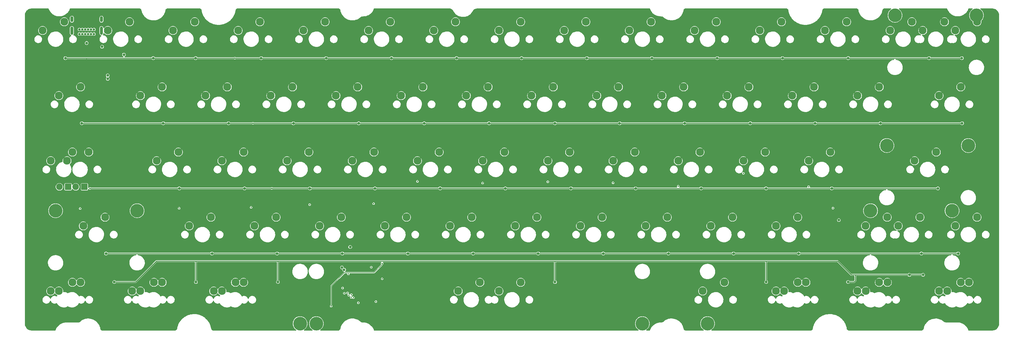
<source format=gbr>
%TF.GenerationSoftware,KiCad,Pcbnew,7.0.1*%
%TF.CreationDate,2023-03-31T22:15:08-04:00*%
%TF.ProjectId,PCB,5043422e-6b69-4636-9164-5f7063625858,rev?*%
%TF.SameCoordinates,Original*%
%TF.FileFunction,Copper,L3,Inr*%
%TF.FilePolarity,Positive*%
%FSLAX46Y46*%
G04 Gerber Fmt 4.6, Leading zero omitted, Abs format (unit mm)*
G04 Created by KiCad (PCBNEW 7.0.1) date 2023-03-31 22:15:08*
%MOMM*%
%LPD*%
G01*
G04 APERTURE LIST*
G04 Aperture macros list*
%AMRoundRect*
0 Rectangle with rounded corners*
0 $1 Rounding radius*
0 $2 $3 $4 $5 $6 $7 $8 $9 X,Y pos of 4 corners*
0 Add a 4 corners polygon primitive as box body*
4,1,4,$2,$3,$4,$5,$6,$7,$8,$9,$2,$3,0*
0 Add four circle primitives for the rounded corners*
1,1,$1+$1,$2,$3*
1,1,$1+$1,$4,$5*
1,1,$1+$1,$6,$7*
1,1,$1+$1,$8,$9*
0 Add four rect primitives between the rounded corners*
20,1,$1+$1,$2,$3,$4,$5,0*
20,1,$1+$1,$4,$5,$6,$7,0*
20,1,$1+$1,$6,$7,$8,$9,0*
20,1,$1+$1,$8,$9,$2,$3,0*%
G04 Aperture macros list end*
%TA.AperFunction,ComponentPad*%
%ADD10C,2.300000*%
%TD*%
%TA.AperFunction,ComponentPad*%
%ADD11RoundRect,0.285750X-0.666750X-0.666750X0.666750X-0.666750X0.666750X0.666750X-0.666750X0.666750X0*%
%TD*%
%TA.AperFunction,ComponentPad*%
%ADD12C,1.905000*%
%TD*%
%TA.AperFunction,ComponentPad*%
%ADD13C,4.000000*%
%TD*%
%TA.AperFunction,ComponentPad*%
%ADD14C,0.500000*%
%TD*%
%TA.AperFunction,ComponentPad*%
%ADD15C,0.700000*%
%TD*%
%TA.AperFunction,ComponentPad*%
%ADD16O,0.900000X1.700000*%
%TD*%
%TA.AperFunction,ComponentPad*%
%ADD17O,0.900000X2.400000*%
%TD*%
%TA.AperFunction,ViaPad*%
%ADD18C,0.450000*%
%TD*%
%TA.AperFunction,ViaPad*%
%ADD19C,0.800000*%
%TD*%
%TA.AperFunction,Conductor*%
%ADD20C,0.127000*%
%TD*%
%TA.AperFunction,Conductor*%
%ADD21C,0.250000*%
%TD*%
G04 APERTURE END LIST*
D10*
%TO.N,GP2*%
%TO.C,SW44*%
X85441250Y-82756250D03*
%TO.N,Net-(D45-A)*%
X91791250Y-80216250D03*
%TD*%
%TO.N,GP7*%
%TO.C,SW49*%
X180691250Y-82756250D03*
%TO.N,Net-(D50-A)*%
X187041250Y-80216250D03*
%TD*%
%TO.N,GP13*%
%TO.C,SW41*%
X278322500Y-63706250D03*
%TO.N,Net-(D42-A)*%
X284672500Y-61166250D03*
%TD*%
%TO.N,GP1*%
%TO.C,SW2*%
X42578750Y-25606250D03*
%TO.N,Net-(D3-A)*%
X48928750Y-23066250D03*
%TD*%
%TO.N,GP2*%
%TO.C,SW64*%
X75916250Y-101806250D03*
%TO.N,Net-(D57-A)*%
X82266250Y-99266250D03*
%TD*%
%TO.N,GP2*%
%TO.C,SW56*%
X73535000Y-101806250D03*
%TO.N,Net-(D57-A)*%
X79885000Y-99266250D03*
%TD*%
%TO.N,GP10*%
%TO.C,SW25*%
X223553750Y-44656250D03*
%TO.N,Net-(D26-A)*%
X229903750Y-42116250D03*
%TD*%
%TO.N,GP9*%
%TO.C,SW58*%
X216410000Y-101806250D03*
%TO.N,Net-(D59-A)*%
X222760000Y-99266250D03*
%TD*%
%TO.N,GP5*%
%TO.C,SW47*%
X142591250Y-82756250D03*
%TO.N,Net-(D48-A)*%
X148941250Y-80216250D03*
%TD*%
%TO.N,GP9*%
%TO.C,SW24*%
X204503750Y-44656250D03*
%TO.N,Net-(D25-A)*%
X210853750Y-42116250D03*
%TD*%
%TO.N,GP3*%
%TO.C,SW4*%
X80678750Y-25606250D03*
%TO.N,Net-(D5-A)*%
X87028750Y-23066250D03*
%TD*%
%TO.N,GP11*%
%TO.C,SW67*%
X261653750Y-101806250D03*
%TO.N,Net-(D61-A)*%
X268003750Y-99266250D03*
%TD*%
%TO.N,GP13*%
%TO.C,SW53*%
X273560000Y-82756250D03*
%TO.N,Net-(D54-A)*%
X279910000Y-80216250D03*
%TD*%
%TO.N,GP12*%
%TO.C,SW13*%
X252128750Y-25606250D03*
%TO.N,Net-(D14-A)*%
X258478750Y-23066250D03*
%TD*%
%TO.N,GP1*%
%TO.C,SW43*%
X66391250Y-82756250D03*
%TO.N,Net-(D44-A)*%
X72741250Y-80216250D03*
%TD*%
%TO.N,GP13*%
%TO.C,SW74*%
X263989375Y-82756250D03*
%TO.N,Net-(D54-A)*%
X270339375Y-80216250D03*
%TD*%
%TO.N,GP7*%
%TO.C,SW8*%
X156878750Y-25606250D03*
%TO.N,Net-(D9-A)*%
X163228750Y-23066250D03*
%TD*%
%TO.N,GP3*%
%TO.C,SW45*%
X104491250Y-82756250D03*
%TO.N,Net-(D46-A)*%
X110841250Y-80216250D03*
%TD*%
%TO.N,GP11*%
%TO.C,SW59*%
X264035000Y-101806250D03*
%TO.N,Net-(D61-A)*%
X270385000Y-99266250D03*
%TD*%
%TO.N,GP11*%
%TO.C,SW26*%
X242603750Y-44656250D03*
%TO.N,Net-(D27-A)*%
X248953750Y-42116250D03*
%TD*%
%TO.N,GP13*%
%TO.C,SW68*%
X285466250Y-101806250D03*
%TO.N,Net-(D62-A)*%
X291816250Y-99266250D03*
%TD*%
%TO.N,GP8*%
%TO.C,SW23*%
X185453750Y-44656250D03*
%TO.N,Net-(D24-A)*%
X191803750Y-42116250D03*
%TD*%
%TO.N,GP2*%
%TO.C,SW31*%
X75916250Y-63706250D03*
%TO.N,Net-(D32-A)*%
X82266250Y-61166250D03*
%TD*%
%TO.N,GP4*%
%TO.C,SW33*%
X114016250Y-63706250D03*
%TO.N,Net-(D34-A)*%
X120366250Y-61166250D03*
%TD*%
%TO.N,GP0*%
%TO.C,SW29*%
X30672500Y-63706250D03*
%TO.N,Net-(D30-A)*%
X37022500Y-61166250D03*
%TD*%
%TO.N,GP10*%
%TO.C,SW52*%
X237841250Y-82756250D03*
%TO.N,Net-(D53-A)*%
X244191250Y-80216250D03*
%TD*%
%TO.N,GP0*%
%TO.C,SW69*%
X25910000Y-63706250D03*
%TO.N,Net-(D30-A)*%
X32260000Y-61166250D03*
%TD*%
%TO.N,GP8*%
%TO.C,SW9*%
X175928750Y-25606250D03*
%TO.N,Net-(D10-A)*%
X182278750Y-23066250D03*
%TD*%
%TO.N,GP11*%
%TO.C,SW75*%
X290228750Y-82756250D03*
%TO.N,Net-(D63-A)*%
X296578750Y-80216250D03*
%TD*%
%TO.N,GP4*%
%TO.C,SW19*%
X109253750Y-44656250D03*
%TO.N,Net-(D20-A)*%
X115603750Y-42116250D03*
%TD*%
%TO.N,GP4*%
%TO.C,SW5*%
X99728750Y-25606250D03*
%TO.N,Net-(D6-A)*%
X106078750Y-23066250D03*
%TD*%
%TO.N,GP0*%
%TO.C,SW62*%
X28291250Y-101806250D03*
%TO.N,Net-(D55-A)*%
X34641250Y-99266250D03*
%TD*%
%TO.N,GP1*%
%TO.C,SW16*%
X52103750Y-44656250D03*
%TO.N,Net-(D17-A)*%
X58453750Y-42116250D03*
%TD*%
%TO.N,GP0*%
%TO.C,SW1*%
X23528750Y-25606250D03*
%TO.N,Net-(D2-A)*%
X29878750Y-23066250D03*
%TD*%
%TO.N,GP2*%
%TO.C,SW3*%
X61628750Y-25606250D03*
%TO.N,Net-(D4-A)*%
X67978750Y-23066250D03*
%TD*%
%TO.N,GP9*%
%TO.C,SW51*%
X218791250Y-82756250D03*
%TO.N,Net-(D52-A)*%
X225141250Y-80216250D03*
%TD*%
D11*
%TO.N,Net-(D65-K)*%
%TO.C,D65*%
X35752500Y-71326250D03*
D12*
%TO.N,+3.3V*%
X33212500Y-71326250D03*
%TD*%
D10*
%TO.N,GP3*%
%TO.C,SW32*%
X94966250Y-63706250D03*
%TO.N,Net-(D33-A)*%
X101316250Y-61166250D03*
%TD*%
D13*
%TO.N,*%
%TO.C,S6*%
X217838750Y-111331250D03*
X103538750Y-111331250D03*
%TD*%
D10*
%TO.N,GP0*%
%TO.C,SW42*%
X35435000Y-82756250D03*
%TO.N,Net-(D43-A)*%
X41785000Y-80216250D03*
%TD*%
%TO.N,GP11*%
%TO.C,SW12*%
X233078750Y-25606250D03*
%TO.N,Net-(D13-A)*%
X239428750Y-23066250D03*
%TD*%
%TO.N,GP0*%
%TO.C,SW15*%
X28291250Y-44656250D03*
%TO.N,Net-(D16-A)*%
X34641250Y-42116250D03*
%TD*%
%TO.N,GP3*%
%TO.C,SW18*%
X90203750Y-44656250D03*
%TO.N,Net-(D19-A)*%
X96553750Y-42116250D03*
%TD*%
%TO.N,GP5*%
%TO.C,SW20*%
X128303750Y-44656250D03*
%TO.N,Net-(D21-A)*%
X134653750Y-42116250D03*
%TD*%
%TO.N,GP10*%
%TO.C,SW11*%
X214028750Y-25606250D03*
%TO.N,Net-(D12-A)*%
X220378750Y-23066250D03*
%TD*%
%TO.N,GP1*%
%TO.C,SW30*%
X56866250Y-63706250D03*
%TO.N,Net-(D31-A)*%
X63216250Y-61166250D03*
%TD*%
%TO.N,GP2*%
%TO.C,SW17*%
X71153750Y-44656250D03*
%TO.N,Net-(D18-A)*%
X77503750Y-42116250D03*
%TD*%
D13*
%TO.N,*%
%TO.C,S3*%
X265463750Y-78311250D03*
X289276250Y-78311250D03*
%TD*%
D10*
%TO.N,GP9*%
%TO.C,SW10*%
X194978750Y-25606250D03*
%TO.N,Net-(D11-A)*%
X201328750Y-23066250D03*
%TD*%
%TO.N,GP6*%
%TO.C,SW48*%
X161641250Y-82756250D03*
%TO.N,Net-(D49-A)*%
X167991250Y-80216250D03*
%TD*%
D13*
%TO.N,*%
%TO.C,S2*%
X27338750Y-78311250D03*
X51151250Y-78311250D03*
%TD*%
D10*
%TO.N,GP9*%
%TO.C,SW38*%
X209266250Y-63706250D03*
%TO.N,Net-(D39-A)*%
X215616250Y-61166250D03*
%TD*%
%TO.N,GP13*%
%TO.C,SW14*%
X280703750Y-25606250D03*
%TO.N,Net-(D15-A)*%
X287053750Y-23066250D03*
%TD*%
%TO.N,GP11*%
%TO.C,SW40*%
X247366250Y-63706250D03*
%TO.N,Net-(D41-A)*%
X253716250Y-61166250D03*
%TD*%
%TO.N,GP7*%
%TO.C,SW22*%
X166403750Y-44656250D03*
%TO.N,Net-(D23-A)*%
X172753750Y-42116250D03*
%TD*%
%TO.N,GP10*%
%TO.C,SW39*%
X228316250Y-63706250D03*
%TO.N,Net-(D40-A)*%
X234666250Y-61166250D03*
%TD*%
%TO.N,GP10*%
%TO.C,SW66*%
X237841250Y-101806250D03*
%TO.N,Net-(D60-A)*%
X244191250Y-99266250D03*
%TD*%
%TO.N,GP13*%
%TO.C,SW60*%
X287847500Y-101806250D03*
%TO.N,Net-(D62-A)*%
X294197500Y-99266250D03*
%TD*%
D13*
%TO.N,*%
%TO.C,S4*%
X270226250Y-59261250D03*
X294038750Y-59261250D03*
%TD*%
D10*
%TO.N,GP6*%
%TO.C,SW7*%
X137828750Y-25606250D03*
%TO.N,Net-(D8-A)*%
X144178750Y-23066250D03*
%TD*%
%TO.N,GP8*%
%TO.C,SW37*%
X190216250Y-63706250D03*
%TO.N,Net-(D38-A)*%
X196566250Y-61166250D03*
%TD*%
%TO.N,GP5*%
%TO.C,SW65*%
X156878750Y-101806250D03*
%TO.N,Net-(D58-A)*%
X163228750Y-99266250D03*
%TD*%
%TO.N,GP6*%
%TO.C,SW21*%
X147353750Y-44656250D03*
%TO.N,Net-(D22-A)*%
X153703750Y-42116250D03*
%TD*%
%TO.N,GP13*%
%TO.C,SW70*%
X290228750Y-25606250D03*
%TO.N,Net-(D15-A)*%
X296578750Y-23066250D03*
%TD*%
%TO.N,GP8*%
%TO.C,SW50*%
X199741250Y-82756250D03*
%TO.N,Net-(D51-A)*%
X206091250Y-80216250D03*
%TD*%
%TO.N,GP10*%
%TO.C,SW61*%
X240222500Y-101806250D03*
%TO.N,Net-(D60-A)*%
X246572500Y-99266250D03*
%TD*%
%TO.N,GP1*%
%TO.C,SW55*%
X49722500Y-101806250D03*
%TO.N,Net-(D56-A)*%
X56072500Y-99266250D03*
%TD*%
%TO.N,GP5*%
%TO.C,SW34*%
X133066250Y-63706250D03*
%TO.N,Net-(D35-A)*%
X139416250Y-61166250D03*
%TD*%
%TO.N,GP1*%
%TO.C,SW63*%
X52103750Y-101806250D03*
%TO.N,Net-(D56-A)*%
X58453750Y-99266250D03*
%TD*%
%TO.N,GP7*%
%TO.C,SW36*%
X171166250Y-63706250D03*
%TO.N,Net-(D37-A)*%
X177516250Y-61166250D03*
%TD*%
D13*
%TO.N,*%
%TO.C,S1*%
X198788750Y-111331250D03*
X98776250Y-111331250D03*
%TD*%
%TO.N,*%
%TO.C,S5*%
X272607500Y-21161250D03*
X296420000Y-21161250D03*
%TD*%
D10*
%TO.N,GP14*%
%TO.C,SW71*%
X271178750Y-25606250D03*
%TO.N,Net-(D1-A)*%
X277528750Y-23066250D03*
%TD*%
%TO.N,GP13*%
%TO.C,SW28*%
X285466250Y-44656250D03*
%TO.N,Net-(D29-A)*%
X291816250Y-42116250D03*
%TD*%
%TO.N,GP6*%
%TO.C,SW35*%
X152116250Y-63706250D03*
%TO.N,Net-(D36-A)*%
X158466250Y-61166250D03*
%TD*%
%TO.N,GP12*%
%TO.C,SW27*%
X261653750Y-44656250D03*
%TO.N,Net-(D28-A)*%
X268003750Y-42116250D03*
%TD*%
%TO.N,GP5*%
%TO.C,SW57*%
X144972500Y-101806250D03*
%TO.N,Net-(D58-A)*%
X151322500Y-99266250D03*
%TD*%
D11*
%TO.N,Net-(D64-K)*%
%TO.C,D64*%
X30990000Y-71326250D03*
D12*
%TO.N,+3.3V*%
X28450000Y-71326250D03*
%TD*%
D10*
%TO.N,GP4*%
%TO.C,SW46*%
X123541250Y-82756250D03*
%TO.N,Net-(D47-A)*%
X129891250Y-80216250D03*
%TD*%
%TO.N,GP0*%
%TO.C,SW54*%
X25910000Y-101806250D03*
%TO.N,Net-(D55-A)*%
X32260000Y-99266250D03*
%TD*%
%TO.N,GP5*%
%TO.C,SW6*%
X118778750Y-25606250D03*
%TO.N,Net-(D7-A)*%
X125128750Y-23066250D03*
%TD*%
D14*
%TO.N,GND*%
%TO.C,U1*%
X119735438Y-100774375D03*
X117826250Y-98865187D03*
X117826250Y-102683563D03*
X115917062Y-100774375D03*
%TD*%
D15*
%TO.N,GND*%
%TO.C,J1*%
X33441875Y-26649375D03*
%TO.N,VBUS*%
X34291875Y-26649375D03*
%TO.N,Net-(J1-CC1)*%
X35141875Y-26649375D03*
%TO.N,/D+*%
X35991875Y-26649375D03*
%TO.N,/D-*%
X36841875Y-26649375D03*
%TO.N,unconnected-(J1-SBU1-PadA8)*%
X37691875Y-26649375D03*
%TO.N,VBUS*%
X38541875Y-26649375D03*
%TO.N,GND*%
X39391875Y-26649375D03*
X39391875Y-25299375D03*
%TO.N,VBUS*%
X38541875Y-25299375D03*
%TO.N,Net-(J1-CC2)*%
X37691875Y-25299375D03*
%TO.N,/D+*%
X36841875Y-25299375D03*
%TO.N,/D-*%
X35991875Y-25299375D03*
%TO.N,unconnected-(J1-SBU2-PadB8)*%
X35141875Y-25299375D03*
%TO.N,VBUS*%
X34291875Y-25299375D03*
%TO.N,GND*%
X33441875Y-25299375D03*
D16*
%TO.N,unconnected-(J1-SHIELD-PadS1)*%
X32091875Y-22289375D03*
D17*
X32091875Y-25669375D03*
D16*
X40741875Y-22289375D03*
D17*
X40741875Y-25669375D03*
%TD*%
D18*
%TO.N,GND*%
X123388750Y-109391250D03*
X111918750Y-98271250D03*
X114268750Y-105711250D03*
X111338750Y-98851250D03*
X122918750Y-97441250D03*
D19*
X47268750Y-31661250D03*
X113638750Y-94081250D03*
D18*
X119138750Y-94446250D03*
D19*
X112278750Y-94181250D03*
D18*
X111268750Y-101991250D03*
D19*
X39228750Y-40741250D03*
D18*
X123638750Y-104681250D03*
X121258750Y-107561250D03*
D19*
X36408750Y-34322750D03*
D18*
X121868750Y-107361250D03*
X110778750Y-99411250D03*
X127168750Y-105421250D03*
D19*
X113028750Y-94881250D03*
D18*
X125388750Y-108941250D03*
D19*
X118648750Y-92191250D03*
%TO.N,/VFused_*%
X36408750Y-29261250D03*
X40920000Y-30350000D03*
D18*
%TO.N,+3.3V*%
X112880000Y-96806250D03*
X115788750Y-105241250D03*
X122758750Y-98221250D03*
D19*
X47318750Y-32681250D03*
D18*
X120913750Y-104891250D03*
X111198750Y-100921250D03*
D19*
X113408750Y-88911250D03*
D18*
X119566110Y-94833184D03*
X111698750Y-102451250D03*
D19*
%TO.N,/DN*%
X110992653Y-94907347D03*
X42568750Y-38741250D03*
%TO.N,/DP*%
X42568750Y-39741250D03*
X111625909Y-95583655D03*
D18*
%TO.N,GP0*%
X34508750Y-77661250D03*
%TO.N,GP2*%
X84468750Y-77321250D03*
%TO.N,GP4*%
X120263750Y-76216250D03*
%TO.N,GP6*%
X152116250Y-70208750D03*
%TO.N,GP8*%
X190216250Y-70138750D03*
%TO.N,GP10*%
X228316250Y-67383750D03*
%TO.N,GP11*%
X247366250Y-71283750D03*
D19*
X256198750Y-81051250D03*
D18*
%TO.N,GP13*%
X254488750Y-77551250D03*
%TO.N,/CS_*%
X122728750Y-93741250D03*
X107848750Y-106201250D03*
%TO.N,GP1*%
X63428750Y-77581250D03*
%TO.N,GP3*%
X101578750Y-76531250D03*
%TO.N,GP5*%
X133066250Y-69718750D03*
%TO.N,GP7*%
X171166250Y-69838750D03*
%TO.N,GP9*%
X209266250Y-71163750D03*
D19*
%TO.N,GP25*%
X234958750Y-99151250D03*
X68328750Y-99161250D03*
X44458750Y-99151250D03*
X258888750Y-99151250D03*
D18*
X114348750Y-103731250D03*
D19*
X92298750Y-99151250D03*
X276818750Y-97061250D03*
X173258750Y-99161250D03*
X280828750Y-97061250D03*
%TO.N,GP26*%
X225448750Y-90821250D03*
X42068750Y-90821250D03*
X168328750Y-90821250D03*
X92048750Y-90821250D03*
X187358750Y-90821250D03*
X244468750Y-90821250D03*
X149328750Y-90821250D03*
X280318750Y-90821250D03*
X130258750Y-90821250D03*
X111118750Y-90821250D03*
D18*
X113712200Y-103664700D03*
D19*
X206388750Y-90821250D03*
X291040000Y-90820000D03*
X73028750Y-90821250D03*
%TO.N,GP27*%
X158748750Y-71771250D03*
D18*
X113772200Y-102844700D03*
D19*
X196828750Y-71771250D03*
X82548750Y-71771250D03*
X177908750Y-71771250D03*
X120648750Y-71771250D03*
X63488750Y-71771250D03*
X101638750Y-71771250D03*
X254128750Y-71771250D03*
D18*
X37370000Y-71790000D03*
D19*
X139688750Y-71771250D03*
X215958750Y-71771250D03*
D18*
X90468750Y-71771250D03*
D19*
X285158750Y-71771250D03*
X234938750Y-71771250D03*
%TO.N,GP28*%
X34988750Y-52721250D03*
X249268750Y-52721250D03*
D18*
X113018750Y-103031250D03*
D19*
X96818750Y-52721250D03*
X192138750Y-52721250D03*
X230298750Y-52721250D03*
D18*
X84988750Y-52721250D03*
D19*
X292208750Y-52721250D03*
X77868750Y-52721250D03*
X135038750Y-52721250D03*
X115908750Y-52721250D03*
X153998750Y-52721250D03*
X173238750Y-52721250D03*
X268348750Y-52721250D03*
X211118750Y-52721250D03*
X58768750Y-52721250D03*
%TO.N,GP29*%
X201558750Y-33671250D03*
X87398750Y-33671250D03*
X239748750Y-33671250D03*
X292128750Y-33671250D03*
X163488750Y-33671250D03*
X144518750Y-33671250D03*
X106408750Y-33671250D03*
D18*
X79708750Y-33671250D03*
D19*
X282558750Y-33671250D03*
X68248750Y-33671250D03*
X125478750Y-33671250D03*
X258918750Y-33671250D03*
X182578750Y-33671250D03*
X30188750Y-33671250D03*
D18*
X112656207Y-102338707D03*
D19*
X55868750Y-33671250D03*
X220658750Y-33671250D03*
%TD*%
D20*
%TO.N,/CS_*%
X120378750Y-96391250D02*
X122728750Y-94041250D01*
X107848750Y-106201250D02*
X107848750Y-100321250D01*
X107848750Y-100321250D02*
X111778750Y-96391250D01*
X111778750Y-96391250D02*
X120378750Y-96391250D01*
X122728750Y-94041250D02*
X122728750Y-93741250D01*
D21*
%TO.N,GP25*%
X68328750Y-93071250D02*
X68338750Y-93061250D01*
X234958750Y-99151250D02*
X234958750Y-93071250D01*
X68338750Y-93061250D02*
X92358750Y-93061250D01*
X92298750Y-99151250D02*
X92298750Y-93121250D01*
X55838750Y-94011250D02*
X56788750Y-93061250D01*
X234958750Y-93071250D02*
X234968750Y-93061250D01*
X173258750Y-93081250D02*
X173278750Y-93061250D01*
X260668750Y-99151250D02*
X260988750Y-98831250D01*
X173258750Y-99161250D02*
X173258750Y-93081250D01*
X173278750Y-93061250D02*
X234968750Y-93061250D01*
X272408750Y-97061250D02*
X276818750Y-97061250D01*
X68328750Y-99161250D02*
X68328750Y-93071250D01*
X234968750Y-93061250D02*
X255858750Y-93061250D01*
X260988750Y-98831250D02*
X260988750Y-97061250D01*
X92358750Y-93061250D02*
X97578750Y-93061250D01*
X259308750Y-96511250D02*
X259858750Y-97061250D01*
X92298750Y-93121250D02*
X92358750Y-93061250D01*
X44458750Y-99151250D02*
X50698750Y-99151250D01*
X97578750Y-93061250D02*
X173278750Y-93061250D01*
X56788750Y-93061250D02*
X68338750Y-93061250D01*
X258888750Y-99151250D02*
X260668750Y-99151250D01*
X255858750Y-93061250D02*
X259308750Y-96511250D01*
X276818750Y-97061250D02*
X280828750Y-97061250D01*
X259858750Y-97061250D02*
X260988750Y-97061250D01*
X260988750Y-97061250D02*
X272408750Y-97061250D01*
X50698750Y-99151250D02*
X55838750Y-94011250D01*
%TO.N,GP26*%
X187358750Y-90821250D02*
X206388750Y-90821250D01*
X280318750Y-90821250D02*
X291038750Y-90821250D01*
X168328750Y-90821250D02*
X187358750Y-90821250D01*
X225448750Y-90821250D02*
X244468750Y-90821250D01*
X73028750Y-90821250D02*
X92048750Y-90821250D01*
X111118750Y-90821250D02*
X130258750Y-90821250D01*
X206388750Y-90821250D02*
X225448750Y-90821250D01*
X149328750Y-90821250D02*
X168328750Y-90821250D01*
X92048750Y-90821250D02*
X111118750Y-90821250D01*
X130258750Y-90821250D02*
X149328750Y-90821250D01*
X291038750Y-90821250D02*
X291040000Y-90820000D01*
X244468750Y-90821250D02*
X278898750Y-90821250D01*
X278898750Y-90821250D02*
X280318750Y-90821250D01*
X42068750Y-90821250D02*
X73028750Y-90821250D01*
%TO.N,GP27*%
X120648750Y-71771250D02*
X139688750Y-71771250D01*
X283818750Y-71771250D02*
X285158750Y-71771250D01*
X234938750Y-71771250D02*
X254128750Y-71771250D01*
X37358750Y-71771250D02*
X63488750Y-71771250D01*
X158748750Y-71771250D02*
X177908750Y-71771250D01*
X215958750Y-71771250D02*
X234938750Y-71771250D01*
X101638750Y-71771250D02*
X120648750Y-71771250D01*
X82548750Y-71771250D02*
X90468750Y-71771250D01*
X139688750Y-71771250D02*
X158748750Y-71771250D01*
X63488750Y-71771250D02*
X82548750Y-71771250D01*
X177908750Y-71771250D02*
X196828750Y-71771250D01*
X196828750Y-71771250D02*
X215958750Y-71771250D01*
X254128750Y-71771250D02*
X283818750Y-71771250D01*
X90468750Y-71771250D02*
X101638750Y-71771250D01*
%TO.N,GP28*%
X192138750Y-52721250D02*
X211118750Y-52721250D01*
X230298750Y-52721250D02*
X249268750Y-52721250D01*
X84988750Y-52721250D02*
X96818750Y-52721250D01*
X211118750Y-52721250D02*
X230298750Y-52721250D01*
X77868750Y-52721250D02*
X84988750Y-52721250D01*
X135038750Y-52721250D02*
X153998750Y-52721250D01*
X173238750Y-52721250D02*
X192138750Y-52721250D01*
X268348750Y-52721250D02*
X292208750Y-52721250D01*
X58768750Y-52721250D02*
X77868750Y-52721250D01*
X249268750Y-52721250D02*
X268348750Y-52721250D01*
X153998750Y-52721250D02*
X173238750Y-52721250D01*
X96818750Y-52721250D02*
X115908750Y-52721250D01*
X34988750Y-52721250D02*
X58768750Y-52721250D01*
X115908750Y-52721250D02*
X135038750Y-52721250D01*
%TO.N,GP29*%
X79708750Y-33671250D02*
X87398750Y-33671250D01*
X55868750Y-33671250D02*
X68248750Y-33671250D01*
X106408750Y-33671250D02*
X125478750Y-33671250D01*
X87398750Y-33671250D02*
X106408750Y-33671250D01*
X201558750Y-33671250D02*
X220658750Y-33671250D01*
X68248750Y-33671250D02*
X79708750Y-33671250D01*
X144518750Y-33671250D02*
X163488750Y-33671250D01*
X30188750Y-33671250D02*
X55868750Y-33671250D01*
X258918750Y-33671250D02*
X282558750Y-33671250D01*
X163488750Y-33671250D02*
X182578750Y-33671250D01*
X282558750Y-33671250D02*
X292128750Y-33671250D01*
X220658750Y-33671250D02*
X239748750Y-33671250D01*
X239748750Y-33671250D02*
X258918750Y-33671250D01*
X182578750Y-33671250D02*
X201558750Y-33671250D01*
X125478750Y-33671250D02*
X144518750Y-33671250D01*
%TD*%
%TA.AperFunction,Conductor*%
%TO.N,GND*%
G36*
X25257659Y-19157228D02*
G01*
X25299589Y-19186898D01*
X25326194Y-19230837D01*
X25402063Y-19445879D01*
X25403717Y-19453294D01*
X25404116Y-19454107D01*
X25409472Y-19466705D01*
X25410445Y-19469392D01*
X25415110Y-19476146D01*
X25481416Y-19608272D01*
X25618766Y-19881969D01*
X25618893Y-19882221D01*
X25622205Y-19891489D01*
X25628380Y-19901767D01*
X25634952Y-19908987D01*
X25892857Y-20274293D01*
X25896913Y-20281800D01*
X25906207Y-20293068D01*
X25912778Y-20298406D01*
X25958589Y-20346424D01*
X26217471Y-20617777D01*
X26223087Y-20625213D01*
X26232810Y-20634007D01*
X26240781Y-20638706D01*
X26584438Y-20907639D01*
X26591110Y-20914346D01*
X26602216Y-20921816D01*
X26610939Y-20925436D01*
X26794710Y-21030784D01*
X26989088Y-21142213D01*
X26997334Y-21148392D01*
X27007354Y-21153201D01*
X27017244Y-21155769D01*
X27423124Y-21316586D01*
X27432025Y-21321484D01*
X27444209Y-21325322D01*
X27454295Y-21326351D01*
X27880501Y-21427462D01*
X27890389Y-21431176D01*
X27902573Y-21433140D01*
X27913084Y-21432649D01*
X28354749Y-21470992D01*
X28364599Y-21473076D01*
X28377443Y-21473216D01*
X28387230Y-21471274D01*
X28836474Y-21443285D01*
X28847332Y-21444046D01*
X28859406Y-21442372D01*
X28869646Y-21438698D01*
X29321926Y-21340777D01*
X29331055Y-21340049D01*
X29346565Y-21335546D01*
X29354644Y-21331278D01*
X29704853Y-21202825D01*
X29713572Y-21201011D01*
X29714764Y-21200388D01*
X29730488Y-21193474D01*
X29731407Y-21193142D01*
X29738553Y-21188046D01*
X30065560Y-21019165D01*
X30073820Y-21016271D01*
X30074152Y-21016040D01*
X30089232Y-21007006D01*
X30090161Y-21006534D01*
X30096670Y-21000517D01*
X30398130Y-20793954D01*
X30406592Y-20789694D01*
X30420567Y-20778781D01*
X30420653Y-20778723D01*
X30426652Y-20771546D01*
X30698621Y-20531109D01*
X30705588Y-20526476D01*
X30706500Y-20525443D01*
X30717626Y-20514317D01*
X30719741Y-20512450D01*
X30724496Y-20505074D01*
X30963728Y-20234467D01*
X30970903Y-20228469D01*
X30970961Y-20228383D01*
X30981873Y-20214410D01*
X30986131Y-20205951D01*
X31192695Y-19904486D01*
X31198712Y-19897977D01*
X31199184Y-19897049D01*
X31208218Y-19881969D01*
X31208448Y-19881639D01*
X31211341Y-19873381D01*
X31380221Y-19546371D01*
X31385317Y-19539226D01*
X31385649Y-19538307D01*
X31392563Y-19522583D01*
X31393187Y-19521390D01*
X31395003Y-19512666D01*
X31397589Y-19505618D01*
X31430635Y-19415522D01*
X31498916Y-19229368D01*
X31525704Y-19186139D01*
X31567399Y-19157021D01*
X31617209Y-19146758D01*
X51789676Y-19146758D01*
X51789874Y-19146758D01*
X51862330Y-19146758D01*
X51876655Y-19147575D01*
X51882318Y-19148223D01*
X51982253Y-19159659D01*
X52000235Y-19163056D01*
X52016519Y-19167378D01*
X52057013Y-19186337D01*
X52291725Y-19352577D01*
X52291737Y-19352585D01*
X52320188Y-19380447D01*
X52338523Y-19415797D01*
X52436060Y-19710336D01*
X52439875Y-19724612D01*
X52471244Y-19877440D01*
X52471557Y-19883864D01*
X52473946Y-19892281D01*
X52476106Y-19901089D01*
X52478087Y-19910646D01*
X52480871Y-19916555D01*
X52569287Y-20226143D01*
X52570267Y-20233145D01*
X52572278Y-20238340D01*
X52575630Y-20248190D01*
X52577206Y-20253536D01*
X52580738Y-20259728D01*
X52699218Y-20557364D01*
X52701176Y-20564981D01*
X52701874Y-20566268D01*
X52707850Y-20578915D01*
X52708518Y-20580559D01*
X52713206Y-20586946D01*
X52946595Y-21010965D01*
X52950618Y-21018273D01*
X52953826Y-21026025D01*
X52961313Y-21037509D01*
X52961324Y-21037528D01*
X52967236Y-21043534D01*
X53260676Y-21429283D01*
X53265387Y-21437367D01*
X53274077Y-21447211D01*
X53281495Y-21452860D01*
X53625223Y-21789907D01*
X53630994Y-21797153D01*
X53640810Y-21805460D01*
X53648796Y-21809941D01*
X54036431Y-22093815D01*
X54042859Y-22099874D01*
X54055757Y-22107955D01*
X54064004Y-22111029D01*
X54310162Y-22241952D01*
X54487912Y-22336491D01*
X54495212Y-22341580D01*
X54508551Y-22347473D01*
X54517229Y-22349347D01*
X54971598Y-22512378D01*
X54980792Y-22517005D01*
X54991843Y-22520070D01*
X55002047Y-22520799D01*
X55241676Y-22568918D01*
X55478973Y-22616568D01*
X55487356Y-22619516D01*
X55505493Y-22621987D01*
X55505988Y-22622091D01*
X55514927Y-22621461D01*
X55828418Y-22644863D01*
X55836086Y-22646608D01*
X55840731Y-22646474D01*
X55854048Y-22646792D01*
X55859902Y-22647242D01*
X55867818Y-22645755D01*
X56185073Y-22637596D01*
X56193270Y-22638636D01*
X56196870Y-22638142D01*
X56212156Y-22636982D01*
X56216471Y-22636917D01*
X56224584Y-22634535D01*
X56545546Y-22593647D01*
X56553230Y-22593890D01*
X56559231Y-22592533D01*
X56567533Y-22591102D01*
X56573771Y-22589300D01*
X56817976Y-22535730D01*
X56826070Y-22535179D01*
X56829029Y-22534179D01*
X56844030Y-22530119D01*
X56848948Y-22529108D01*
X56856510Y-22525189D01*
X57209780Y-22411033D01*
X57217965Y-22409608D01*
X57219656Y-22408828D01*
X57234261Y-22403160D01*
X57236268Y-22402521D01*
X57243306Y-22398009D01*
X57578606Y-22245216D01*
X57586883Y-22242836D01*
X57588653Y-22241752D01*
X57603328Y-22234036D01*
X57606230Y-22232746D01*
X57613072Y-22226984D01*
X57615681Y-22225415D01*
X57923352Y-22040385D01*
X57931400Y-22037121D01*
X57934231Y-22034925D01*
X57947188Y-22026106D01*
X57950080Y-22024390D01*
X57956054Y-22018130D01*
X58242751Y-21798208D01*
X58250379Y-21794013D01*
X58252112Y-21792312D01*
X58264791Y-21781416D01*
X58266143Y-21780401D01*
X58271387Y-21773634D01*
X58532660Y-21521955D01*
X58539599Y-21516975D01*
X58540501Y-21515863D01*
X58552165Y-21503319D01*
X58553263Y-21502287D01*
X58557766Y-21494878D01*
X58572165Y-21477497D01*
X58788468Y-21216395D01*
X58794855Y-21210748D01*
X58797007Y-21207438D01*
X58805856Y-21195443D01*
X58808077Y-21192776D01*
X58811578Y-21185118D01*
X59009942Y-20881797D01*
X59015668Y-20875460D01*
X59017498Y-20871800D01*
X59024859Y-20859009D01*
X59026961Y-20855805D01*
X59029565Y-20847753D01*
X59193841Y-20520840D01*
X59198870Y-20513696D01*
X59199436Y-20512099D01*
X59206232Y-20496381D01*
X59206811Y-20495257D01*
X59208584Y-20486847D01*
X59252249Y-20367606D01*
X59336197Y-20138358D01*
X59340295Y-20130866D01*
X59340964Y-20128034D01*
X59345462Y-20113153D01*
X59346556Y-20110203D01*
X59347273Y-20101594D01*
X59436952Y-19727413D01*
X59441188Y-19714496D01*
X59440790Y-19700862D01*
X59443913Y-19668277D01*
X59447102Y-19635004D01*
X59462611Y-19585428D01*
X59467972Y-19575862D01*
X59602286Y-19336194D01*
X59626987Y-19304980D01*
X59660190Y-19283032D01*
X59928315Y-19161548D01*
X59967840Y-19150938D01*
X59988213Y-19148913D01*
X60003675Y-19147376D01*
X60016139Y-19146758D01*
X69425060Y-19146758D01*
X69444220Y-19148223D01*
X69522735Y-19160303D01*
X69573405Y-19168099D01*
X69574907Y-19168330D01*
X69628759Y-19190175D01*
X69856798Y-19352313D01*
X69857170Y-19352577D01*
X69885536Y-19380444D01*
X69903805Y-19415764D01*
X70001121Y-19710526D01*
X70004845Y-19724427D01*
X70056673Y-19974189D01*
X70102751Y-20196248D01*
X70104224Y-20203344D01*
X70104720Y-20210646D01*
X70106021Y-20214820D01*
X70108987Y-20226172D01*
X70110135Y-20231584D01*
X70113417Y-20238331D01*
X70221404Y-20580627D01*
X70250875Y-20674047D01*
X70254371Y-20685127D01*
X70255569Y-20691958D01*
X70257402Y-20696329D01*
X70261045Y-20706141D01*
X70262690Y-20711206D01*
X70266348Y-20717266D01*
X70298739Y-20792652D01*
X70448376Y-21140911D01*
X70448408Y-21140984D01*
X70450343Y-21148112D01*
X70452613Y-21152239D01*
X70457860Y-21162948D01*
X70459718Y-21167244D01*
X70464145Y-21173126D01*
X70685047Y-21572719D01*
X70687627Y-21579273D01*
X70689798Y-21582446D01*
X70695877Y-21592269D01*
X70699259Y-21598339D01*
X70704531Y-21603869D01*
X70843355Y-21805460D01*
X70958655Y-21972891D01*
X70961996Y-21979696D01*
X70965262Y-21983562D01*
X70972786Y-21993413D01*
X70975726Y-21997682D01*
X70981367Y-22002666D01*
X71269307Y-22344471D01*
X71273195Y-22350741D01*
X71277017Y-22354490D01*
X71285026Y-22363117D01*
X71289233Y-22368096D01*
X71295407Y-22372496D01*
X71383748Y-22458945D01*
X71613207Y-22683490D01*
X71617731Y-22689376D01*
X71621196Y-22692159D01*
X71630499Y-22700419D01*
X71635009Y-22704841D01*
X71641694Y-22708681D01*
X71978685Y-22980616D01*
X71986916Y-22987258D01*
X71992011Y-22992712D01*
X71995557Y-22995036D01*
X72005784Y-23002497D01*
X72009945Y-23005866D01*
X72016819Y-23009048D01*
X72387500Y-23253790D01*
X72393198Y-23258860D01*
X72396902Y-23260801D01*
X72408331Y-23267579D01*
X72413755Y-23271195D01*
X72421369Y-23273746D01*
X72812195Y-23481175D01*
X72818643Y-23485944D01*
X72822099Y-23487326D01*
X72835421Y-23493580D01*
X72839613Y-23495855D01*
X72847534Y-23497746D01*
X73259444Y-23667924D01*
X73266217Y-23671949D01*
X73269454Y-23672899D01*
X73283203Y-23677814D01*
X73286590Y-23679251D01*
X73294455Y-23680419D01*
X73723902Y-23810809D01*
X73731221Y-23814314D01*
X73735154Y-23815058D01*
X73749521Y-23818662D01*
X73754234Y-23820143D01*
X73762540Y-23820443D01*
X74205078Y-23908640D01*
X74212293Y-23911258D01*
X74217946Y-23911816D01*
X74229988Y-23913593D01*
X74237277Y-23915031D01*
X74245185Y-23914485D01*
X74700332Y-23959018D01*
X74708103Y-23960912D01*
X74710638Y-23960878D01*
X74725892Y-23961596D01*
X74730358Y-23962079D01*
X74738657Y-23960720D01*
X75203184Y-23959471D01*
X75211064Y-23960645D01*
X75215649Y-23960150D01*
X75229192Y-23959420D01*
X75234146Y-23959420D01*
X75241845Y-23957396D01*
X75714346Y-23908227D01*
X75722008Y-23908586D01*
X75726861Y-23907591D01*
X75740158Y-23905595D01*
X75746692Y-23904968D01*
X75754153Y-23902162D01*
X76110642Y-23831963D01*
X76118414Y-23831817D01*
X76126605Y-23829408D01*
X76138853Y-23826462D01*
X76147374Y-23824858D01*
X76154230Y-23821544D01*
X76499966Y-23724036D01*
X76507551Y-23723162D01*
X76513276Y-23720949D01*
X76526256Y-23716723D01*
X76532566Y-23715040D01*
X76539259Y-23711220D01*
X76871845Y-23587998D01*
X76879271Y-23586667D01*
X76887688Y-23582686D01*
X76898769Y-23578077D01*
X76907300Y-23574996D01*
X76913486Y-23570673D01*
X77232377Y-23422819D01*
X77239557Y-23420856D01*
X77246459Y-23416883D01*
X77257309Y-23411317D01*
X77264864Y-23407892D01*
X77270632Y-23403203D01*
X77574890Y-23231850D01*
X77581719Y-23229441D01*
X77589731Y-23224010D01*
X77599013Y-23218286D01*
X77607859Y-23213346D01*
X77613059Y-23208321D01*
X77824713Y-23066249D01*
X85746370Y-23066249D01*
X85765852Y-23288933D01*
X85823706Y-23504849D01*
X85918176Y-23707440D01*
X86046392Y-23890551D01*
X86204448Y-24048607D01*
X86204451Y-24048609D01*
X86204452Y-24048610D01*
X86387560Y-24176824D01*
X86590150Y-24271293D01*
X86806067Y-24329148D01*
X87028750Y-24348630D01*
X87251433Y-24329148D01*
X87467350Y-24271293D01*
X87669940Y-24176824D01*
X87853048Y-24048610D01*
X88011110Y-23890548D01*
X88139324Y-23707440D01*
X88233793Y-23504850D01*
X88291648Y-23288933D01*
X88311130Y-23066250D01*
X88311130Y-23066249D01*
X104796370Y-23066249D01*
X104815852Y-23288933D01*
X104873706Y-23504849D01*
X104968176Y-23707440D01*
X105096392Y-23890551D01*
X105254448Y-24048607D01*
X105254451Y-24048609D01*
X105254452Y-24048610D01*
X105437560Y-24176824D01*
X105640150Y-24271293D01*
X105856067Y-24329148D01*
X106078750Y-24348630D01*
X106301433Y-24329148D01*
X106517350Y-24271293D01*
X106719940Y-24176824D01*
X106903048Y-24048610D01*
X107061110Y-23890548D01*
X107189324Y-23707440D01*
X107283793Y-23504850D01*
X107341648Y-23288933D01*
X107361130Y-23066250D01*
X107361130Y-23066249D01*
X123846370Y-23066249D01*
X123865852Y-23288933D01*
X123923706Y-23504849D01*
X124018176Y-23707440D01*
X124146392Y-23890551D01*
X124304448Y-24048607D01*
X124304451Y-24048609D01*
X124304452Y-24048610D01*
X124487560Y-24176824D01*
X124690150Y-24271293D01*
X124906067Y-24329148D01*
X125128750Y-24348630D01*
X125351433Y-24329148D01*
X125567350Y-24271293D01*
X125769940Y-24176824D01*
X125953048Y-24048610D01*
X126111110Y-23890548D01*
X126239324Y-23707440D01*
X126333793Y-23504850D01*
X126391648Y-23288933D01*
X126411130Y-23066250D01*
X126411130Y-23066249D01*
X142896370Y-23066249D01*
X142915852Y-23288933D01*
X142973706Y-23504849D01*
X143068176Y-23707440D01*
X143196392Y-23890551D01*
X143354448Y-24048607D01*
X143354451Y-24048609D01*
X143354452Y-24048610D01*
X143537560Y-24176824D01*
X143740150Y-24271293D01*
X143956067Y-24329148D01*
X144178750Y-24348630D01*
X144401433Y-24329148D01*
X144617350Y-24271293D01*
X144819940Y-24176824D01*
X145003048Y-24048610D01*
X145161110Y-23890548D01*
X145289324Y-23707440D01*
X145383793Y-23504850D01*
X145441648Y-23288933D01*
X145461130Y-23066250D01*
X145461130Y-23066249D01*
X161946370Y-23066249D01*
X161965852Y-23288933D01*
X162023706Y-23504849D01*
X162118176Y-23707440D01*
X162246392Y-23890551D01*
X162404448Y-24048607D01*
X162404451Y-24048609D01*
X162404452Y-24048610D01*
X162587560Y-24176824D01*
X162790150Y-24271293D01*
X163006067Y-24329148D01*
X163228750Y-24348630D01*
X163451433Y-24329148D01*
X163667350Y-24271293D01*
X163869940Y-24176824D01*
X164053048Y-24048610D01*
X164211110Y-23890548D01*
X164339324Y-23707440D01*
X164433793Y-23504850D01*
X164491648Y-23288933D01*
X164511130Y-23066250D01*
X164511130Y-23066249D01*
X180996370Y-23066249D01*
X181015852Y-23288933D01*
X181073706Y-23504849D01*
X181168176Y-23707440D01*
X181296392Y-23890551D01*
X181454448Y-24048607D01*
X181454451Y-24048609D01*
X181454452Y-24048610D01*
X181637560Y-24176824D01*
X181840150Y-24271293D01*
X182056067Y-24329148D01*
X182278750Y-24348630D01*
X182501433Y-24329148D01*
X182717350Y-24271293D01*
X182919940Y-24176824D01*
X183103048Y-24048610D01*
X183261110Y-23890548D01*
X183389324Y-23707440D01*
X183483793Y-23504850D01*
X183541648Y-23288933D01*
X183561130Y-23066250D01*
X183561130Y-23066249D01*
X200046370Y-23066249D01*
X200065852Y-23288933D01*
X200123706Y-23504849D01*
X200218176Y-23707440D01*
X200346392Y-23890551D01*
X200504448Y-24048607D01*
X200504451Y-24048609D01*
X200504452Y-24048610D01*
X200687560Y-24176824D01*
X200890150Y-24271293D01*
X201106067Y-24329148D01*
X201328750Y-24348630D01*
X201551433Y-24329148D01*
X201767350Y-24271293D01*
X201969940Y-24176824D01*
X202153048Y-24048610D01*
X202311110Y-23890548D01*
X202439324Y-23707440D01*
X202533793Y-23504850D01*
X202591648Y-23288933D01*
X202611130Y-23066250D01*
X202611130Y-23066249D01*
X219096370Y-23066249D01*
X219115852Y-23288933D01*
X219173706Y-23504849D01*
X219268176Y-23707440D01*
X219396392Y-23890551D01*
X219554448Y-24048607D01*
X219554451Y-24048609D01*
X219554452Y-24048610D01*
X219737560Y-24176824D01*
X219940150Y-24271293D01*
X220156067Y-24329148D01*
X220378750Y-24348630D01*
X220601433Y-24329148D01*
X220817350Y-24271293D01*
X221019940Y-24176824D01*
X221203048Y-24048610D01*
X221361110Y-23890548D01*
X221489324Y-23707440D01*
X221583793Y-23504850D01*
X221641648Y-23288933D01*
X221661130Y-23066250D01*
X221661130Y-23066249D01*
X238146370Y-23066249D01*
X238165852Y-23288933D01*
X238223706Y-23504849D01*
X238318176Y-23707440D01*
X238446392Y-23890551D01*
X238604448Y-24048607D01*
X238604451Y-24048609D01*
X238604452Y-24048610D01*
X238787560Y-24176824D01*
X238990150Y-24271293D01*
X239206067Y-24329148D01*
X239428750Y-24348630D01*
X239651433Y-24329148D01*
X239867350Y-24271293D01*
X240069940Y-24176824D01*
X240253048Y-24048610D01*
X240411110Y-23890548D01*
X240539324Y-23707440D01*
X240633793Y-23504850D01*
X240691648Y-23288933D01*
X240711130Y-23066250D01*
X240691648Y-22843567D01*
X240633793Y-22627650D01*
X240539324Y-22425060D01*
X240411110Y-22241952D01*
X240411109Y-22241951D01*
X240411107Y-22241948D01*
X240253051Y-22083892D01*
X240069940Y-21955676D01*
X239867349Y-21861206D01*
X239651433Y-21803352D01*
X239614125Y-21800088D01*
X239428750Y-21783870D01*
X239428749Y-21783870D01*
X239206066Y-21803352D01*
X238990150Y-21861206D01*
X238787559Y-21955676D01*
X238604448Y-22083892D01*
X238446392Y-22241948D01*
X238318176Y-22425059D01*
X238223706Y-22627650D01*
X238165852Y-22843566D01*
X238146370Y-23066249D01*
X221661130Y-23066249D01*
X221641648Y-22843567D01*
X221583793Y-22627650D01*
X221489324Y-22425060D01*
X221361110Y-22241952D01*
X221361109Y-22241951D01*
X221361107Y-22241948D01*
X221203051Y-22083892D01*
X221019940Y-21955676D01*
X220817349Y-21861206D01*
X220601433Y-21803352D01*
X220564125Y-21800088D01*
X220378750Y-21783870D01*
X220378749Y-21783870D01*
X220156066Y-21803352D01*
X219940150Y-21861206D01*
X219737559Y-21955676D01*
X219554448Y-22083892D01*
X219396392Y-22241948D01*
X219268176Y-22425059D01*
X219173706Y-22627650D01*
X219115852Y-22843566D01*
X219096370Y-23066249D01*
X202611130Y-23066249D01*
X202591648Y-22843567D01*
X202533793Y-22627650D01*
X202439324Y-22425060D01*
X202311110Y-22241952D01*
X202311109Y-22241951D01*
X202311107Y-22241948D01*
X202153051Y-22083892D01*
X201969940Y-21955676D01*
X201767349Y-21861206D01*
X201551433Y-21803352D01*
X201514125Y-21800088D01*
X201328750Y-21783870D01*
X201328749Y-21783870D01*
X201106066Y-21803352D01*
X200890150Y-21861206D01*
X200687559Y-21955676D01*
X200504448Y-22083892D01*
X200346392Y-22241948D01*
X200218176Y-22425059D01*
X200123706Y-22627650D01*
X200065852Y-22843566D01*
X200046370Y-23066249D01*
X183561130Y-23066249D01*
X183541648Y-22843567D01*
X183483793Y-22627650D01*
X183389324Y-22425060D01*
X183261110Y-22241952D01*
X183261109Y-22241951D01*
X183261107Y-22241948D01*
X183103051Y-22083892D01*
X182919940Y-21955676D01*
X182717349Y-21861206D01*
X182501433Y-21803352D01*
X182464125Y-21800088D01*
X182278750Y-21783870D01*
X182278749Y-21783870D01*
X182056066Y-21803352D01*
X181840150Y-21861206D01*
X181637559Y-21955676D01*
X181454448Y-22083892D01*
X181296392Y-22241948D01*
X181168176Y-22425059D01*
X181073706Y-22627650D01*
X181015852Y-22843566D01*
X180996370Y-23066249D01*
X164511130Y-23066249D01*
X164491648Y-22843567D01*
X164433793Y-22627650D01*
X164339324Y-22425060D01*
X164211110Y-22241952D01*
X164211109Y-22241951D01*
X164211107Y-22241948D01*
X164053051Y-22083892D01*
X163869940Y-21955676D01*
X163667349Y-21861206D01*
X163451433Y-21803352D01*
X163414125Y-21800088D01*
X163228750Y-21783870D01*
X163228749Y-21783870D01*
X163006066Y-21803352D01*
X162790150Y-21861206D01*
X162587559Y-21955676D01*
X162404448Y-22083892D01*
X162246392Y-22241948D01*
X162118176Y-22425059D01*
X162023706Y-22627650D01*
X161965852Y-22843566D01*
X161946370Y-23066249D01*
X145461130Y-23066249D01*
X145441648Y-22843567D01*
X145383793Y-22627650D01*
X145289324Y-22425060D01*
X145161110Y-22241952D01*
X145161109Y-22241951D01*
X145161107Y-22241948D01*
X145003051Y-22083892D01*
X144819940Y-21955676D01*
X144617349Y-21861206D01*
X144401433Y-21803352D01*
X144364125Y-21800088D01*
X144178750Y-21783870D01*
X144178749Y-21783870D01*
X143956066Y-21803352D01*
X143740150Y-21861206D01*
X143537559Y-21955676D01*
X143354448Y-22083892D01*
X143196392Y-22241948D01*
X143068176Y-22425059D01*
X142973706Y-22627650D01*
X142915852Y-22843566D01*
X142896370Y-23066249D01*
X126411130Y-23066249D01*
X126391648Y-22843567D01*
X126333793Y-22627650D01*
X126239324Y-22425060D01*
X126111110Y-22241952D01*
X126111109Y-22241951D01*
X126111107Y-22241948D01*
X125953051Y-22083892D01*
X125769940Y-21955676D01*
X125567349Y-21861206D01*
X125351433Y-21803352D01*
X125314125Y-21800088D01*
X125128750Y-21783870D01*
X125128749Y-21783870D01*
X124906066Y-21803352D01*
X124690150Y-21861206D01*
X124487559Y-21955676D01*
X124304448Y-22083892D01*
X124146392Y-22241948D01*
X124018176Y-22425059D01*
X123923706Y-22627650D01*
X123865852Y-22843566D01*
X123846370Y-23066249D01*
X107361130Y-23066249D01*
X107341648Y-22843567D01*
X107283793Y-22627650D01*
X107189324Y-22425060D01*
X107061110Y-22241952D01*
X107061109Y-22241951D01*
X107061107Y-22241948D01*
X106903051Y-22083892D01*
X106719940Y-21955676D01*
X106517349Y-21861206D01*
X106301433Y-21803352D01*
X106264125Y-21800088D01*
X106078750Y-21783870D01*
X106078749Y-21783870D01*
X105856066Y-21803352D01*
X105640150Y-21861206D01*
X105437559Y-21955676D01*
X105254448Y-22083892D01*
X105096392Y-22241948D01*
X104968176Y-22425059D01*
X104873706Y-22627650D01*
X104815852Y-22843566D01*
X104796370Y-23066249D01*
X88311130Y-23066249D01*
X88291648Y-22843567D01*
X88233793Y-22627650D01*
X88139324Y-22425060D01*
X88011110Y-22241952D01*
X88011109Y-22241951D01*
X88011107Y-22241948D01*
X87853051Y-22083892D01*
X87669940Y-21955676D01*
X87467349Y-21861206D01*
X87251433Y-21803352D01*
X87214125Y-21800088D01*
X87028750Y-21783870D01*
X87028749Y-21783870D01*
X86806066Y-21803352D01*
X86590150Y-21861206D01*
X86387559Y-21955676D01*
X86204448Y-22083892D01*
X86046392Y-22241948D01*
X85918176Y-22425059D01*
X85823706Y-22627650D01*
X85765852Y-22843566D01*
X85746370Y-23066249D01*
X77824713Y-23066249D01*
X77900940Y-23015082D01*
X77907795Y-23012038D01*
X77914522Y-23006613D01*
X77924461Y-22999369D01*
X77930755Y-22995235D01*
X77935714Y-22989782D01*
X78208195Y-22774338D01*
X78214820Y-22770759D01*
X78221169Y-22764763D01*
X78230433Y-22756826D01*
X78237032Y-22751704D01*
X78241537Y-22745830D01*
X78495509Y-22510821D01*
X78502054Y-22506602D01*
X78507330Y-22500730D01*
X78516862Y-22491198D01*
X78522734Y-22485923D01*
X78526952Y-22479378D01*
X78761961Y-22225403D01*
X78767834Y-22220899D01*
X78772957Y-22214299D01*
X78780894Y-22205035D01*
X78786889Y-22198687D01*
X78790470Y-22192060D01*
X79005911Y-21919577D01*
X79011363Y-21914620D01*
X79015497Y-21908325D01*
X79022741Y-21898386D01*
X79028166Y-21891659D01*
X79031211Y-21884803D01*
X79224447Y-21596921D01*
X79229472Y-21591721D01*
X79234412Y-21582875D01*
X79240136Y-21573593D01*
X79245567Y-21565582D01*
X79247975Y-21558754D01*
X79263439Y-21531296D01*
X79419328Y-21254494D01*
X79424016Y-21248726D01*
X79427442Y-21241170D01*
X79433008Y-21230320D01*
X79436981Y-21223418D01*
X79438944Y-21216238D01*
X79586796Y-20897349D01*
X79591119Y-20891160D01*
X79594201Y-20882628D01*
X79598810Y-20871547D01*
X79602791Y-20863129D01*
X79604123Y-20855702D01*
X79630600Y-20784237D01*
X79727340Y-20523121D01*
X79731161Y-20516426D01*
X79732845Y-20510114D01*
X79737071Y-20497134D01*
X79739284Y-20491409D01*
X79740159Y-20483821D01*
X79740756Y-20481705D01*
X79837855Y-20137413D01*
X79841184Y-20130429D01*
X79842551Y-20123010D01*
X79845614Y-20110187D01*
X79847595Y-20103467D01*
X79847820Y-20095842D01*
X79919741Y-19730606D01*
X79923406Y-19718805D01*
X79924719Y-19705285D01*
X79925708Y-19700236D01*
X79925578Y-19694564D01*
X79943688Y-19575901D01*
X79965481Y-19522009D01*
X80127691Y-19293390D01*
X80155524Y-19265004D01*
X80190818Y-19246701D01*
X80473010Y-19153212D01*
X80512622Y-19146821D01*
X109984237Y-19146801D01*
X110003310Y-19148253D01*
X110060565Y-19157021D01*
X110133564Y-19168200D01*
X110187463Y-19190029D01*
X110416052Y-19352425D01*
X110444437Y-19380293D01*
X110462720Y-19415625D01*
X110560080Y-19710400D01*
X110563859Y-19724558D01*
X110595400Y-19878075D01*
X110595720Y-19884002D01*
X110598256Y-19893182D01*
X110599984Y-19900220D01*
X110601781Y-19908571D01*
X110604130Y-19913852D01*
X110693396Y-20226187D01*
X110694376Y-20233183D01*
X110696394Y-20238396D01*
X110699746Y-20248246D01*
X110701316Y-20253573D01*
X110704853Y-20259772D01*
X110823410Y-20557434D01*
X110825368Y-20565050D01*
X110826073Y-20566349D01*
X110832049Y-20578996D01*
X110832711Y-20580627D01*
X110837402Y-20587016D01*
X111074519Y-21017612D01*
X111077877Y-21025878D01*
X111084890Y-21036616D01*
X111091033Y-21042940D01*
X111385112Y-21429379D01*
X111389821Y-21437459D01*
X111398512Y-21447303D01*
X111405935Y-21452955D01*
X111749781Y-21789991D01*
X111755553Y-21797237D01*
X111765849Y-21805953D01*
X111773881Y-21810406D01*
X112161101Y-22093864D01*
X112167527Y-22099919D01*
X112180426Y-22108001D01*
X112188681Y-22111076D01*
X112436908Y-22243040D01*
X112611763Y-22335997D01*
X112620122Y-22341927D01*
X112632243Y-22347264D01*
X112642141Y-22349390D01*
X113096490Y-22512318D01*
X113105679Y-22516942D01*
X113116727Y-22520007D01*
X113126933Y-22520734D01*
X113603960Y-22616429D01*
X113612340Y-22619376D01*
X113630482Y-22621845D01*
X113630661Y-22621882D01*
X113639504Y-22621286D01*
X113953460Y-22644663D01*
X113961122Y-22646406D01*
X113965787Y-22646271D01*
X113979104Y-22646589D01*
X113984939Y-22647037D01*
X113992862Y-22645549D01*
X114310169Y-22637329D01*
X114318360Y-22638368D01*
X114321978Y-22637871D01*
X114337264Y-22636711D01*
X114341559Y-22636646D01*
X114349675Y-22634262D01*
X114670210Y-22593369D01*
X114676915Y-22593605D01*
X114685310Y-22591872D01*
X114696288Y-22590105D01*
X114706489Y-22588922D01*
X114713107Y-22586328D01*
X114792507Y-22570629D01*
X114799306Y-22570528D01*
X114810434Y-22567453D01*
X114819872Y-22565231D01*
X114831631Y-22562936D01*
X114837737Y-22559991D01*
X115161905Y-22471584D01*
X115170098Y-22470625D01*
X115173397Y-22469315D01*
X115187582Y-22464631D01*
X115192405Y-22463349D01*
X115199813Y-22458947D01*
X115514264Y-22336063D01*
X115522734Y-22334114D01*
X115523829Y-22333519D01*
X115539972Y-22326161D01*
X115541981Y-22325410D01*
X115549023Y-22320254D01*
X115848706Y-22164775D01*
X115856955Y-22161999D01*
X115859091Y-22160542D01*
X115873785Y-22151907D01*
X115876234Y-22150682D01*
X115882709Y-22144764D01*
X116164953Y-21957954D01*
X116172886Y-21954275D01*
X116174328Y-21953040D01*
X116188278Y-21942662D01*
X116190414Y-21941290D01*
X116196213Y-21934739D01*
X116469999Y-21708249D01*
X116476520Y-21703206D01*
X116658567Y-21571731D01*
X116703119Y-21551312D01*
X117022519Y-21475178D01*
X117051734Y-21471745D01*
X117240579Y-21471745D01*
X117244775Y-21472484D01*
X117260313Y-21471850D01*
X117265453Y-21471745D01*
X117271438Y-21471745D01*
X117275049Y-21471249D01*
X117510522Y-21461665D01*
X117518586Y-21462606D01*
X117523776Y-21461843D01*
X117537334Y-21460593D01*
X117542128Y-21460411D01*
X117549780Y-21458084D01*
X117903783Y-21407220D01*
X117912511Y-21407253D01*
X117914316Y-21406757D01*
X117930487Y-21403426D01*
X117932925Y-21403088D01*
X117941076Y-21399479D01*
X118281178Y-21307504D01*
X118289810Y-21306494D01*
X118291851Y-21305660D01*
X118307210Y-21300502D01*
X118309868Y-21299795D01*
X118317474Y-21295264D01*
X118640990Y-21164478D01*
X118649559Y-21162405D01*
X118650786Y-21161716D01*
X118666434Y-21154280D01*
X118668359Y-21153522D01*
X118675492Y-21148027D01*
X118980152Y-20980364D01*
X118988065Y-20977362D01*
X118989222Y-20976525D01*
X119003051Y-20967819D01*
X119005403Y-20966543D01*
X119011724Y-20960361D01*
X119144656Y-20865190D01*
X119292368Y-20759437D01*
X119300218Y-20755488D01*
X119302696Y-20753213D01*
X119314857Y-20743363D01*
X119317027Y-20741818D01*
X119322437Y-20735170D01*
X119578439Y-20501658D01*
X119585834Y-20496739D01*
X119587389Y-20494914D01*
X119599022Y-20482960D01*
X119600415Y-20481705D01*
X119605085Y-20474345D01*
X119833108Y-20210484D01*
X119839834Y-20204704D01*
X119840628Y-20203503D01*
X119851268Y-20189608D01*
X119852047Y-20188724D01*
X119855873Y-20180742D01*
X120052799Y-19888547D01*
X120058843Y-19881884D01*
X120068458Y-19865554D01*
X120068459Y-19865552D01*
X120071353Y-19857068D01*
X120233660Y-19539178D01*
X120238854Y-19531874D01*
X120239082Y-19531229D01*
X120246402Y-19514472D01*
X120246483Y-19514316D01*
X120248319Y-19505625D01*
X120349017Y-19229575D01*
X120375778Y-19186248D01*
X120417508Y-19157051D01*
X120467386Y-19146758D01*
X142272891Y-19146758D01*
X142281619Y-19147061D01*
X142337452Y-19150938D01*
X142472318Y-19160303D01*
X142495707Y-19164162D01*
X142814045Y-19248083D01*
X142841744Y-19259025D01*
X143125936Y-19412339D01*
X143150205Y-19429402D01*
X143389602Y-19644000D01*
X143391492Y-19645694D01*
X143411316Y-19668277D01*
X143603616Y-19948818D01*
X143608616Y-19956726D01*
X143617149Y-19971403D01*
X143619632Y-19974189D01*
X143836041Y-20334322D01*
X143840122Y-20343378D01*
X143846857Y-20352889D01*
X143854063Y-20359653D01*
X144116453Y-20677632D01*
X144121933Y-20686056D01*
X144128571Y-20692978D01*
X144136719Y-20698753D01*
X144433667Y-20966543D01*
X144434597Y-20967381D01*
X144440460Y-20974117D01*
X144451386Y-20982622D01*
X144459330Y-20986607D01*
X144782090Y-21202981D01*
X144784980Y-21204918D01*
X144791830Y-21210908D01*
X144805178Y-21218557D01*
X144813739Y-21221390D01*
X145162012Y-21390570D01*
X145169574Y-21395529D01*
X145183415Y-21401130D01*
X145192214Y-21402826D01*
X145557852Y-21523461D01*
X145566072Y-21527467D01*
X145582363Y-21531665D01*
X145591346Y-21532131D01*
X145968102Y-21604283D01*
X145975971Y-21606886D01*
X145976376Y-21606911D01*
X145992304Y-21608915D01*
X145993590Y-21609160D01*
X146002084Y-21608510D01*
X146005846Y-21608745D01*
X146383348Y-21632328D01*
X146392233Y-21634145D01*
X146410457Y-21634126D01*
X146410556Y-21634133D01*
X146419402Y-21632271D01*
X146799977Y-21608078D01*
X146808737Y-21608745D01*
X146809075Y-21608678D01*
X146826507Y-21606441D01*
X146827321Y-21606393D01*
X146835698Y-21603489D01*
X147036981Y-21564733D01*
X147210649Y-21531295D01*
X147219300Y-21530842D01*
X147219912Y-21530639D01*
X147236197Y-21526394D01*
X147237343Y-21526175D01*
X147245230Y-21522242D01*
X147609462Y-21401739D01*
X147619477Y-21399822D01*
X147632377Y-21394569D01*
X147640791Y-21388953D01*
X147987320Y-21220373D01*
X147996589Y-21217366D01*
X148010377Y-21209424D01*
X148017620Y-21202986D01*
X148341780Y-20985535D01*
X148350564Y-20981177D01*
X148361702Y-20972491D01*
X148368058Y-20965020D01*
X148662932Y-20699081D01*
X148671120Y-20693495D01*
X148681654Y-20682492D01*
X148686863Y-20674050D01*
X148947247Y-20358604D01*
X148955507Y-20350805D01*
X148960349Y-20343953D01*
X148965029Y-20333572D01*
X149193681Y-19953269D01*
X149194006Y-19952732D01*
X149295677Y-19786693D01*
X149309861Y-19767780D01*
X149317481Y-19759392D01*
X149454990Y-19608009D01*
X149530551Y-19524825D01*
X149552977Y-19505344D01*
X149819197Y-19324367D01*
X149845445Y-19310724D01*
X150147598Y-19196399D01*
X150176645Y-19189207D01*
X150510491Y-19147720D01*
X150526031Y-19146758D01*
X200906439Y-19146758D01*
X200957102Y-19157392D01*
X200999214Y-19187501D01*
X201025665Y-19232000D01*
X201077683Y-19384164D01*
X201079165Y-19391508D01*
X201080168Y-19393666D01*
X201085255Y-19406375D01*
X201086608Y-19410373D01*
X201090930Y-19416983D01*
X201242005Y-19745148D01*
X201244336Y-19752465D01*
X201244941Y-19753457D01*
X201251512Y-19765697D01*
X201252221Y-19767213D01*
X201257120Y-19773263D01*
X201445254Y-20078159D01*
X201448579Y-20085468D01*
X201448651Y-20085558D01*
X201457873Y-20098654D01*
X201459019Y-20100524D01*
X201465309Y-20106404D01*
X201684530Y-20381461D01*
X201688736Y-20388462D01*
X201689386Y-20389100D01*
X201699925Y-20400812D01*
X201700641Y-20401716D01*
X201707198Y-20406646D01*
X201931860Y-20628434D01*
X201957520Y-20653765D01*
X201962330Y-20659920D01*
X201963635Y-20660940D01*
X201974198Y-20670192D01*
X201976015Y-20671972D01*
X201982952Y-20675979D01*
X202248839Y-20882637D01*
X202258692Y-20890295D01*
X202264482Y-20896260D01*
X202266213Y-20897298D01*
X202278747Y-20905886D01*
X202281153Y-20907757D01*
X202288996Y-20911016D01*
X202587802Y-21091174D01*
X202594122Y-21096239D01*
X202595423Y-21096825D01*
X202608796Y-21103835D01*
X202611347Y-21105373D01*
X202619514Y-21107688D01*
X202814052Y-21195481D01*
X202932036Y-21248726D01*
X202938795Y-21251776D01*
X202945620Y-21256049D01*
X202947778Y-21256734D01*
X202960997Y-21261763D01*
X202963162Y-21262729D01*
X202971071Y-21264072D01*
X203308695Y-21370099D01*
X203316561Y-21373862D01*
X203317387Y-21374008D01*
X203334236Y-21378195D01*
X203335014Y-21378446D01*
X203343695Y-21378809D01*
X203694694Y-21443889D01*
X203703336Y-21446857D01*
X203703872Y-21446883D01*
X203722348Y-21449125D01*
X203722394Y-21449134D01*
X203731218Y-21448422D01*
X204090425Y-21470373D01*
X204096108Y-21471745D01*
X204109017Y-21471745D01*
X204116689Y-21471979D01*
X204127782Y-21472655D01*
X204133395Y-21471745D01*
X204357619Y-21471745D01*
X204375964Y-21473087D01*
X204524025Y-21494878D01*
X204552836Y-21499118D01*
X204599251Y-21515691D01*
X204795753Y-21633430D01*
X204869362Y-21677534D01*
X204888462Y-21691579D01*
X205001228Y-21792143D01*
X205001352Y-21792253D01*
X205005448Y-21797245D01*
X205012515Y-21802663D01*
X205019563Y-21808484D01*
X205027818Y-21815821D01*
X205033764Y-21818911D01*
X205280758Y-22007662D01*
X205287851Y-22013082D01*
X205293112Y-22018469D01*
X205297444Y-22021151D01*
X205307277Y-22027901D01*
X205312139Y-22031590D01*
X205319198Y-22034561D01*
X205590355Y-22201505D01*
X205596647Y-22206597D01*
X205597281Y-22206886D01*
X205610838Y-22214098D01*
X205612354Y-22215027D01*
X205620368Y-22217409D01*
X206065677Y-22420315D01*
X206074355Y-22425673D01*
X206085682Y-22429849D01*
X206095709Y-22431406D01*
X206395134Y-22517637D01*
X206561792Y-22565632D01*
X206570943Y-22569516D01*
X206583763Y-22572216D01*
X206593650Y-22572221D01*
X207068755Y-22636998D01*
X207078301Y-22639569D01*
X207092376Y-22640456D01*
X207102088Y-22639056D01*
X207580349Y-22635236D01*
X207590243Y-22636415D01*
X207603575Y-22635347D01*
X207613108Y-22632570D01*
X208086925Y-22560344D01*
X208096698Y-22560105D01*
X208110468Y-22556965D01*
X208119287Y-22552918D01*
X208579342Y-22412833D01*
X208589817Y-22411120D01*
X208601471Y-22406600D01*
X208610362Y-22400901D01*
X209049569Y-22193103D01*
X209058090Y-22190481D01*
X209058462Y-22190241D01*
X209074386Y-22181468D01*
X209074758Y-22181296D01*
X209081530Y-22175490D01*
X209345939Y-22007661D01*
X209353537Y-22004401D01*
X209357658Y-22001120D01*
X209369234Y-21992922D01*
X209374047Y-21989904D01*
X209379649Y-21983788D01*
X209627417Y-21789182D01*
X209634938Y-21785078D01*
X209638659Y-21781425D01*
X209650202Y-21771393D01*
X209653082Y-21769181D01*
X209658120Y-21762576D01*
X209899402Y-21530109D01*
X209903310Y-21526872D01*
X209909596Y-21520388D01*
X209912725Y-21516362D01*
X209977787Y-21444450D01*
X209983594Y-21439933D01*
X209988969Y-21432873D01*
X209996961Y-21423383D01*
X210001992Y-21417972D01*
X210005462Y-21411638D01*
X210216976Y-21140907D01*
X210223332Y-21135012D01*
X210225430Y-21131570D01*
X210234463Y-21118643D01*
X210236030Y-21116674D01*
X210239359Y-21108995D01*
X210420570Y-20816851D01*
X210426280Y-20810312D01*
X210428211Y-20806218D01*
X210435656Y-20792652D01*
X210437184Y-20790232D01*
X210439651Y-20782256D01*
X210588527Y-20472048D01*
X210593302Y-20465124D01*
X210594739Y-20461001D01*
X210600346Y-20447492D01*
X210602092Y-20443890D01*
X210603637Y-20435723D01*
X210718625Y-20110305D01*
X210722652Y-20102722D01*
X210723087Y-20100766D01*
X210727889Y-20084448D01*
X210728669Y-20082333D01*
X210729366Y-20073647D01*
X210810920Y-19727655D01*
X210815521Y-19713539D01*
X210816220Y-19707548D01*
X210816194Y-19697092D01*
X210816577Y-19694584D01*
X210834704Y-19575829D01*
X210856521Y-19521901D01*
X211018927Y-19293164D01*
X211046795Y-19264768D01*
X211082127Y-19246477D01*
X211364695Y-19153118D01*
X211404223Y-19146758D01*
X240874924Y-19146758D01*
X240893937Y-19148201D01*
X240918209Y-19151906D01*
X241024293Y-19168099D01*
X241078218Y-19189916D01*
X241306952Y-19352314D01*
X241335353Y-19380184D01*
X241353646Y-19415522D01*
X241451113Y-19710506D01*
X241454847Y-19724435D01*
X241494152Y-19913852D01*
X241552751Y-20196248D01*
X241554224Y-20203344D01*
X241554720Y-20210646D01*
X241556021Y-20214820D01*
X241558987Y-20226172D01*
X241560135Y-20231584D01*
X241563417Y-20238331D01*
X241671404Y-20580627D01*
X241700875Y-20674047D01*
X241704371Y-20685127D01*
X241705569Y-20691958D01*
X241707402Y-20696329D01*
X241711045Y-20706141D01*
X241712690Y-20711206D01*
X241716348Y-20717266D01*
X241748739Y-20792652D01*
X241898376Y-21140911D01*
X241898408Y-21140984D01*
X241900343Y-21148112D01*
X241902613Y-21152239D01*
X241907860Y-21162948D01*
X241909718Y-21167244D01*
X241914145Y-21173126D01*
X241987412Y-21305660D01*
X242134755Y-21572191D01*
X242137391Y-21578982D01*
X242139594Y-21582182D01*
X242146030Y-21592578D01*
X242148709Y-21597415D01*
X242153899Y-21602955D01*
X242410077Y-21974959D01*
X242413352Y-21981312D01*
X242415175Y-21983467D01*
X242422856Y-21993530D01*
X242425976Y-21998074D01*
X242431766Y-22003139D01*
X242718666Y-22343712D01*
X242719092Y-22344217D01*
X242723019Y-22350587D01*
X242726917Y-22354402D01*
X242735086Y-22363197D01*
X242739203Y-22368077D01*
X242745408Y-22372498D01*
X242833747Y-22458945D01*
X243063206Y-22683490D01*
X243067730Y-22689376D01*
X243071195Y-22692159D01*
X243080498Y-22700419D01*
X243085008Y-22704841D01*
X243091691Y-22708679D01*
X243258848Y-22843567D01*
X243436298Y-22986761D01*
X243441312Y-22992195D01*
X243446003Y-22995299D01*
X243455411Y-23002169D01*
X243460867Y-23006553D01*
X243467766Y-23009675D01*
X243553453Y-23066250D01*
X243804267Y-23231851D01*
X243837496Y-23253790D01*
X243843193Y-23258860D01*
X243846898Y-23260801D01*
X243858327Y-23267579D01*
X243863751Y-23271195D01*
X243871365Y-23273746D01*
X244262190Y-23481175D01*
X244268638Y-23485944D01*
X244272094Y-23487326D01*
X244285416Y-23493580D01*
X244289608Y-23495855D01*
X244297529Y-23497745D01*
X244709437Y-23667924D01*
X244716210Y-23671949D01*
X244719447Y-23672899D01*
X244733196Y-23677814D01*
X244736584Y-23679251D01*
X244744447Y-23680419D01*
X245173890Y-23810808D01*
X245181211Y-23814313D01*
X245185145Y-23815058D01*
X245199512Y-23818662D01*
X245204225Y-23820143D01*
X245212531Y-23820443D01*
X245655066Y-23908640D01*
X245662282Y-23911258D01*
X245667935Y-23911816D01*
X245679977Y-23913593D01*
X245687266Y-23915031D01*
X245695174Y-23914485D01*
X246150318Y-23959018D01*
X246158089Y-23960912D01*
X246160624Y-23960878D01*
X246175878Y-23961596D01*
X246180344Y-23962079D01*
X246188643Y-23960720D01*
X246653166Y-23959471D01*
X246661046Y-23960645D01*
X246665631Y-23960150D01*
X246679174Y-23959420D01*
X246684128Y-23959420D01*
X246691827Y-23957396D01*
X247164325Y-23908227D01*
X247171987Y-23908586D01*
X247176840Y-23907591D01*
X247190137Y-23905595D01*
X247196671Y-23904968D01*
X247204132Y-23902162D01*
X247560622Y-23831963D01*
X247568394Y-23831817D01*
X247576585Y-23829408D01*
X247588833Y-23826462D01*
X247597354Y-23824858D01*
X247604209Y-23821544D01*
X247949945Y-23724037D01*
X247957531Y-23723163D01*
X247963256Y-23720950D01*
X247976236Y-23716724D01*
X247982547Y-23715041D01*
X247989238Y-23711221D01*
X248321826Y-23588000D01*
X248329464Y-23586631D01*
X248337348Y-23582866D01*
X248349085Y-23577971D01*
X248357193Y-23575060D01*
X248363471Y-23570674D01*
X248682664Y-23422681D01*
X248689719Y-23420733D01*
X248696671Y-23416744D01*
X248707034Y-23411418D01*
X248714756Y-23407890D01*
X248720381Y-23403338D01*
X249024878Y-23231851D01*
X249031705Y-23229445D01*
X249039715Y-23224014D01*
X249048997Y-23218290D01*
X249057843Y-23213350D01*
X249063043Y-23208325D01*
X249274707Y-23066249D01*
X257196370Y-23066249D01*
X257215852Y-23288933D01*
X257273706Y-23504849D01*
X257368176Y-23707440D01*
X257496392Y-23890551D01*
X257654448Y-24048607D01*
X257654451Y-24048609D01*
X257654452Y-24048610D01*
X257837560Y-24176824D01*
X258040150Y-24271293D01*
X258256067Y-24329148D01*
X258478750Y-24348630D01*
X258701433Y-24329148D01*
X258917350Y-24271293D01*
X259119940Y-24176824D01*
X259303048Y-24048610D01*
X259461110Y-23890548D01*
X259589324Y-23707440D01*
X259683793Y-23504850D01*
X259741648Y-23288933D01*
X259761130Y-23066250D01*
X259741648Y-22843567D01*
X259683793Y-22627650D01*
X259589324Y-22425060D01*
X259461110Y-22241952D01*
X259461109Y-22241951D01*
X259461107Y-22241948D01*
X259303051Y-22083892D01*
X259119940Y-21955676D01*
X258917349Y-21861206D01*
X258701433Y-21803352D01*
X258664125Y-21800088D01*
X258478750Y-21783870D01*
X258478749Y-21783870D01*
X258256066Y-21803352D01*
X258040150Y-21861206D01*
X257837559Y-21955676D01*
X257654448Y-22083892D01*
X257496392Y-22241948D01*
X257368176Y-22425059D01*
X257273706Y-22627650D01*
X257215852Y-22843566D01*
X257196370Y-23066249D01*
X249274707Y-23066249D01*
X249350925Y-23015089D01*
X249357780Y-23012044D01*
X249364507Y-23006619D01*
X249374446Y-22999375D01*
X249380742Y-22995240D01*
X249385702Y-22989787D01*
X249658184Y-22774346D01*
X249664808Y-22770767D01*
X249671157Y-22764771D01*
X249680421Y-22756834D01*
X249687019Y-22751713D01*
X249691522Y-22745841D01*
X249945502Y-22510826D01*
X249952046Y-22506608D01*
X249957320Y-22500738D01*
X249966852Y-22491206D01*
X249972724Y-22485930D01*
X249976943Y-22479385D01*
X250211953Y-22225411D01*
X250217826Y-22220907D01*
X250222948Y-22214308D01*
X250230885Y-22205044D01*
X250236880Y-22198696D01*
X250240458Y-22192073D01*
X250455905Y-21919586D01*
X250461357Y-21914628D01*
X250465491Y-21908334D01*
X250472735Y-21898395D01*
X250478160Y-21891668D01*
X250481205Y-21884813D01*
X250682142Y-21585460D01*
X250685889Y-21580634D01*
X250688740Y-21576009D01*
X250691373Y-21570475D01*
X250869324Y-21254502D01*
X250874013Y-21248734D01*
X250877438Y-21241179D01*
X250883004Y-21230329D01*
X250886977Y-21223427D01*
X250888940Y-21216247D01*
X251036795Y-20897354D01*
X251041118Y-20891168D01*
X251044199Y-20882637D01*
X251048808Y-20871556D01*
X251052789Y-20863138D01*
X251054121Y-20855711D01*
X251057070Y-20847751D01*
X251177342Y-20523123D01*
X251181160Y-20516432D01*
X251182844Y-20510120D01*
X251187070Y-20497140D01*
X251189283Y-20491415D01*
X251190158Y-20483827D01*
X251190403Y-20482960D01*
X251287855Y-20137417D01*
X251291184Y-20130433D01*
X251292551Y-20123014D01*
X251295614Y-20110191D01*
X251297595Y-20103471D01*
X251297819Y-20095847D01*
X251369741Y-19730609D01*
X251373406Y-19718806D01*
X251374719Y-19705285D01*
X251375713Y-19700211D01*
X251375584Y-19694591D01*
X251393707Y-19575857D01*
X251415524Y-19521933D01*
X251421871Y-19512994D01*
X251488297Y-19419432D01*
X251577928Y-19293187D01*
X251605797Y-19264786D01*
X251641129Y-19246493D01*
X251923694Y-19153120D01*
X251963228Y-19146758D01*
X261339676Y-19146758D01*
X261339874Y-19146758D01*
X261361127Y-19146758D01*
X261373932Y-19147409D01*
X261419550Y-19152070D01*
X261431304Y-19153835D01*
X261504197Y-19168323D01*
X261551244Y-19188234D01*
X261776036Y-19343515D01*
X261786911Y-19351027D01*
X261815980Y-19378940D01*
X261834748Y-19414604D01*
X261932312Y-19705285D01*
X261933931Y-19710107D01*
X261937907Y-19724865D01*
X261969292Y-19877770D01*
X261969599Y-19883737D01*
X261972202Y-19893156D01*
X261973933Y-19900205D01*
X261975733Y-19908571D01*
X261978077Y-19913843D01*
X262037107Y-20120527D01*
X262065564Y-20220168D01*
X262067271Y-20226143D01*
X262068251Y-20233145D01*
X262070262Y-20238340D01*
X262073614Y-20248190D01*
X262075189Y-20253534D01*
X262078723Y-20259729D01*
X262186755Y-20531112D01*
X262197204Y-20557359D01*
X262199163Y-20564982D01*
X262199861Y-20566268D01*
X262205837Y-20578915D01*
X262206505Y-20580560D01*
X262211194Y-20586949D01*
X262448605Y-21018270D01*
X262451815Y-21026023D01*
X262459302Y-21037509D01*
X262459313Y-21037528D01*
X262465225Y-21043534D01*
X262758665Y-21429283D01*
X262763376Y-21437367D01*
X262772066Y-21447211D01*
X262779482Y-21452858D01*
X262799497Y-21472484D01*
X263123217Y-21789910D01*
X263128987Y-21797156D01*
X263138800Y-21805460D01*
X263146786Y-21809941D01*
X263534421Y-22093815D01*
X263540849Y-22099874D01*
X263553745Y-22107954D01*
X263561991Y-22111028D01*
X263859474Y-22269248D01*
X263985903Y-22336491D01*
X263993203Y-22341580D01*
X264006542Y-22347473D01*
X264015220Y-22349347D01*
X264469589Y-22512378D01*
X264478783Y-22517005D01*
X264489834Y-22520070D01*
X264500038Y-22520799D01*
X264739668Y-22568918D01*
X264976966Y-22616568D01*
X264985349Y-22619516D01*
X265003486Y-22621987D01*
X265003981Y-22622091D01*
X265012920Y-22621461D01*
X265326413Y-22644863D01*
X265334081Y-22646608D01*
X265338726Y-22646474D01*
X265352043Y-22646792D01*
X265357897Y-22647242D01*
X265365813Y-22645755D01*
X265683070Y-22637596D01*
X265691267Y-22638636D01*
X265694867Y-22638142D01*
X265710153Y-22636982D01*
X265714468Y-22636917D01*
X265722581Y-22634535D01*
X266043547Y-22593647D01*
X266051231Y-22593890D01*
X266057232Y-22592533D01*
X266065534Y-22591102D01*
X266071772Y-22589300D01*
X266315976Y-22535730D01*
X266324069Y-22535179D01*
X266327029Y-22534179D01*
X266342030Y-22530119D01*
X266346948Y-22529108D01*
X266354510Y-22525189D01*
X266707780Y-22411033D01*
X266715965Y-22409608D01*
X266717656Y-22408828D01*
X266732261Y-22403160D01*
X266734268Y-22402521D01*
X266741308Y-22398008D01*
X267076117Y-22245437D01*
X267084582Y-22243040D01*
X267086387Y-22241930D01*
X267101616Y-22233936D01*
X267103158Y-22233256D01*
X267109930Y-22227669D01*
X267421348Y-22040385D01*
X267429395Y-22037121D01*
X267432226Y-22034925D01*
X267445183Y-22026106D01*
X267448073Y-22024391D01*
X267454045Y-22018133D01*
X267740915Y-21798077D01*
X267748458Y-21793912D01*
X267750265Y-21792143D01*
X267762575Y-21781545D01*
X267765051Y-21779676D01*
X267770332Y-21772714D01*
X268030649Y-21521955D01*
X268037588Y-21516975D01*
X268038490Y-21515863D01*
X268050154Y-21503319D01*
X268051252Y-21502287D01*
X268055755Y-21494878D01*
X268286454Y-21216396D01*
X268292841Y-21210748D01*
X268294993Y-21207438D01*
X268303842Y-21195443D01*
X268306063Y-21192776D01*
X268309564Y-21185116D01*
X268507923Y-20881800D01*
X268513650Y-20875461D01*
X268515481Y-20871800D01*
X268522842Y-20859009D01*
X268524944Y-20855805D01*
X268527549Y-20847751D01*
X268691822Y-20520842D01*
X268696851Y-20513697D01*
X268697417Y-20512099D01*
X268704213Y-20496381D01*
X268704791Y-20495258D01*
X268706565Y-20486847D01*
X268834000Y-20138841D01*
X268838210Y-20131217D01*
X268838925Y-20128168D01*
X268843485Y-20113047D01*
X268844417Y-20110536D01*
X268845158Y-20101988D01*
X268846631Y-20095842D01*
X268934931Y-19727413D01*
X268938531Y-19716434D01*
X268937870Y-19704279D01*
X268938590Y-19688351D01*
X268948823Y-19644003D01*
X269064389Y-19376948D01*
X269085645Y-19343515D01*
X269116234Y-19318334D01*
X269361637Y-19174276D01*
X269411197Y-19157744D01*
X269484043Y-19149469D01*
X269500828Y-19147563D01*
X269515049Y-19146758D01*
X271375869Y-19146758D01*
X271438372Y-19163353D01*
X271484410Y-19208767D01*
X271501857Y-19271037D01*
X271486117Y-19333760D01*
X271441336Y-19380415D01*
X271377744Y-19419085D01*
X271151977Y-19602761D01*
X270953318Y-19815472D01*
X270785472Y-20053255D01*
X270651573Y-20311667D01*
X270554108Y-20585912D01*
X270554107Y-20585916D01*
X270540008Y-20653765D01*
X270494890Y-20870883D01*
X270475029Y-21161250D01*
X270494890Y-21451616D01*
X270494890Y-21451620D01*
X270494891Y-21451621D01*
X270547673Y-21705623D01*
X270554108Y-21736587D01*
X270651573Y-22010832D01*
X270785472Y-22269244D01*
X270881021Y-22404606D01*
X270953318Y-22507027D01*
X271129816Y-22696010D01*
X271151977Y-22719738D01*
X271202244Y-22760633D01*
X271377746Y-22903415D01*
X271626425Y-23054639D01*
X271893379Y-23170594D01*
X272173636Y-23249118D01*
X272173638Y-23249118D01*
X272173641Y-23249119D01*
X272461972Y-23288750D01*
X272461975Y-23288750D01*
X272753025Y-23288750D01*
X272753028Y-23288750D01*
X273041358Y-23249119D01*
X273041359Y-23249118D01*
X273041364Y-23249118D01*
X273321621Y-23170594D01*
X273561846Y-23066249D01*
X276246370Y-23066249D01*
X276265852Y-23288933D01*
X276323706Y-23504849D01*
X276418176Y-23707440D01*
X276546392Y-23890551D01*
X276704448Y-24048607D01*
X276704451Y-24048609D01*
X276704452Y-24048610D01*
X276887560Y-24176824D01*
X277090150Y-24271293D01*
X277306067Y-24329148D01*
X277528750Y-24348630D01*
X277751433Y-24329148D01*
X277967350Y-24271293D01*
X278169940Y-24176824D01*
X278353048Y-24048610D01*
X278511110Y-23890548D01*
X278639324Y-23707440D01*
X278733793Y-23504850D01*
X278791648Y-23288933D01*
X278811130Y-23066250D01*
X278811130Y-23066249D01*
X285771370Y-23066249D01*
X285790852Y-23288933D01*
X285848706Y-23504849D01*
X285943176Y-23707440D01*
X286071392Y-23890551D01*
X286229448Y-24048607D01*
X286229451Y-24048609D01*
X286229452Y-24048610D01*
X286412560Y-24176824D01*
X286615150Y-24271293D01*
X286831067Y-24329148D01*
X287053750Y-24348630D01*
X287276433Y-24329148D01*
X287492350Y-24271293D01*
X287694940Y-24176824D01*
X287878048Y-24048610D01*
X288036110Y-23890548D01*
X288164324Y-23707440D01*
X288258793Y-23504850D01*
X288316648Y-23288933D01*
X288336130Y-23066250D01*
X288316648Y-22843567D01*
X288258793Y-22627650D01*
X288164324Y-22425060D01*
X288036110Y-22241952D01*
X288036109Y-22241951D01*
X288036107Y-22241948D01*
X287878051Y-22083892D01*
X287694940Y-21955676D01*
X287492349Y-21861206D01*
X287276433Y-21803352D01*
X287053750Y-21783870D01*
X286831066Y-21803352D01*
X286615150Y-21861206D01*
X286412559Y-21955676D01*
X286229448Y-22083892D01*
X286071392Y-22241948D01*
X285943176Y-22425059D01*
X285848706Y-22627650D01*
X285790852Y-22843566D01*
X285771370Y-23066249D01*
X278811130Y-23066249D01*
X278791648Y-22843567D01*
X278733793Y-22627650D01*
X278639324Y-22425060D01*
X278511110Y-22241952D01*
X278511109Y-22241951D01*
X278511107Y-22241948D01*
X278353051Y-22083892D01*
X278169940Y-21955676D01*
X277967349Y-21861206D01*
X277751433Y-21803352D01*
X277528750Y-21783870D01*
X277306066Y-21803352D01*
X277090150Y-21861206D01*
X276887559Y-21955676D01*
X276704448Y-22083892D01*
X276546392Y-22241948D01*
X276418176Y-22425059D01*
X276323706Y-22627650D01*
X276265852Y-22843566D01*
X276246370Y-23066249D01*
X273561846Y-23066249D01*
X273588575Y-23054639D01*
X273837254Y-22903415D01*
X274063025Y-22719736D01*
X274261682Y-22507027D01*
X274429525Y-22269248D01*
X274457997Y-22214299D01*
X274563426Y-22010832D01*
X274585963Y-21947418D01*
X274660893Y-21736584D01*
X274720109Y-21451621D01*
X274739971Y-21161250D01*
X274720109Y-20870879D01*
X274660893Y-20585916D01*
X274595429Y-20401716D01*
X274563426Y-20311667D01*
X274429527Y-20053255D01*
X274411711Y-20028016D01*
X274261682Y-19815473D01*
X274063025Y-19602764D01*
X274063024Y-19602763D01*
X274063022Y-19602761D01*
X273837255Y-19419085D01*
X273773664Y-19380415D01*
X273728883Y-19333760D01*
X273713143Y-19271037D01*
X273730590Y-19208767D01*
X273776628Y-19163353D01*
X273839131Y-19146758D01*
X287757356Y-19146758D01*
X287807641Y-19157227D01*
X287849571Y-19186895D01*
X287876176Y-19230831D01*
X287952000Y-19445714D01*
X287953654Y-19453190D01*
X287954147Y-19454192D01*
X287959468Y-19466684D01*
X287960446Y-19469374D01*
X287965063Y-19476072D01*
X288169230Y-19882883D01*
X288172341Y-19891436D01*
X288178864Y-19902299D01*
X288184969Y-19909005D01*
X288420908Y-20243184D01*
X288442693Y-20274039D01*
X288447162Y-20282361D01*
X288454770Y-20291605D01*
X288462027Y-20297606D01*
X288621851Y-20465124D01*
X288767492Y-20617777D01*
X288773108Y-20625214D01*
X288782834Y-20634010D01*
X288790805Y-20638709D01*
X289134460Y-20907638D01*
X289141132Y-20914345D01*
X289152238Y-20921815D01*
X289160961Y-20925435D01*
X289344733Y-21030784D01*
X289539105Y-21142210D01*
X289547351Y-21148389D01*
X289557371Y-21153198D01*
X289567261Y-21155766D01*
X289973136Y-21316582D01*
X289982037Y-21321480D01*
X289994222Y-21325318D01*
X290004307Y-21326347D01*
X290430509Y-21427461D01*
X290440396Y-21431174D01*
X290452234Y-21433082D01*
X290462757Y-21432618D01*
X290904749Y-21470990D01*
X290914599Y-21473074D01*
X290927443Y-21473214D01*
X290937231Y-21471272D01*
X291386470Y-21443285D01*
X291397292Y-21444044D01*
X291409456Y-21442352D01*
X291419638Y-21438699D01*
X291871830Y-21340797D01*
X291881960Y-21339997D01*
X291896132Y-21335872D01*
X291905036Y-21331132D01*
X292254841Y-21202826D01*
X292263560Y-21201012D01*
X292264752Y-21200388D01*
X292280476Y-21193474D01*
X292281395Y-21193142D01*
X292288541Y-21188046D01*
X292615547Y-21019165D01*
X292623806Y-21016271D01*
X292624138Y-21016040D01*
X292639218Y-21007006D01*
X292640147Y-21006534D01*
X292646656Y-21000517D01*
X292948115Y-20793954D01*
X292956577Y-20789694D01*
X292970552Y-20778781D01*
X292970640Y-20778722D01*
X292976639Y-20771546D01*
X293201795Y-20572494D01*
X293248605Y-20531110D01*
X293255576Y-20526475D01*
X293256489Y-20525441D01*
X293267610Y-20514320D01*
X293268644Y-20513407D01*
X293273280Y-20506436D01*
X293275801Y-20503585D01*
X293385124Y-20379925D01*
X293513715Y-20234470D01*
X293520891Y-20228471D01*
X293520950Y-20228383D01*
X293531863Y-20214408D01*
X293536123Y-20205946D01*
X293742686Y-19904487D01*
X293748703Y-19897978D01*
X293749175Y-19897049D01*
X293758209Y-19881969D01*
X293758440Y-19881637D01*
X293761334Y-19873377D01*
X293930184Y-19546431D01*
X293935314Y-19539245D01*
X293935600Y-19538451D01*
X293942638Y-19522452D01*
X293943085Y-19521599D01*
X293944913Y-19512895D01*
X294038109Y-19258817D01*
X294048911Y-19229368D01*
X294075699Y-19186139D01*
X294117394Y-19157021D01*
X294167204Y-19146758D01*
X295188369Y-19146758D01*
X295250872Y-19163353D01*
X295296910Y-19208767D01*
X295314357Y-19271037D01*
X295298617Y-19333760D01*
X295253836Y-19380415D01*
X295190244Y-19419085D01*
X294964477Y-19602761D01*
X294765818Y-19815472D01*
X294597972Y-20053255D01*
X294464073Y-20311667D01*
X294366608Y-20585912D01*
X294366607Y-20585916D01*
X294352508Y-20653765D01*
X294307390Y-20870883D01*
X294287529Y-21161250D01*
X294307390Y-21451616D01*
X294307390Y-21451620D01*
X294307391Y-21451621D01*
X294360173Y-21705623D01*
X294366608Y-21736587D01*
X294464073Y-22010832D01*
X294597972Y-22269244D01*
X294693521Y-22404606D01*
X294765818Y-22507027D01*
X294942316Y-22696010D01*
X294964477Y-22719738D01*
X295014744Y-22760633D01*
X295190246Y-22903415D01*
X295228400Y-22926617D01*
X295237660Y-22932248D01*
X295284610Y-22982999D01*
X295297714Y-23050882D01*
X295296370Y-23066246D01*
X295296370Y-23066250D01*
X295309908Y-23220987D01*
X295315852Y-23288933D01*
X295373706Y-23504849D01*
X295468176Y-23707440D01*
X295596392Y-23890551D01*
X295754448Y-24048607D01*
X295754451Y-24048609D01*
X295754452Y-24048610D01*
X295937560Y-24176824D01*
X296140150Y-24271293D01*
X296356067Y-24329148D01*
X296578750Y-24348630D01*
X296801433Y-24329148D01*
X297017350Y-24271293D01*
X297219940Y-24176824D01*
X297403048Y-24048610D01*
X297561110Y-23890548D01*
X297689324Y-23707440D01*
X297783793Y-23504850D01*
X297841648Y-23288933D01*
X297861130Y-23066250D01*
X297841648Y-22843567D01*
X297841510Y-22843051D01*
X297841500Y-22841878D01*
X297840687Y-22832585D01*
X297841420Y-22832520D01*
X297840972Y-22779912D01*
X297871132Y-22724439D01*
X297875522Y-22719738D01*
X297875525Y-22719736D01*
X298074182Y-22507027D01*
X298242025Y-22269248D01*
X298270497Y-22214299D01*
X298375926Y-22010832D01*
X298398463Y-21947418D01*
X298473393Y-21736584D01*
X298532609Y-21451621D01*
X298552471Y-21161250D01*
X298532609Y-20870879D01*
X298473393Y-20585916D01*
X298407929Y-20401716D01*
X298375926Y-20311667D01*
X298242027Y-20053255D01*
X298224211Y-20028016D01*
X298074182Y-19815473D01*
X297875525Y-19602764D01*
X297875524Y-19602763D01*
X297875522Y-19602761D01*
X297649755Y-19419085D01*
X297586164Y-19380415D01*
X297541383Y-19333760D01*
X297525643Y-19271037D01*
X297543090Y-19208767D01*
X297589128Y-19163353D01*
X297651631Y-19146758D01*
X300787763Y-19146758D01*
X300787961Y-19146758D01*
X301031483Y-19146758D01*
X301044158Y-19147396D01*
X301428171Y-19186225D01*
X301452869Y-19191257D01*
X301804199Y-19300398D01*
X301826931Y-19309990D01*
X302144944Y-19482653D01*
X302165010Y-19496195D01*
X302432849Y-19717201D01*
X302442206Y-19724922D01*
X302459199Y-19741915D01*
X302687922Y-20019105D01*
X302701467Y-20039176D01*
X302874129Y-20357183D01*
X302883725Y-20379924D01*
X302992866Y-20731240D01*
X302997899Y-20755942D01*
X303036736Y-21139946D01*
X303037376Y-21152625D01*
X303037376Y-111339879D01*
X303036736Y-111352558D01*
X302997900Y-111736544D01*
X302992867Y-111761246D01*
X302883725Y-112112567D01*
X302874129Y-112135308D01*
X302701467Y-112453315D01*
X302687922Y-112473386D01*
X302459199Y-112750576D01*
X302442206Y-112767569D01*
X302165013Y-112996294D01*
X302144941Y-113009840D01*
X301826935Y-113182499D01*
X301804194Y-113192095D01*
X301452872Y-113301233D01*
X301428168Y-113306266D01*
X301044158Y-113345097D01*
X301031482Y-113345736D01*
X300788392Y-113345736D01*
X294169303Y-113345736D01*
X294118640Y-113335102D01*
X294076529Y-113304994D01*
X294050078Y-113260495D01*
X294050078Y-113260494D01*
X293998746Y-113110344D01*
X293997263Y-113102309D01*
X293996028Y-113099693D01*
X293990241Y-113085168D01*
X293989296Y-113082288D01*
X293984724Y-113075320D01*
X293835029Y-112750152D01*
X293832565Y-112741718D01*
X293831632Y-112740225D01*
X293823713Y-112725451D01*
X293823369Y-112724693D01*
X293817938Y-112718124D01*
X293766237Y-112634335D01*
X293631245Y-112415560D01*
X293627827Y-112407814D01*
X293627376Y-112407255D01*
X293617666Y-112393432D01*
X293617049Y-112392415D01*
X293610740Y-112386472D01*
X293391868Y-112111851D01*
X293387602Y-112104613D01*
X293386461Y-112103494D01*
X293375736Y-112091544D01*
X293375556Y-112091316D01*
X293369126Y-112086416D01*
X293118749Y-111839243D01*
X293113929Y-111833001D01*
X293111961Y-111831455D01*
X293101659Y-111822411D01*
X293100368Y-111821147D01*
X293093696Y-111817213D01*
X293021696Y-111761251D01*
X292817157Y-111602272D01*
X292811494Y-111596426D01*
X292809161Y-111595009D01*
X292797318Y-111586859D01*
X292795733Y-111585630D01*
X292788343Y-111582432D01*
X292487881Y-111401277D01*
X292481870Y-111396465D01*
X292479080Y-111395174D01*
X292468016Y-111389373D01*
X292465878Y-111388113D01*
X292458705Y-111385915D01*
X292136939Y-111240707D01*
X292130288Y-111236543D01*
X292127425Y-111235617D01*
X292115222Y-111230957D01*
X292113944Y-111230391D01*
X292106624Y-111229026D01*
X291765443Y-111121884D01*
X291758538Y-111118691D01*
X291755843Y-111118160D01*
X291743836Y-111115173D01*
X291741601Y-111114499D01*
X291734121Y-111114062D01*
X291378130Y-111048058D01*
X291370599Y-111045663D01*
X291370223Y-111045640D01*
X291354962Y-111043761D01*
X291354731Y-111043718D01*
X291346861Y-111044208D01*
X290984809Y-111022089D01*
X290979162Y-111020749D01*
X290966706Y-111020749D01*
X290959034Y-111020515D01*
X290947940Y-111019838D01*
X290942328Y-111020749D01*
X287518368Y-111020749D01*
X287493683Y-111018307D01*
X287180980Y-110955835D01*
X287135633Y-110937022D01*
X287135507Y-110936938D01*
X286993274Y-110841841D01*
X286866221Y-110756893D01*
X286854613Y-110748121D01*
X286736548Y-110647688D01*
X286732388Y-110642780D01*
X286724255Y-110636816D01*
X286717382Y-110631399D01*
X286711180Y-110626152D01*
X286705631Y-110623242D01*
X286517670Y-110486443D01*
X286444621Y-110433277D01*
X286439135Y-110427869D01*
X286434732Y-110425295D01*
X286424106Y-110418342D01*
X286421434Y-110416394D01*
X286414628Y-110413551D01*
X286137286Y-110251615D01*
X286131035Y-110246794D01*
X286129625Y-110246180D01*
X286117029Y-110239833D01*
X286116052Y-110239270D01*
X286108547Y-110237115D01*
X285655806Y-110043472D01*
X285648352Y-110039196D01*
X285636353Y-110035063D01*
X285627766Y-110033850D01*
X285156697Y-109910036D01*
X285147884Y-109906590D01*
X285138050Y-109904744D01*
X285128529Y-109904723D01*
X284648620Y-109850687D01*
X284639714Y-109848520D01*
X284626409Y-109847979D01*
X284617338Y-109849361D01*
X284135673Y-109864474D01*
X284126696Y-109863727D01*
X284114670Y-109864961D01*
X284105992Y-109867599D01*
X283630761Y-109951452D01*
X283622647Y-109951948D01*
X283610436Y-109955032D01*
X283603109Y-109958390D01*
X283141424Y-110110857D01*
X283133068Y-110112570D01*
X283122328Y-110117001D01*
X283115156Y-110121619D01*
X282676634Y-110341786D01*
X282669151Y-110344408D01*
X282667996Y-110345173D01*
X282655667Y-110352357D01*
X282654839Y-110352778D01*
X282648983Y-110357834D01*
X282382821Y-110535642D01*
X282376938Y-110538570D01*
X282372915Y-110541789D01*
X282365598Y-110547221D01*
X282361445Y-110550075D01*
X282356916Y-110554887D01*
X282106376Y-110761322D01*
X282100366Y-110765085D01*
X282097659Y-110767793D01*
X282089230Y-110775491D01*
X282086174Y-110778037D01*
X282081889Y-110783675D01*
X281850838Y-111016945D01*
X281846212Y-111020389D01*
X281839853Y-111027692D01*
X281834705Y-111033255D01*
X281827895Y-111040184D01*
X281824824Y-111045054D01*
X281769065Y-111109558D01*
X281764886Y-111113137D01*
X281758487Y-111121505D01*
X281754537Y-111126412D01*
X281748263Y-111133816D01*
X281745678Y-111138535D01*
X281545477Y-111405437D01*
X281540414Y-111410572D01*
X281538045Y-111414461D01*
X281531889Y-111423631D01*
X281529583Y-111426760D01*
X281526781Y-111433174D01*
X281354189Y-111721128D01*
X281349980Y-111726520D01*
X281348467Y-111729690D01*
X281343423Y-111739185D01*
X281340611Y-111743972D01*
X281338494Y-111750950D01*
X281197224Y-112053693D01*
X281193525Y-112059649D01*
X281192864Y-112061549D01*
X281188189Y-112073094D01*
X281186879Y-112075917D01*
X281185406Y-112083056D01*
X281075763Y-112399860D01*
X281072654Y-112406126D01*
X281071760Y-112409814D01*
X281068681Y-112420447D01*
X281067302Y-112424527D01*
X281066609Y-112431665D01*
X280988609Y-112765627D01*
X280984267Y-112779346D01*
X280983477Y-112786282D01*
X280983514Y-112795536D01*
X280965039Y-112916608D01*
X280943223Y-112970540D01*
X280780825Y-113199293D01*
X280752956Y-113227695D01*
X280717619Y-113245991D01*
X280435044Y-113339373D01*
X280395508Y-113345736D01*
X259079857Y-113345736D01*
X259064014Y-113344736D01*
X258962773Y-113331904D01*
X258908362Y-113311500D01*
X258662624Y-113146445D01*
X258632589Y-113118125D01*
X258613319Y-113081618D01*
X258611778Y-113076986D01*
X258518675Y-112797083D01*
X258514864Y-112782920D01*
X258514122Y-112779346D01*
X258450636Y-112473386D01*
X258416178Y-112307320D01*
X258415821Y-112298954D01*
X258414217Y-112293995D01*
X258410546Y-112279918D01*
X258409754Y-112275962D01*
X258406173Y-112268673D01*
X258266176Y-111824903D01*
X258264997Y-111817244D01*
X258262770Y-111812047D01*
X258258432Y-111800358D01*
X258257155Y-111796314D01*
X258253262Y-111789904D01*
X258235879Y-111749448D01*
X258124352Y-111489880D01*
X258071785Y-111367537D01*
X258069813Y-111360013D01*
X258067436Y-111355734D01*
X258061668Y-111343945D01*
X258060164Y-111340417D01*
X258055602Y-111334356D01*
X257835658Y-110936494D01*
X257832998Y-110929416D01*
X257830275Y-110925467D01*
X257823627Y-110914710D01*
X257821430Y-110910721D01*
X257816291Y-110905167D01*
X257731459Y-110781981D01*
X257560649Y-110533942D01*
X257557284Y-110527190D01*
X257554789Y-110524251D01*
X257546734Y-110513682D01*
X257544227Y-110510005D01*
X257538443Y-110504888D01*
X257531722Y-110496910D01*
X257315160Y-110239833D01*
X257251667Y-110164462D01*
X257247696Y-110157842D01*
X257242874Y-110153120D01*
X257234611Y-110144208D01*
X257231165Y-110140112D01*
X257225070Y-110135696D01*
X257204499Y-110115566D01*
X256907072Y-109824509D01*
X256902828Y-109818921D01*
X256897568Y-109814600D01*
X256890085Y-109807938D01*
X256885607Y-109803620D01*
X256879593Y-109800040D01*
X256533970Y-109521139D01*
X256529029Y-109515727D01*
X256523431Y-109511995D01*
X256514612Y-109505547D01*
X256510044Y-109501892D01*
X256503550Y-109498839D01*
X256133189Y-109254308D01*
X256127441Y-109249101D01*
X256122775Y-109246650D01*
X256111485Y-109239945D01*
X256108373Y-109237870D01*
X256101359Y-109235314D01*
X255707555Y-109026303D01*
X255701552Y-109021864D01*
X255696313Y-109019694D01*
X255685511Y-109014606D01*
X255681738Y-109012605D01*
X255674749Y-109010779D01*
X255642012Y-108997254D01*
X255259963Y-108839412D01*
X255253561Y-108835633D01*
X255249314Y-108834348D01*
X255237473Y-108830109D01*
X255232824Y-108828178D01*
X255225294Y-108827060D01*
X254795207Y-108696474D01*
X254788400Y-108693258D01*
X254783369Y-108692252D01*
X254771394Y-108689240D01*
X254767404Y-108688025D01*
X254760015Y-108687593D01*
X254313613Y-108598626D01*
X254306606Y-108596150D01*
X254301704Y-108595660D01*
X254289854Y-108593902D01*
X254285310Y-108593005D01*
X254277926Y-108593321D01*
X253818033Y-108548323D01*
X253811054Y-108546703D01*
X253807491Y-108546703D01*
X253795464Y-108546128D01*
X253791467Y-108545744D01*
X253784229Y-108546749D01*
X253314931Y-108548011D01*
X253308036Y-108547073D01*
X253302212Y-108547610D01*
X253292467Y-108548128D01*
X253287752Y-108548195D01*
X253281187Y-108549741D01*
X252804291Y-108599369D01*
X252797875Y-108599124D01*
X252790566Y-108600462D01*
X252782004Y-108601725D01*
X252775067Y-108602506D01*
X252769088Y-108604529D01*
X252461620Y-108663260D01*
X252455214Y-108663545D01*
X252447668Y-108665594D01*
X252439382Y-108667545D01*
X252433042Y-108668813D01*
X252427270Y-108671306D01*
X252174184Y-108742720D01*
X251963239Y-108802242D01*
X251956305Y-108803201D01*
X251950927Y-108805258D01*
X251941680Y-108808388D01*
X251937402Y-108809653D01*
X251931499Y-108812904D01*
X251487504Y-108989132D01*
X251480776Y-108990824D01*
X251476493Y-108992998D01*
X251467187Y-108997254D01*
X251463351Y-108998823D01*
X251457780Y-109002674D01*
X251038494Y-109220791D01*
X251031811Y-109223173D01*
X251027503Y-109225949D01*
X251018235Y-109231373D01*
X251014544Y-109233326D01*
X251009262Y-109237860D01*
X250617497Y-109494864D01*
X250610992Y-109497910D01*
X250606456Y-109501523D01*
X250597861Y-109507792D01*
X250594145Y-109510268D01*
X250589350Y-109515320D01*
X250225025Y-109810395D01*
X250219112Y-109814062D01*
X250216662Y-109816469D01*
X250208189Y-109824067D01*
X250204677Y-109826940D01*
X250200314Y-109832624D01*
X249868485Y-110161216D01*
X249863229Y-110165210D01*
X249859527Y-110169556D01*
X249853530Y-110176112D01*
X249849582Y-110180133D01*
X249846056Y-110185755D01*
X249548261Y-110546085D01*
X249543062Y-110550869D01*
X249540149Y-110555143D01*
X249533893Y-110563544D01*
X249531621Y-110566343D01*
X249528612Y-110572271D01*
X249266780Y-110962677D01*
X249261887Y-110968160D01*
X249259820Y-110972008D01*
X249253670Y-110982255D01*
X249252138Y-110984552D01*
X249249633Y-110991057D01*
X249026782Y-111408552D01*
X249022728Y-111414188D01*
X249020786Y-111418792D01*
X249016405Y-111428096D01*
X249013809Y-111433071D01*
X249012051Y-111439962D01*
X248832230Y-111878623D01*
X248829699Y-111882923D01*
X248826092Y-111893264D01*
X248824464Y-111897663D01*
X248819572Y-111910166D01*
X248818780Y-111915029D01*
X248779249Y-112033197D01*
X248776677Y-112040885D01*
X248774654Y-112044899D01*
X248771572Y-112055757D01*
X248770028Y-112060794D01*
X248765461Y-112074646D01*
X248764986Y-112079391D01*
X248675490Y-112401187D01*
X248672965Y-112406918D01*
X248671458Y-112414455D01*
X248669398Y-112423139D01*
X248667249Y-112430955D01*
X248666949Y-112437259D01*
X248600695Y-112773337D01*
X248598982Y-112778351D01*
X248597805Y-112787018D01*
X248596794Y-112793276D01*
X248594833Y-112803733D01*
X248594966Y-112809198D01*
X248583542Y-112899333D01*
X248563138Y-112953744D01*
X248398083Y-113199482D01*
X248369764Y-113229517D01*
X248333257Y-113248787D01*
X248228217Y-113283727D01*
X248061160Y-113339295D01*
X248021393Y-113345736D01*
X247057628Y-113345736D01*
X219070391Y-113345736D01*
X219007888Y-113329141D01*
X218961850Y-113283727D01*
X218944403Y-113221457D01*
X218960143Y-113158734D01*
X219004923Y-113112079D01*
X219068504Y-113073415D01*
X219294275Y-112889736D01*
X219492932Y-112677027D01*
X219660775Y-112439248D01*
X219680763Y-112400673D01*
X219794676Y-112180832D01*
X219818937Y-112112567D01*
X219892143Y-111906584D01*
X219951359Y-111621621D01*
X219971221Y-111331250D01*
X219951359Y-111040879D01*
X219892143Y-110755916D01*
X219829423Y-110579438D01*
X219794676Y-110481667D01*
X219660777Y-110223255D01*
X219633427Y-110184509D01*
X219492932Y-109985473D01*
X219294275Y-109772764D01*
X219294274Y-109772763D01*
X219294272Y-109772761D01*
X219068505Y-109589086D01*
X219068504Y-109589085D01*
X218819825Y-109437861D01*
X218552871Y-109321906D01*
X218464369Y-109297109D01*
X218272608Y-109243380D01*
X217984278Y-109203750D01*
X217984275Y-109203750D01*
X217693225Y-109203750D01*
X217693222Y-109203750D01*
X217404891Y-109243380D01*
X217124628Y-109321906D01*
X216857672Y-109437862D01*
X216608994Y-109589086D01*
X216383227Y-109772761D01*
X216184568Y-109985472D01*
X216016722Y-110223255D01*
X215882823Y-110481667D01*
X215786179Y-110753603D01*
X215785357Y-110755916D01*
X215771894Y-110820705D01*
X215726140Y-111040883D01*
X215706279Y-111331250D01*
X215726140Y-111621616D01*
X215726140Y-111621620D01*
X215726141Y-111621621D01*
X215784879Y-111904286D01*
X215785358Y-111906587D01*
X215882823Y-112180832D01*
X216016722Y-112439244D01*
X216154433Y-112634335D01*
X216184568Y-112677027D01*
X216293672Y-112793849D01*
X216383227Y-112889738D01*
X216524742Y-113004869D01*
X216608996Y-113073415D01*
X216672577Y-113112079D01*
X216717357Y-113158734D01*
X216733097Y-113221457D01*
X216715650Y-113283727D01*
X216669612Y-113329141D01*
X216607109Y-113345736D01*
X211391845Y-113345736D01*
X211372837Y-113344294D01*
X211242476Y-113324400D01*
X211188545Y-113302584D01*
X211129259Y-113260495D01*
X210959799Y-113140190D01*
X210931398Y-113112322D01*
X210913104Y-113076989D01*
X210815655Y-112782110D01*
X210811866Y-112767911D01*
X210781184Y-112618326D01*
X210781015Y-112610908D01*
X210778256Y-112601549D01*
X210775436Y-112590004D01*
X210774270Y-112584022D01*
X210771386Y-112577668D01*
X210683289Y-112269036D01*
X210682361Y-112261161D01*
X210679972Y-112255139D01*
X210675933Y-112243271D01*
X210674702Y-112238965D01*
X210670928Y-112232393D01*
X210553305Y-111936788D01*
X210551304Y-111928526D01*
X210550456Y-111926983D01*
X210543743Y-111912736D01*
X210543103Y-111911123D01*
X210537971Y-111904291D01*
X210302654Y-111476624D01*
X210299447Y-111468377D01*
X210291081Y-111455499D01*
X210284884Y-111449174D01*
X210019800Y-111100597D01*
X209991733Y-111063690D01*
X209987048Y-111055553D01*
X209978673Y-111046030D01*
X209971183Y-111040241D01*
X209962670Y-111031891D01*
X209626467Y-110702126D01*
X209620241Y-110694376D01*
X209612564Y-110687838D01*
X209603844Y-110682883D01*
X209216126Y-110398862D01*
X209209692Y-110392751D01*
X209197326Y-110384964D01*
X209188943Y-110381773D01*
X208764183Y-110155780D01*
X208757489Y-110151123D01*
X208744441Y-110145337D01*
X208736438Y-110143508D01*
X208280244Y-109979747D01*
X208272059Y-109975664D01*
X208261132Y-109972619D01*
X208252017Y-109971837D01*
X207771483Y-109875274D01*
X207763978Y-109872757D01*
X207763426Y-109872715D01*
X207748381Y-109870639D01*
X207747682Y-109870499D01*
X207739664Y-109870921D01*
X207422371Y-109847190D01*
X207415598Y-109845734D01*
X207409931Y-109845815D01*
X207399979Y-109845564D01*
X207394447Y-109845204D01*
X207387551Y-109846332D01*
X207065141Y-109854577D01*
X207057856Y-109853774D01*
X207054015Y-109854255D01*
X207041744Y-109855183D01*
X207038791Y-109855261D01*
X207031846Y-109857061D01*
X206706535Y-109898455D01*
X206700588Y-109898280D01*
X206690729Y-109900201D01*
X206682813Y-109901483D01*
X206674066Y-109902615D01*
X206668536Y-109904578D01*
X206578625Y-109922361D01*
X206572593Y-109922616D01*
X206563311Y-109925115D01*
X206555573Y-109926939D01*
X206547059Y-109928663D01*
X206541601Y-109931057D01*
X206202324Y-110024233D01*
X206194908Y-110025232D01*
X206191516Y-110026552D01*
X206179972Y-110030410D01*
X206176158Y-110031482D01*
X206169590Y-110035191D01*
X205842974Y-110164451D01*
X205835600Y-110166269D01*
X205832625Y-110167826D01*
X205821028Y-110173161D01*
X205818992Y-110173975D01*
X205813017Y-110178143D01*
X205501373Y-110342525D01*
X205494425Y-110345047D01*
X205490542Y-110347615D01*
X205481002Y-110353335D01*
X205478279Y-110354807D01*
X205473017Y-110359386D01*
X205178855Y-110558039D01*
X205172559Y-110561235D01*
X205170099Y-110563278D01*
X205161077Y-110570107D01*
X205158337Y-110571993D01*
X205153507Y-110577261D01*
X204872153Y-110815663D01*
X204866848Y-110819917D01*
X204740805Y-110915530D01*
X204696943Y-110936938D01*
X204396673Y-111016542D01*
X204364385Y-111020749D01*
X204135150Y-111020749D01*
X204130953Y-111020009D01*
X204115416Y-111020644D01*
X204110276Y-111020749D01*
X204098915Y-111020749D01*
X204094943Y-111021476D01*
X203863402Y-111030897D01*
X203856388Y-111030178D01*
X203850054Y-111031004D01*
X203840306Y-111031891D01*
X203835539Y-111032138D01*
X203828952Y-111033972D01*
X203469176Y-111085664D01*
X203461680Y-111085798D01*
X203459607Y-111086334D01*
X203447163Y-111088884D01*
X203445031Y-111089209D01*
X203437976Y-111092108D01*
X203142584Y-111171993D01*
X203092619Y-111185505D01*
X203085245Y-111186484D01*
X203081477Y-111187934D01*
X203071112Y-111191412D01*
X203068456Y-111192176D01*
X203062203Y-111195626D01*
X202732738Y-111328818D01*
X202725336Y-111330741D01*
X202722883Y-111332063D01*
X202711617Y-111337428D01*
X202709080Y-111338485D01*
X202702981Y-111342951D01*
X202393419Y-111513315D01*
X202386741Y-111515996D01*
X202384532Y-111517532D01*
X202374948Y-111523571D01*
X202372844Y-111524767D01*
X202367598Y-111529557D01*
X202081079Y-111734692D01*
X202074586Y-111738139D01*
X202071218Y-111741103D01*
X202063022Y-111747728D01*
X202060065Y-111749919D01*
X202055385Y-111755418D01*
X201795225Y-111992730D01*
X201789063Y-111997027D01*
X201786750Y-111999636D01*
X201778720Y-112007898D01*
X201776591Y-112009895D01*
X201772553Y-112015952D01*
X201540347Y-112284659D01*
X201535059Y-112289460D01*
X201533477Y-112291727D01*
X201526686Y-112300590D01*
X201524954Y-112302653D01*
X201521672Y-112309079D01*
X201321245Y-112606478D01*
X201316306Y-112612190D01*
X201315912Y-112612952D01*
X201308834Y-112624958D01*
X201307396Y-112627114D01*
X201304740Y-112634750D01*
X201140922Y-112955609D01*
X201136538Y-112962042D01*
X201135976Y-112963556D01*
X201130565Y-112976019D01*
X201130011Y-112977125D01*
X201128305Y-112984471D01*
X201026742Y-113262913D01*
X200999980Y-113306245D01*
X200958250Y-113335443D01*
X200908371Y-113345736D01*
X200020391Y-113345736D01*
X199957888Y-113329141D01*
X199911850Y-113283727D01*
X199894403Y-113221457D01*
X199910143Y-113158734D01*
X199954923Y-113112079D01*
X200018504Y-113073415D01*
X200244275Y-112889736D01*
X200442932Y-112677027D01*
X200610775Y-112439248D01*
X200630763Y-112400673D01*
X200744676Y-112180832D01*
X200768937Y-112112567D01*
X200842143Y-111906584D01*
X200901359Y-111621621D01*
X200921221Y-111331250D01*
X200901359Y-111040879D01*
X200842143Y-110755916D01*
X200779423Y-110579438D01*
X200744676Y-110481667D01*
X200610777Y-110223255D01*
X200583427Y-110184509D01*
X200442932Y-109985473D01*
X200244275Y-109772764D01*
X200244274Y-109772763D01*
X200244272Y-109772761D01*
X200018505Y-109589086D01*
X200018504Y-109589085D01*
X199769825Y-109437861D01*
X199502871Y-109321906D01*
X199414369Y-109297109D01*
X199222608Y-109243380D01*
X198934278Y-109203750D01*
X198934275Y-109203750D01*
X198643225Y-109203750D01*
X198643222Y-109203750D01*
X198354891Y-109243380D01*
X198074628Y-109321906D01*
X197807672Y-109437862D01*
X197558994Y-109589086D01*
X197333227Y-109772761D01*
X197134568Y-109985472D01*
X196966722Y-110223255D01*
X196832823Y-110481667D01*
X196736179Y-110753603D01*
X196735357Y-110755916D01*
X196721894Y-110820705D01*
X196676140Y-111040883D01*
X196656279Y-111331250D01*
X196676140Y-111621616D01*
X196676140Y-111621620D01*
X196676141Y-111621621D01*
X196734879Y-111904286D01*
X196735358Y-111906587D01*
X196832823Y-112180832D01*
X196966722Y-112439244D01*
X197104433Y-112634335D01*
X197134568Y-112677027D01*
X197243672Y-112793849D01*
X197333227Y-112889738D01*
X197474742Y-113004869D01*
X197558996Y-113073415D01*
X197622577Y-113112079D01*
X197667357Y-113158734D01*
X197683097Y-113221457D01*
X197665650Y-113283727D01*
X197619612Y-113329141D01*
X197557109Y-113345736D01*
X120469312Y-113345736D01*
X120418649Y-113335102D01*
X120376537Y-113304994D01*
X120350086Y-113260494D01*
X120345133Y-113246007D01*
X120301009Y-113116935D01*
X120298697Y-113110172D01*
X120297270Y-113102501D01*
X120295530Y-113098740D01*
X120290526Y-113086204D01*
X120289041Y-113081813D01*
X120284651Y-113075144D01*
X120283855Y-113073415D01*
X120134424Y-112748820D01*
X120132026Y-112740945D01*
X120131233Y-112739659D01*
X120123970Y-112726091D01*
X120123707Y-112725519D01*
X120118663Y-112719284D01*
X119961491Y-112464565D01*
X119932085Y-112416908D01*
X119928691Y-112408953D01*
X119926991Y-112406828D01*
X119917951Y-112393956D01*
X119917573Y-112393340D01*
X119911723Y-112387693D01*
X119691879Y-112111854D01*
X119687611Y-112104614D01*
X119686469Y-112103494D01*
X119675744Y-112091544D01*
X119675564Y-112091316D01*
X119669134Y-112086416D01*
X119418758Y-111839243D01*
X119413938Y-111833001D01*
X119411970Y-111831455D01*
X119401668Y-111822411D01*
X119400377Y-111821147D01*
X119393705Y-111817213D01*
X119117166Y-111602272D01*
X119111503Y-111596426D01*
X119109169Y-111595009D01*
X119097326Y-111586859D01*
X119095741Y-111585630D01*
X119088351Y-111582432D01*
X118787890Y-111401277D01*
X118781879Y-111396465D01*
X118779089Y-111395174D01*
X118768025Y-111389373D01*
X118765886Y-111388112D01*
X118758715Y-111385915D01*
X118436948Y-111240707D01*
X118430297Y-111236543D01*
X118427433Y-111235617D01*
X118415230Y-111230957D01*
X118413952Y-111230391D01*
X118406631Y-111229026D01*
X118065451Y-111121884D01*
X118058545Y-111118691D01*
X118055852Y-111118160D01*
X118043845Y-111115173D01*
X118041610Y-111114499D01*
X118034130Y-111114062D01*
X117678138Y-111048058D01*
X117670607Y-111045663D01*
X117670231Y-111045640D01*
X117654970Y-111043761D01*
X117654739Y-111043718D01*
X117646869Y-111044208D01*
X117284817Y-111022089D01*
X117279170Y-111020749D01*
X117266714Y-111020749D01*
X117259042Y-111020515D01*
X117247948Y-111019838D01*
X117242336Y-111020749D01*
X117000670Y-111020749D01*
X116985209Y-111019797D01*
X116850723Y-111003169D01*
X116804000Y-110987707D01*
X116520086Y-110826602D01*
X116497983Y-110810673D01*
X116387847Y-110711555D01*
X116383866Y-110706557D01*
X116375388Y-110699949D01*
X116369031Y-110694649D01*
X116362973Y-110689252D01*
X116357684Y-110686266D01*
X116101566Y-110488699D01*
X116096175Y-110483105D01*
X116092405Y-110480772D01*
X116081491Y-110473191D01*
X116078013Y-110470493D01*
X116070848Y-110467381D01*
X115799459Y-110298591D01*
X115793336Y-110293614D01*
X115792435Y-110293194D01*
X115779591Y-110286267D01*
X115778544Y-110285621D01*
X115770906Y-110283230D01*
X115324344Y-110077305D01*
X115316683Y-110072618D01*
X115305366Y-110068365D01*
X115296444Y-110066857D01*
X114910965Y-109953951D01*
X114829382Y-109930055D01*
X114821008Y-109926494D01*
X114809096Y-109923916D01*
X114799945Y-109923732D01*
X114322620Y-109856451D01*
X114314057Y-109854146D01*
X114301336Y-109853269D01*
X114292512Y-109854316D01*
X113810411Y-109855985D01*
X113802500Y-109855081D01*
X113789096Y-109856072D01*
X113781343Y-109858125D01*
X113303158Y-109928806D01*
X113295232Y-109929058D01*
X113281899Y-109932012D01*
X113274554Y-109935176D01*
X112809619Y-110074455D01*
X112801843Y-110075816D01*
X112801764Y-110075852D01*
X112788445Y-110080915D01*
X112788333Y-110080950D01*
X112781546Y-110085168D01*
X112337942Y-110292599D01*
X112330833Y-110294910D01*
X112328975Y-110296044D01*
X112318189Y-110301923D01*
X112316235Y-110302867D01*
X112310431Y-110307603D01*
X112039320Y-110477973D01*
X112033105Y-110480864D01*
X112030026Y-110483225D01*
X112021238Y-110489387D01*
X112017283Y-110491915D01*
X112012377Y-110496910D01*
X111757253Y-110695435D01*
X111751061Y-110699046D01*
X111748038Y-110701906D01*
X111739320Y-110709425D01*
X111736555Y-110711597D01*
X111732128Y-110717056D01*
X111491723Y-110946594D01*
X111487593Y-110949673D01*
X111482795Y-110954841D01*
X111478123Y-110959612D01*
X111470741Y-110966760D01*
X111467615Y-110971431D01*
X111405852Y-111039096D01*
X111400973Y-111043052D01*
X111395792Y-111049628D01*
X111389913Y-111056559D01*
X111385981Y-111060869D01*
X111382941Y-111065944D01*
X111163673Y-111344398D01*
X111158234Y-111349673D01*
X111156557Y-111352340D01*
X111149176Y-111362845D01*
X111147472Y-111365024D01*
X111144371Y-111371816D01*
X110957178Y-111671603D01*
X110952605Y-111677196D01*
X110951231Y-111679992D01*
X110945477Y-111690416D01*
X110943183Y-111694143D01*
X110940869Y-111701362D01*
X110787463Y-112019261D01*
X110783785Y-112025028D01*
X110782795Y-112027723D01*
X110778624Y-112037719D01*
X110776723Y-112041774D01*
X110775233Y-112048854D01*
X110657535Y-112380567D01*
X110654186Y-112387021D01*
X110652907Y-112392140D01*
X110650020Y-112401970D01*
X110648392Y-112406777D01*
X110647703Y-112413884D01*
X110564589Y-112765785D01*
X110560095Y-112779923D01*
X110559508Y-112784948D01*
X110559535Y-112795400D01*
X110541023Y-112916659D01*
X110519203Y-112970590D01*
X110356803Y-113199315D01*
X110328934Y-113227714D01*
X110293598Y-113246007D01*
X110112107Y-113305977D01*
X110022933Y-113335443D01*
X110011036Y-113339374D01*
X109971504Y-113345736D01*
X104770391Y-113345736D01*
X104707888Y-113329141D01*
X104661850Y-113283727D01*
X104644403Y-113221457D01*
X104660143Y-113158734D01*
X104704923Y-113112079D01*
X104768504Y-113073415D01*
X104994275Y-112889736D01*
X105192932Y-112677027D01*
X105360775Y-112439248D01*
X105380763Y-112400673D01*
X105494676Y-112180832D01*
X105518937Y-112112567D01*
X105592143Y-111906584D01*
X105651359Y-111621621D01*
X105671221Y-111331250D01*
X105651359Y-111040879D01*
X105592143Y-110755916D01*
X105529423Y-110579438D01*
X105494676Y-110481667D01*
X105360777Y-110223255D01*
X105333427Y-110184509D01*
X105192932Y-109985473D01*
X104994275Y-109772764D01*
X104994274Y-109772763D01*
X104994272Y-109772761D01*
X104768505Y-109589086D01*
X104768504Y-109589085D01*
X104519825Y-109437861D01*
X104252871Y-109321906D01*
X104164369Y-109297109D01*
X103972608Y-109243380D01*
X103684278Y-109203750D01*
X103684275Y-109203750D01*
X103393225Y-109203750D01*
X103393222Y-109203750D01*
X103104891Y-109243380D01*
X102824628Y-109321906D01*
X102557672Y-109437862D01*
X102308994Y-109589086D01*
X102083227Y-109772761D01*
X101884568Y-109985472D01*
X101716722Y-110223255D01*
X101582823Y-110481667D01*
X101486179Y-110753603D01*
X101485357Y-110755916D01*
X101471894Y-110820705D01*
X101426140Y-111040883D01*
X101410335Y-111271948D01*
X101406279Y-111331250D01*
X101406535Y-111334989D01*
X101426140Y-111621616D01*
X101426140Y-111621620D01*
X101426141Y-111621621D01*
X101484879Y-111904286D01*
X101485358Y-111906587D01*
X101582823Y-112180832D01*
X101716722Y-112439244D01*
X101854433Y-112634335D01*
X101884568Y-112677027D01*
X101993672Y-112793849D01*
X102083227Y-112889738D01*
X102224742Y-113004869D01*
X102308996Y-113073415D01*
X102372577Y-113112079D01*
X102417357Y-113158734D01*
X102433097Y-113221457D01*
X102415650Y-113283727D01*
X102369612Y-113329141D01*
X102307109Y-113345736D01*
X100007891Y-113345736D01*
X99945388Y-113329141D01*
X99899350Y-113283727D01*
X99881903Y-113221457D01*
X99897643Y-113158734D01*
X99942423Y-113112079D01*
X100006004Y-113073415D01*
X100231775Y-112889736D01*
X100430432Y-112677027D01*
X100598275Y-112439248D01*
X100618263Y-112400673D01*
X100732176Y-112180832D01*
X100756437Y-112112567D01*
X100829643Y-111906584D01*
X100888859Y-111621621D01*
X100908721Y-111331250D01*
X100888859Y-111040879D01*
X100829643Y-110755916D01*
X100766923Y-110579438D01*
X100732176Y-110481667D01*
X100598277Y-110223255D01*
X100570927Y-110184509D01*
X100430432Y-109985473D01*
X100231775Y-109772764D01*
X100231774Y-109772763D01*
X100231772Y-109772761D01*
X100006005Y-109589086D01*
X100006004Y-109589085D01*
X99757325Y-109437861D01*
X99490371Y-109321906D01*
X99401869Y-109297109D01*
X99210108Y-109243380D01*
X98921778Y-109203750D01*
X98921775Y-109203750D01*
X98630725Y-109203750D01*
X98630722Y-109203750D01*
X98342391Y-109243380D01*
X98062128Y-109321906D01*
X97795172Y-109437862D01*
X97546494Y-109589086D01*
X97320727Y-109772761D01*
X97122068Y-109985472D01*
X96954222Y-110223255D01*
X96820323Y-110481667D01*
X96723679Y-110753603D01*
X96722857Y-110755916D01*
X96709394Y-110820705D01*
X96663640Y-111040883D01*
X96647835Y-111271948D01*
X96643779Y-111331250D01*
X96644035Y-111334989D01*
X96663640Y-111621616D01*
X96663640Y-111621620D01*
X96663641Y-111621621D01*
X96722379Y-111904286D01*
X96722858Y-111906587D01*
X96820323Y-112180832D01*
X96954222Y-112439244D01*
X97091933Y-112634335D01*
X97122068Y-112677027D01*
X97231172Y-112793849D01*
X97320727Y-112889738D01*
X97462242Y-113004869D01*
X97546496Y-113073415D01*
X97610077Y-113112079D01*
X97654857Y-113158734D01*
X97670597Y-113221457D01*
X97653150Y-113283727D01*
X97607112Y-113329141D01*
X97544609Y-113345736D01*
X74323275Y-113345736D01*
X73341861Y-113345736D01*
X73326019Y-113344736D01*
X73293211Y-113340577D01*
X73224777Y-113331904D01*
X73170367Y-113311500D01*
X72924629Y-113146445D01*
X72894594Y-113118125D01*
X72875325Y-113081620D01*
X72781307Y-112798968D01*
X72776756Y-112780934D01*
X72776066Y-112776990D01*
X72752087Y-112640025D01*
X72752156Y-112634335D01*
X72748830Y-112620199D01*
X72747367Y-112613059D01*
X72745399Y-112601815D01*
X72743307Y-112596747D01*
X72743150Y-112596081D01*
X72670391Y-112287132D01*
X72666524Y-112270714D01*
X72666085Y-112263781D01*
X72663289Y-112255070D01*
X72660377Y-112244412D01*
X72658474Y-112236019D01*
X72655315Y-112229776D01*
X72556968Y-111916310D01*
X72556088Y-111909482D01*
X72552018Y-111899305D01*
X72548802Y-111890287D01*
X72545870Y-111880958D01*
X72542330Y-111875157D01*
X72393794Y-111505082D01*
X72392230Y-111497800D01*
X72388217Y-111489880D01*
X72383623Y-111479721D01*
X72381558Y-111474559D01*
X72377519Y-111468797D01*
X72197594Y-111114346D01*
X72195297Y-111106988D01*
X72191266Y-111100597D01*
X72185136Y-111089719D01*
X72182143Y-111083733D01*
X72177161Y-111078012D01*
X71970186Y-110745598D01*
X71967290Y-110738556D01*
X71962675Y-110732464D01*
X71955683Y-110722223D01*
X71952665Y-110717299D01*
X71947368Y-110712095D01*
X71712427Y-110398668D01*
X71709075Y-110392384D01*
X71704436Y-110387199D01*
X71697339Y-110378520D01*
X71693381Y-110373214D01*
X71687878Y-110368662D01*
X71428419Y-110078056D01*
X71424547Y-110072061D01*
X71419284Y-110067102D01*
X71411524Y-110059114D01*
X71407380Y-110054453D01*
X71401613Y-110050419D01*
X71118171Y-109782672D01*
X71114030Y-109777408D01*
X71108231Y-109772753D01*
X71100991Y-109766474D01*
X71095288Y-109761135D01*
X71089456Y-109757783D01*
X70786739Y-109516843D01*
X70782077Y-109511700D01*
X70774580Y-109506664D01*
X70766715Y-109500928D01*
X70761639Y-109496916D01*
X70755697Y-109494061D01*
X70431298Y-109277954D01*
X70426467Y-109273560D01*
X70419180Y-109269475D01*
X70411632Y-109264888D01*
X70405290Y-109260723D01*
X70399183Y-109258435D01*
X70056644Y-109070010D01*
X70051423Y-109066088D01*
X70045162Y-109063267D01*
X70036715Y-109059073D01*
X70030753Y-109055829D01*
X70024415Y-109054029D01*
X69666421Y-108895132D01*
X69661033Y-108891710D01*
X69653020Y-108888848D01*
X69645395Y-108885842D01*
X69637955Y-108882625D01*
X69631638Y-108881431D01*
X69261541Y-108753870D01*
X69255290Y-108750517D01*
X69247156Y-108748456D01*
X69237277Y-108745518D01*
X69231125Y-108743411D01*
X69224303Y-108742720D01*
X68839218Y-108646311D01*
X68833155Y-108643854D01*
X68826488Y-108642743D01*
X68817426Y-108640888D01*
X68810468Y-108639195D01*
X68803820Y-108639102D01*
X68408483Y-108576186D01*
X68401984Y-108574167D01*
X68395427Y-108573682D01*
X68385450Y-108572542D01*
X68380567Y-108571785D01*
X68374048Y-108572173D01*
X67969466Y-108544029D01*
X67962686Y-108542477D01*
X67954533Y-108542586D01*
X67944796Y-108542339D01*
X67938688Y-108541947D01*
X67932083Y-108542997D01*
X67519850Y-108551111D01*
X67513177Y-108550284D01*
X67506351Y-108550984D01*
X67496865Y-108551596D01*
X67489474Y-108551793D01*
X67482879Y-108553527D01*
X67066157Y-108599281D01*
X67059549Y-108599073D01*
X67053044Y-108600328D01*
X67043501Y-108601791D01*
X67037589Y-108602466D01*
X67031469Y-108604556D01*
X66667210Y-108676284D01*
X66660753Y-108676605D01*
X66653604Y-108678597D01*
X66644515Y-108680768D01*
X66638124Y-108682046D01*
X66632305Y-108684587D01*
X66278976Y-108784236D01*
X66272643Y-108785111D01*
X66266628Y-108787328D01*
X66257476Y-108790307D01*
X66252119Y-108791827D01*
X66246575Y-108794747D01*
X65907020Y-108920549D01*
X65900906Y-108921796D01*
X65892190Y-108925747D01*
X65884967Y-108928754D01*
X65877506Y-108931591D01*
X65872438Y-108934869D01*
X65546046Y-109086201D01*
X65540312Y-109087946D01*
X65533449Y-109091736D01*
X65526423Y-109095333D01*
X65519630Y-109098545D01*
X65514857Y-109102168D01*
X65204469Y-109276973D01*
X65198610Y-109279179D01*
X65190926Y-109284263D01*
X65183932Y-109288568D01*
X65176349Y-109292901D01*
X65171739Y-109297109D01*
X64877542Y-109494585D01*
X64872116Y-109497196D01*
X64865545Y-109502307D01*
X64859183Y-109506943D01*
X64853604Y-109510746D01*
X64849524Y-109514932D01*
X64570060Y-109735897D01*
X64564965Y-109738881D01*
X64558993Y-109744310D01*
X64553138Y-109749314D01*
X64547016Y-109754229D01*
X64543236Y-109758844D01*
X64283148Y-109999513D01*
X64277995Y-110003077D01*
X64272963Y-110008482D01*
X64266615Y-110014830D01*
X64261210Y-110019862D01*
X64257646Y-110025015D01*
X64016979Y-110285103D01*
X64012364Y-110288883D01*
X64007449Y-110295005D01*
X64002445Y-110300860D01*
X63997017Y-110306830D01*
X63994032Y-110311928D01*
X63773499Y-110590851D01*
X63769268Y-110594931D01*
X63765096Y-110601037D01*
X63760451Y-110607397D01*
X63754849Y-110614584D01*
X63752205Y-110620182D01*
X63555246Y-110913608D01*
X63551038Y-110918218D01*
X63546705Y-110925801D01*
X63542400Y-110932795D01*
X63537318Y-110940476D01*
X63535111Y-110946338D01*
X63360309Y-111256722D01*
X63356741Y-111261424D01*
X63353351Y-111268561D01*
X63350016Y-111275085D01*
X63346270Y-111281914D01*
X63344570Y-111287417D01*
X63193138Y-111614028D01*
X63189731Y-111619267D01*
X63187001Y-111626519D01*
X63183735Y-111634375D01*
X63180081Y-111642389D01*
X63178802Y-111648582D01*
X63052888Y-111988439D01*
X63049968Y-111993983D01*
X63048448Y-111999340D01*
X63045469Y-112008492D01*
X63043252Y-112014507D01*
X63042377Y-112020840D01*
X62942729Y-112374166D01*
X62940188Y-112379985D01*
X62938910Y-112386376D01*
X62936739Y-112395465D01*
X62934747Y-112402614D01*
X62934426Y-112409071D01*
X62863306Y-112770243D01*
X62861269Y-112775765D01*
X62859874Y-112786421D01*
X62858674Y-112793849D01*
X62856710Y-112804060D01*
X62856883Y-112809885D01*
X62845540Y-112899335D01*
X62825135Y-112953741D01*
X62660067Y-113199484D01*
X62631748Y-113229517D01*
X62595243Y-113248786D01*
X62437572Y-113301233D01*
X62323143Y-113339295D01*
X62283376Y-113345736D01*
X40967820Y-113345736D01*
X40948805Y-113344293D01*
X40916066Y-113339295D01*
X40818450Y-113324392D01*
X40764521Y-113302573D01*
X40535796Y-113140176D01*
X40507397Y-113112307D01*
X40489103Y-113076971D01*
X40488556Y-113075317D01*
X40391669Y-112782111D01*
X40387880Y-112767910D01*
X40357183Y-112618326D01*
X40357014Y-112610915D01*
X40354252Y-112601546D01*
X40351432Y-112590001D01*
X40350268Y-112584029D01*
X40347383Y-112577674D01*
X40259220Y-112268922D01*
X40258271Y-112260935D01*
X40256054Y-112255391D01*
X40251827Y-112242989D01*
X40250794Y-112239351D01*
X40247034Y-112232760D01*
X40129230Y-111936782D01*
X40127230Y-111928524D01*
X40126378Y-111926974D01*
X40119665Y-111912727D01*
X40119027Y-111911121D01*
X40113893Y-111904286D01*
X40108996Y-111895389D01*
X39878525Y-111476624D01*
X39875319Y-111468380D01*
X39866953Y-111455501D01*
X39860751Y-111449172D01*
X39843704Y-111426760D01*
X39567554Y-111063703D01*
X39562869Y-111055567D01*
X39554492Y-111046042D01*
X39547000Y-111040251D01*
X39202240Y-110702159D01*
X39196634Y-110695182D01*
X39187394Y-110687336D01*
X39179610Y-110682913D01*
X38790892Y-110398215D01*
X38784418Y-110392180D01*
X38774403Y-110385873D01*
X38766093Y-110382589D01*
X38339861Y-110155867D01*
X38333169Y-110151212D01*
X38320121Y-110145426D01*
X38312115Y-110143596D01*
X37855414Y-109979703D01*
X37847724Y-109975904D01*
X37836238Y-109972700D01*
X37827655Y-109971964D01*
X37348031Y-109875633D01*
X37340324Y-109872985D01*
X37339028Y-109872886D01*
X37323986Y-109870811D01*
X37323290Y-109870671D01*
X37315273Y-109871094D01*
X36997963Y-109847392D01*
X36991195Y-109845938D01*
X36985517Y-109846019D01*
X36975565Y-109845768D01*
X36970043Y-109845409D01*
X36963141Y-109846538D01*
X36640722Y-109854816D01*
X36633439Y-109854014D01*
X36629587Y-109854496D01*
X36617316Y-109855424D01*
X36614373Y-109855502D01*
X36607426Y-109857303D01*
X36280268Y-109898966D01*
X36274457Y-109898879D01*
X36266276Y-109900480D01*
X36258382Y-109901766D01*
X36250949Y-109902735D01*
X36245590Y-109904569D01*
X36152183Y-109923081D01*
X36146535Y-109923321D01*
X36136083Y-109926072D01*
X36129906Y-109927532D01*
X36121909Y-109929210D01*
X36116902Y-109931331D01*
X35770175Y-110027128D01*
X35763107Y-110028086D01*
X35758341Y-110029902D01*
X35748779Y-110033112D01*
X35744257Y-110034431D01*
X35738023Y-110037933D01*
X35405740Y-110170689D01*
X35398707Y-110172435D01*
X35394171Y-110174775D01*
X35384769Y-110179143D01*
X35381446Y-110180523D01*
X35375778Y-110184509D01*
X35059326Y-110353440D01*
X35052172Y-110356088D01*
X35049313Y-110358027D01*
X35038459Y-110364612D01*
X35036053Y-110365910D01*
X35030491Y-110370883D01*
X34734365Y-110573752D01*
X34727680Y-110577121D01*
X34724953Y-110579438D01*
X34715306Y-110586858D01*
X34712208Y-110589010D01*
X34707195Y-110594683D01*
X34422763Y-110839824D01*
X34420364Y-110841841D01*
X34347466Y-110901575D01*
X34304211Y-110924681D01*
X34005691Y-111015315D01*
X33969086Y-111020749D01*
X30435158Y-111020749D01*
X30430961Y-111020009D01*
X30415424Y-111020644D01*
X30410284Y-111020749D01*
X30398923Y-111020749D01*
X30394951Y-111021476D01*
X30163410Y-111030897D01*
X30156396Y-111030178D01*
X30150062Y-111031004D01*
X30140314Y-111031891D01*
X30135547Y-111032138D01*
X30128960Y-111033972D01*
X29769183Y-111085664D01*
X29761687Y-111085798D01*
X29759614Y-111086334D01*
X29747170Y-111088884D01*
X29745037Y-111089209D01*
X29737982Y-111092108D01*
X29392626Y-111185505D01*
X29385250Y-111186484D01*
X29381482Y-111187934D01*
X29371117Y-111191412D01*
X29368461Y-111192176D01*
X29362206Y-111195627D01*
X29032742Y-111328818D01*
X29025338Y-111330742D01*
X29022886Y-111332063D01*
X29011620Y-111337428D01*
X29009084Y-111338484D01*
X29002986Y-111342950D01*
X28694288Y-111512836D01*
X28687062Y-111515672D01*
X28685519Y-111516767D01*
X28673844Y-111524119D01*
X28672346Y-111524950D01*
X28666679Y-111530217D01*
X28381076Y-111734692D01*
X28374580Y-111738140D01*
X28371214Y-111741103D01*
X28363018Y-111747728D01*
X28360061Y-111749920D01*
X28355382Y-111755417D01*
X28095159Y-111992784D01*
X28088856Y-111997184D01*
X28087230Y-111999038D01*
X28078132Y-112008382D01*
X28076214Y-112010157D01*
X28071961Y-112016632D01*
X27840341Y-112284657D01*
X27835049Y-112289461D01*
X27833468Y-112291727D01*
X27826677Y-112300590D01*
X27824945Y-112302653D01*
X27821662Y-112309081D01*
X27621234Y-112606478D01*
X27616295Y-112612190D01*
X27615901Y-112612952D01*
X27608823Y-112624958D01*
X27607384Y-112627114D01*
X27604728Y-112634753D01*
X27440909Y-112955608D01*
X27436525Y-112962041D01*
X27435963Y-112963556D01*
X27430552Y-112976019D01*
X27429998Y-112977125D01*
X27428292Y-112984471D01*
X27326729Y-113262913D01*
X27299967Y-113306245D01*
X27258237Y-113335443D01*
X27208358Y-113345736D01*
X20587946Y-113345736D01*
X20587536Y-113345736D01*
X20344270Y-113345736D01*
X20331594Y-113345097D01*
X19947581Y-113306266D01*
X19922877Y-113301233D01*
X19571548Y-113192092D01*
X19548812Y-113182498D01*
X19230802Y-113009836D01*
X19210737Y-112996295D01*
X18933543Y-112767569D01*
X18916550Y-112750576D01*
X18902178Y-112733159D01*
X18808530Y-112619666D01*
X18687825Y-112473382D01*
X18674280Y-112453311D01*
X18584148Y-112287307D01*
X18501617Y-112135302D01*
X18492025Y-112112570D01*
X18382881Y-111761245D01*
X18377850Y-111736552D01*
X18339603Y-111358355D01*
X18339015Y-111352538D01*
X18338376Y-111339861D01*
X18338376Y-104292457D01*
X23510660Y-104292457D01*
X23520887Y-104507154D01*
X23571561Y-104716037D01*
X23660853Y-104911559D01*
X23785535Y-105086651D01*
X23928396Y-105222867D01*
X23941097Y-105234977D01*
X24094901Y-105333821D01*
X24121923Y-105351187D01*
X24321465Y-105431071D01*
X24321468Y-105431072D01*
X24532528Y-105471750D01*
X24693618Y-105471750D01*
X24693623Y-105471750D01*
X24782703Y-105463243D01*
X24853971Y-105456438D01*
X25060209Y-105395881D01*
X25200002Y-105323813D01*
X25251260Y-105297388D01*
X25367236Y-105206182D01*
X25420217Y-105164518D01*
X25560976Y-105002074D01*
X25668448Y-104815927D01*
X25709525Y-104697242D01*
X25745179Y-104644019D01*
X25802397Y-104615207D01*
X25866388Y-104618254D01*
X25920608Y-104652374D01*
X25951043Y-104708746D01*
X25952812Y-104716038D01*
X26042103Y-104911559D01*
X26166785Y-105086651D01*
X26309646Y-105222867D01*
X26322347Y-105234977D01*
X26476151Y-105333821D01*
X26503173Y-105351187D01*
X26702715Y-105431071D01*
X26702718Y-105431072D01*
X26913778Y-105471750D01*
X27074868Y-105471750D01*
X27074873Y-105471750D01*
X27163953Y-105463243D01*
X27235221Y-105456438D01*
X27441459Y-105395881D01*
X27561840Y-105333819D01*
X27624506Y-105319911D01*
X27685895Y-105338681D01*
X27730069Y-105385261D01*
X27823980Y-105556627D01*
X28002221Y-105798538D01*
X28002223Y-105798540D01*
X28211121Y-106014539D01*
X28446946Y-106200768D01*
X28705487Y-106353902D01*
X28883016Y-106429181D01*
X28982135Y-106471211D01*
X29103182Y-106504368D01*
X29271946Y-106550598D01*
X29569755Y-106590650D01*
X29795027Y-106590650D01*
X29795033Y-106590650D01*
X30019819Y-106575602D01*
X30314287Y-106515749D01*
X30598151Y-106417181D01*
X30857824Y-106285961D01*
X30918861Y-106272489D01*
X30978862Y-106290008D01*
X31015209Y-106311536D01*
X31086737Y-106353902D01*
X31305642Y-106446725D01*
X31363385Y-106471211D01*
X31484432Y-106504368D01*
X31653196Y-106550598D01*
X31951005Y-106590650D01*
X32176277Y-106590650D01*
X32176283Y-106590650D01*
X32401069Y-106575602D01*
X32695537Y-106515749D01*
X32979401Y-106417181D01*
X33247593Y-106281657D01*
X33495330Y-106111596D01*
X33718189Y-105910032D01*
X33912193Y-105680562D01*
X34045494Y-105471750D01*
X34073878Y-105427287D01*
X34073880Y-105427283D01*
X34073881Y-105427282D01*
X34088037Y-105396775D01*
X34134640Y-105343540D01*
X34202586Y-105323813D01*
X34270452Y-105343815D01*
X34281923Y-105351187D01*
X34481465Y-105431071D01*
X34481468Y-105431072D01*
X34692528Y-105471750D01*
X34853618Y-105471750D01*
X34853623Y-105471750D01*
X34942703Y-105463243D01*
X35013971Y-105456438D01*
X35220209Y-105395881D01*
X35360002Y-105323813D01*
X35411260Y-105297388D01*
X35527236Y-105206182D01*
X35580217Y-105164518D01*
X35720976Y-105002074D01*
X35828448Y-104815927D01*
X35869525Y-104697242D01*
X35905179Y-104644019D01*
X35962397Y-104615207D01*
X36026388Y-104618254D01*
X36080608Y-104652374D01*
X36111043Y-104708746D01*
X36112812Y-104716038D01*
X36202103Y-104911559D01*
X36326785Y-105086651D01*
X36469646Y-105222867D01*
X36482347Y-105234977D01*
X36636151Y-105333821D01*
X36663173Y-105351187D01*
X36862715Y-105431071D01*
X36862718Y-105431072D01*
X37073778Y-105471750D01*
X37234868Y-105471750D01*
X37234873Y-105471750D01*
X37323953Y-105463243D01*
X37395221Y-105456438D01*
X37601459Y-105395881D01*
X37741252Y-105323813D01*
X37792510Y-105297388D01*
X37908486Y-105206182D01*
X37961467Y-105164518D01*
X38102226Y-105002074D01*
X38209698Y-104815927D01*
X38280000Y-104612804D01*
X38310589Y-104400047D01*
X38305464Y-104292457D01*
X47323160Y-104292457D01*
X47333387Y-104507154D01*
X47384061Y-104716037D01*
X47473353Y-104911559D01*
X47598035Y-105086651D01*
X47740896Y-105222867D01*
X47753597Y-105234977D01*
X47907401Y-105333821D01*
X47934423Y-105351187D01*
X48133965Y-105431071D01*
X48133968Y-105431072D01*
X48345028Y-105471750D01*
X48506118Y-105471750D01*
X48506123Y-105471750D01*
X48595203Y-105463243D01*
X48666471Y-105456438D01*
X48872709Y-105395881D01*
X49012502Y-105323813D01*
X49063760Y-105297388D01*
X49179736Y-105206182D01*
X49232717Y-105164518D01*
X49373476Y-105002074D01*
X49480948Y-104815927D01*
X49522025Y-104697242D01*
X49557679Y-104644019D01*
X49614897Y-104615207D01*
X49678888Y-104618254D01*
X49733108Y-104652374D01*
X49763543Y-104708746D01*
X49765312Y-104716038D01*
X49854603Y-104911559D01*
X49979285Y-105086651D01*
X50122146Y-105222867D01*
X50134847Y-105234977D01*
X50288651Y-105333821D01*
X50315673Y-105351187D01*
X50515215Y-105431071D01*
X50515218Y-105431072D01*
X50726278Y-105471750D01*
X50887368Y-105471750D01*
X50887373Y-105471750D01*
X50976453Y-105463243D01*
X51047721Y-105456438D01*
X51253959Y-105395881D01*
X51374340Y-105333819D01*
X51437006Y-105319911D01*
X51498395Y-105338681D01*
X51542569Y-105385261D01*
X51636480Y-105556627D01*
X51814721Y-105798538D01*
X51814723Y-105798540D01*
X52023621Y-106014539D01*
X52259446Y-106200768D01*
X52517987Y-106353902D01*
X52695516Y-106429181D01*
X52794635Y-106471211D01*
X52915682Y-106504368D01*
X53084446Y-106550598D01*
X53382255Y-106590650D01*
X53607527Y-106590650D01*
X53607533Y-106590650D01*
X53832319Y-106575602D01*
X54126787Y-106515749D01*
X54410651Y-106417181D01*
X54670324Y-106285961D01*
X54731361Y-106272489D01*
X54791362Y-106290008D01*
X54827709Y-106311536D01*
X54899237Y-106353902D01*
X55118142Y-106446725D01*
X55175885Y-106471211D01*
X55296932Y-106504368D01*
X55465696Y-106550598D01*
X55763505Y-106590650D01*
X55988777Y-106590650D01*
X55988783Y-106590650D01*
X56213569Y-106575602D01*
X56508037Y-106515749D01*
X56791901Y-106417181D01*
X57060093Y-106281657D01*
X57307830Y-106111596D01*
X57530689Y-105910032D01*
X57724693Y-105680562D01*
X57857994Y-105471750D01*
X57886378Y-105427287D01*
X57886380Y-105427283D01*
X57886381Y-105427282D01*
X57900537Y-105396775D01*
X57947140Y-105343540D01*
X58015086Y-105323813D01*
X58082952Y-105343815D01*
X58094423Y-105351187D01*
X58293965Y-105431071D01*
X58293968Y-105431072D01*
X58505028Y-105471750D01*
X58666118Y-105471750D01*
X58666123Y-105471750D01*
X58755203Y-105463243D01*
X58826471Y-105456438D01*
X59032709Y-105395881D01*
X59172502Y-105323813D01*
X59223760Y-105297388D01*
X59339736Y-105206182D01*
X59392717Y-105164518D01*
X59533476Y-105002074D01*
X59640948Y-104815927D01*
X59682025Y-104697242D01*
X59717679Y-104644019D01*
X59774897Y-104615207D01*
X59838888Y-104618254D01*
X59893108Y-104652374D01*
X59923543Y-104708746D01*
X59925312Y-104716038D01*
X60014603Y-104911559D01*
X60139285Y-105086651D01*
X60282146Y-105222867D01*
X60294847Y-105234977D01*
X60448651Y-105333821D01*
X60475673Y-105351187D01*
X60675215Y-105431071D01*
X60675218Y-105431072D01*
X60886278Y-105471750D01*
X61047368Y-105471750D01*
X61047373Y-105471750D01*
X61136453Y-105463243D01*
X61207721Y-105456438D01*
X61413959Y-105395881D01*
X61553752Y-105323813D01*
X61605010Y-105297388D01*
X61720986Y-105206182D01*
X61773967Y-105164518D01*
X61914726Y-105002074D01*
X62022198Y-104815927D01*
X62092500Y-104612804D01*
X62123089Y-104400047D01*
X62117964Y-104292457D01*
X71135660Y-104292457D01*
X71145887Y-104507154D01*
X71196561Y-104716037D01*
X71285853Y-104911559D01*
X71410535Y-105086651D01*
X71553396Y-105222867D01*
X71566097Y-105234977D01*
X71719901Y-105333821D01*
X71746923Y-105351187D01*
X71946465Y-105431071D01*
X71946468Y-105431072D01*
X72157528Y-105471750D01*
X72318618Y-105471750D01*
X72318623Y-105471750D01*
X72407703Y-105463243D01*
X72478971Y-105456438D01*
X72685209Y-105395881D01*
X72825002Y-105323813D01*
X72876260Y-105297388D01*
X72992236Y-105206182D01*
X73045217Y-105164518D01*
X73185976Y-105002074D01*
X73293448Y-104815927D01*
X73334525Y-104697242D01*
X73370179Y-104644019D01*
X73427397Y-104615207D01*
X73491388Y-104618254D01*
X73545608Y-104652374D01*
X73576043Y-104708746D01*
X73577812Y-104716038D01*
X73667103Y-104911559D01*
X73791785Y-105086651D01*
X73934646Y-105222867D01*
X73947347Y-105234977D01*
X74101151Y-105333821D01*
X74128173Y-105351187D01*
X74327715Y-105431071D01*
X74327718Y-105431072D01*
X74538778Y-105471750D01*
X74699868Y-105471750D01*
X74699873Y-105471750D01*
X74788953Y-105463243D01*
X74860221Y-105456438D01*
X75066459Y-105395881D01*
X75186840Y-105333819D01*
X75249506Y-105319911D01*
X75310895Y-105338681D01*
X75355069Y-105385261D01*
X75448980Y-105556627D01*
X75627221Y-105798538D01*
X75627223Y-105798540D01*
X75836121Y-106014539D01*
X76071946Y-106200768D01*
X76330487Y-106353902D01*
X76508016Y-106429181D01*
X76607135Y-106471211D01*
X76728182Y-106504368D01*
X76896946Y-106550598D01*
X77194755Y-106590650D01*
X77420027Y-106590650D01*
X77420033Y-106590650D01*
X77644819Y-106575602D01*
X77939287Y-106515749D01*
X78223151Y-106417181D01*
X78482824Y-106285961D01*
X78543861Y-106272489D01*
X78603862Y-106290008D01*
X78640209Y-106311536D01*
X78711737Y-106353902D01*
X78930642Y-106446725D01*
X78988385Y-106471211D01*
X79109432Y-106504368D01*
X79278196Y-106550598D01*
X79576005Y-106590650D01*
X79801277Y-106590650D01*
X79801283Y-106590650D01*
X80026069Y-106575602D01*
X80320537Y-106515749D01*
X80604401Y-106417181D01*
X80872593Y-106281657D01*
X81120330Y-106111596D01*
X81343189Y-105910032D01*
X81537193Y-105680562D01*
X81670494Y-105471750D01*
X81698878Y-105427287D01*
X81698880Y-105427283D01*
X81698881Y-105427282D01*
X81713037Y-105396775D01*
X81759640Y-105343540D01*
X81827586Y-105323813D01*
X81895452Y-105343815D01*
X81906923Y-105351187D01*
X82106465Y-105431071D01*
X82106468Y-105431072D01*
X82317528Y-105471750D01*
X82478618Y-105471750D01*
X82478623Y-105471750D01*
X82567703Y-105463243D01*
X82638971Y-105456438D01*
X82845209Y-105395881D01*
X82985002Y-105323813D01*
X83036260Y-105297388D01*
X83152236Y-105206182D01*
X83205217Y-105164518D01*
X83345976Y-105002074D01*
X83453448Y-104815927D01*
X83494525Y-104697242D01*
X83530179Y-104644019D01*
X83587397Y-104615207D01*
X83651388Y-104618254D01*
X83705608Y-104652374D01*
X83736043Y-104708746D01*
X83737812Y-104716038D01*
X83827103Y-104911559D01*
X83951785Y-105086651D01*
X84094646Y-105222867D01*
X84107347Y-105234977D01*
X84261151Y-105333821D01*
X84288173Y-105351187D01*
X84487715Y-105431071D01*
X84487718Y-105431072D01*
X84698778Y-105471750D01*
X84859868Y-105471750D01*
X84859873Y-105471750D01*
X84948953Y-105463243D01*
X85020221Y-105456438D01*
X85226459Y-105395881D01*
X85366252Y-105323813D01*
X85417510Y-105297388D01*
X85533486Y-105206182D01*
X85586467Y-105164518D01*
X85727226Y-105002074D01*
X85834698Y-104815927D01*
X85905000Y-104612804D01*
X85935589Y-104400047D01*
X85925362Y-104185346D01*
X85925362Y-104185345D01*
X85874688Y-103976462D01*
X85785396Y-103780940D01*
X85660714Y-103605848D01*
X85505154Y-103457524D01*
X85505153Y-103457523D01*
X85408037Y-103395110D01*
X85324326Y-103341312D01*
X85124784Y-103261428D01*
X84913722Y-103220750D01*
X84752632Y-103220750D01*
X84752627Y-103220750D01*
X84592282Y-103236061D01*
X84386038Y-103296620D01*
X84194989Y-103395111D01*
X84026035Y-103527979D01*
X83885273Y-103690426D01*
X83777802Y-103876571D01*
X83736724Y-103995258D01*
X83701068Y-104048482D01*
X83643849Y-104077293D01*
X83579858Y-104074244D01*
X83525638Y-104040122D01*
X83495205Y-103983749D01*
X83493437Y-103976462D01*
X83493437Y-103976460D01*
X83404146Y-103780940D01*
X83368761Y-103731249D01*
X83279464Y-103605848D01*
X83123904Y-103457524D01*
X83123903Y-103457523D01*
X83026787Y-103395110D01*
X82943076Y-103341312D01*
X82743534Y-103261428D01*
X82532472Y-103220750D01*
X82371382Y-103220750D01*
X82371377Y-103220750D01*
X82211032Y-103236061D01*
X82194113Y-103241029D01*
X82004791Y-103296619D01*
X81949208Y-103325274D01*
X81884411Y-103358679D01*
X81821741Y-103372588D01*
X81760352Y-103353817D01*
X81716182Y-103307241D01*
X81622271Y-103135875D01*
X81535023Y-103017461D01*
X81444028Y-102893961D01*
X81436677Y-102886360D01*
X81235129Y-102677961D01*
X80999304Y-102491732D01*
X80740763Y-102338598D01*
X80740760Y-102338597D01*
X80740759Y-102338596D01*
X80464114Y-102221288D01*
X80174308Y-102141903D01*
X80174307Y-102141902D01*
X80174304Y-102141902D01*
X79876495Y-102101850D01*
X79651217Y-102101850D01*
X79538854Y-102109372D01*
X79426426Y-102116898D01*
X79131962Y-102176751D01*
X78848098Y-102275318D01*
X78588426Y-102406537D01*
X78527389Y-102420010D01*
X78467389Y-102402491D01*
X78359517Y-102338600D01*
X78359514Y-102338599D01*
X78359513Y-102338598D01*
X78278041Y-102304051D01*
X78082864Y-102221288D01*
X77793058Y-102141903D01*
X77793057Y-102141902D01*
X77793054Y-102141902D01*
X77495245Y-102101850D01*
X77310274Y-102101850D01*
X77244127Y-102083091D01*
X77197677Y-102032399D01*
X77184753Y-101964869D01*
X77187014Y-101939013D01*
X77198630Y-101806250D01*
X77179148Y-101583567D01*
X77121293Y-101367650D01*
X77026824Y-101165060D01*
X76898610Y-100981952D01*
X76898608Y-100981950D01*
X76898607Y-100981948D01*
X76740551Y-100823892D01*
X76557440Y-100695676D01*
X76354849Y-100601206D01*
X76138933Y-100543352D01*
X75916250Y-100523870D01*
X75693566Y-100543352D01*
X75477650Y-100601206D01*
X75275059Y-100695676D01*
X75091948Y-100823892D01*
X74933892Y-100981948D01*
X74828838Y-101131981D01*
X74783805Y-101171473D01*
X74725625Y-101185710D01*
X74667445Y-101171473D01*
X74622412Y-101131981D01*
X74517357Y-100981948D01*
X74359301Y-100823892D01*
X74176190Y-100695676D01*
X73973599Y-100601206D01*
X73757683Y-100543352D01*
X73535000Y-100523870D01*
X73312316Y-100543352D01*
X73096400Y-100601206D01*
X72893809Y-100695676D01*
X72710698Y-100823892D01*
X72552642Y-100981948D01*
X72424426Y-101165059D01*
X72329956Y-101367650D01*
X72272102Y-101583566D01*
X72252620Y-101806250D01*
X72272102Y-102028933D01*
X72329956Y-102244849D01*
X72424426Y-102447440D01*
X72552642Y-102630551D01*
X72710698Y-102788607D01*
X72710701Y-102788609D01*
X72710702Y-102788610D01*
X72893810Y-102916824D01*
X73096400Y-103011293D01*
X73312317Y-103069148D01*
X73535000Y-103088630D01*
X73757683Y-103069148D01*
X73973600Y-103011293D01*
X74176190Y-102916824D01*
X74359298Y-102788610D01*
X74517360Y-102630548D01*
X74622412Y-102480517D01*
X74667443Y-102441026D01*
X74725623Y-102426789D01*
X74783804Y-102441025D01*
X74828837Y-102480518D01*
X74933892Y-102630551D01*
X75091948Y-102788607D01*
X75091951Y-102788609D01*
X75091952Y-102788610D01*
X75126980Y-102813137D01*
X75275058Y-102916823D01*
X75275059Y-102916823D01*
X75275060Y-102916824D01*
X75391098Y-102970933D01*
X75444136Y-103017461D01*
X75463848Y-103085206D01*
X75444053Y-103152926D01*
X75372367Y-103265220D01*
X75358210Y-103295727D01*
X75311607Y-103348960D01*
X75243663Y-103368686D01*
X75175799Y-103348685D01*
X75164328Y-103341313D01*
X74964784Y-103261428D01*
X74753722Y-103220750D01*
X74592632Y-103220750D01*
X74592627Y-103220750D01*
X74432282Y-103236061D01*
X74226038Y-103296620D01*
X74034989Y-103395111D01*
X73866035Y-103527979D01*
X73725273Y-103690426D01*
X73617802Y-103876571D01*
X73576724Y-103995258D01*
X73541068Y-104048482D01*
X73483849Y-104077293D01*
X73419858Y-104074244D01*
X73365638Y-104040122D01*
X73335205Y-103983749D01*
X73333437Y-103976462D01*
X73333437Y-103976460D01*
X73244146Y-103780940D01*
X73208761Y-103731249D01*
X73119464Y-103605848D01*
X72963904Y-103457524D01*
X72963903Y-103457523D01*
X72866787Y-103395110D01*
X72783076Y-103341312D01*
X72583534Y-103261428D01*
X72372472Y-103220750D01*
X72211382Y-103220750D01*
X72211377Y-103220750D01*
X72051032Y-103236061D01*
X71844788Y-103296620D01*
X71653739Y-103395111D01*
X71484785Y-103527979D01*
X71344023Y-103690426D01*
X71236552Y-103876572D01*
X71166250Y-104079693D01*
X71135660Y-104292457D01*
X62117964Y-104292457D01*
X62112862Y-104185346D01*
X62112862Y-104185345D01*
X62062188Y-103976462D01*
X61972896Y-103780940D01*
X61848214Y-103605848D01*
X61692654Y-103457524D01*
X61692653Y-103457523D01*
X61595537Y-103395110D01*
X61511826Y-103341312D01*
X61312284Y-103261428D01*
X61101222Y-103220750D01*
X60940132Y-103220750D01*
X60940127Y-103220750D01*
X60779782Y-103236061D01*
X60573538Y-103296620D01*
X60382489Y-103395111D01*
X60213535Y-103527979D01*
X60072773Y-103690426D01*
X59965302Y-103876571D01*
X59924224Y-103995258D01*
X59888568Y-104048482D01*
X59831349Y-104077293D01*
X59767358Y-104074244D01*
X59713138Y-104040122D01*
X59682705Y-103983749D01*
X59680937Y-103976462D01*
X59680937Y-103976460D01*
X59591646Y-103780940D01*
X59556261Y-103731249D01*
X59466964Y-103605848D01*
X59311404Y-103457524D01*
X59311403Y-103457523D01*
X59214287Y-103395110D01*
X59130576Y-103341312D01*
X58931034Y-103261428D01*
X58719972Y-103220750D01*
X58558882Y-103220750D01*
X58558877Y-103220750D01*
X58398532Y-103236061D01*
X58381613Y-103241029D01*
X58192291Y-103296619D01*
X58136708Y-103325274D01*
X58071911Y-103358679D01*
X58009241Y-103372588D01*
X57947852Y-103353817D01*
X57903682Y-103307241D01*
X57809771Y-103135875D01*
X57722523Y-103017461D01*
X57631528Y-102893961D01*
X57624177Y-102886360D01*
X57422629Y-102677961D01*
X57186804Y-102491732D01*
X56928263Y-102338598D01*
X56928260Y-102338597D01*
X56928259Y-102338596D01*
X56651614Y-102221288D01*
X56361808Y-102141903D01*
X56361807Y-102141902D01*
X56361804Y-102141902D01*
X56063995Y-102101850D01*
X55838717Y-102101850D01*
X55726354Y-102109372D01*
X55613926Y-102116898D01*
X55319462Y-102176751D01*
X55035598Y-102275318D01*
X54775926Y-102406537D01*
X54714889Y-102420010D01*
X54654889Y-102402491D01*
X54547017Y-102338600D01*
X54547014Y-102338599D01*
X54547013Y-102338598D01*
X54465541Y-102304051D01*
X54270364Y-102221288D01*
X53980558Y-102141903D01*
X53980557Y-102141902D01*
X53980554Y-102141902D01*
X53682745Y-102101850D01*
X53497774Y-102101850D01*
X53431627Y-102083091D01*
X53385177Y-102032399D01*
X53372253Y-101964869D01*
X53374514Y-101939013D01*
X53386130Y-101806250D01*
X53366648Y-101583567D01*
X53308793Y-101367650D01*
X53214324Y-101165060D01*
X53086110Y-100981952D01*
X53086108Y-100981950D01*
X53086107Y-100981948D01*
X52928051Y-100823892D01*
X52744940Y-100695676D01*
X52542349Y-100601206D01*
X52326433Y-100543352D01*
X52103750Y-100523870D01*
X51881066Y-100543352D01*
X51665150Y-100601206D01*
X51462559Y-100695676D01*
X51279448Y-100823892D01*
X51121392Y-100981948D01*
X51016337Y-101131981D01*
X50971304Y-101171474D01*
X50913123Y-101185710D01*
X50854943Y-101171473D01*
X50809911Y-101131980D01*
X50704859Y-100981950D01*
X50546801Y-100823892D01*
X50363690Y-100695676D01*
X50161099Y-100601206D01*
X49945183Y-100543352D01*
X49722500Y-100523870D01*
X49499816Y-100543352D01*
X49283900Y-100601206D01*
X49081309Y-100695676D01*
X48898198Y-100823892D01*
X48740142Y-100981948D01*
X48611926Y-101165059D01*
X48517456Y-101367650D01*
X48459602Y-101583566D01*
X48440120Y-101806250D01*
X48459602Y-102028933D01*
X48517456Y-102244849D01*
X48611926Y-102447440D01*
X48740142Y-102630551D01*
X48898198Y-102788607D01*
X48898201Y-102788609D01*
X48898202Y-102788610D01*
X49081310Y-102916824D01*
X49283900Y-103011293D01*
X49499817Y-103069148D01*
X49722500Y-103088630D01*
X49945183Y-103069148D01*
X50161100Y-103011293D01*
X50363690Y-102916824D01*
X50546798Y-102788610D01*
X50704860Y-102630548D01*
X50809913Y-102480516D01*
X50854945Y-102441026D01*
X50913125Y-102426789D01*
X50971305Y-102441026D01*
X51016336Y-102480516D01*
X51069763Y-102556817D01*
X51121392Y-102630551D01*
X51279448Y-102788607D01*
X51279451Y-102788609D01*
X51279452Y-102788610D01*
X51314480Y-102813137D01*
X51462558Y-102916823D01*
X51462559Y-102916823D01*
X51462560Y-102916824D01*
X51578598Y-102970933D01*
X51631636Y-103017461D01*
X51651348Y-103085206D01*
X51631553Y-103152926D01*
X51559867Y-103265220D01*
X51545710Y-103295727D01*
X51499107Y-103348960D01*
X51431163Y-103368686D01*
X51363299Y-103348685D01*
X51351828Y-103341313D01*
X51152284Y-103261428D01*
X50941222Y-103220750D01*
X50780132Y-103220750D01*
X50780127Y-103220750D01*
X50619782Y-103236061D01*
X50413538Y-103296620D01*
X50222489Y-103395111D01*
X50053535Y-103527979D01*
X49912773Y-103690426D01*
X49805302Y-103876571D01*
X49764224Y-103995258D01*
X49728568Y-104048482D01*
X49671349Y-104077293D01*
X49607358Y-104074244D01*
X49553138Y-104040122D01*
X49522705Y-103983749D01*
X49520937Y-103976462D01*
X49520937Y-103976460D01*
X49431646Y-103780940D01*
X49396261Y-103731249D01*
X49306964Y-103605848D01*
X49151404Y-103457524D01*
X49151403Y-103457523D01*
X49054287Y-103395110D01*
X48970576Y-103341312D01*
X48771034Y-103261428D01*
X48559972Y-103220750D01*
X48398882Y-103220750D01*
X48398877Y-103220750D01*
X48238532Y-103236061D01*
X48032288Y-103296620D01*
X47841239Y-103395111D01*
X47672285Y-103527979D01*
X47531523Y-103690426D01*
X47424052Y-103876572D01*
X47353750Y-104079693D01*
X47323160Y-104292457D01*
X38305464Y-104292457D01*
X38300362Y-104185346D01*
X38300362Y-104185345D01*
X38249688Y-103976462D01*
X38160396Y-103780940D01*
X38035714Y-103605848D01*
X37880154Y-103457524D01*
X37880153Y-103457523D01*
X37783037Y-103395110D01*
X37699326Y-103341312D01*
X37499784Y-103261428D01*
X37288722Y-103220750D01*
X37127632Y-103220750D01*
X37127627Y-103220750D01*
X36967282Y-103236061D01*
X36761038Y-103296620D01*
X36569989Y-103395111D01*
X36401035Y-103527979D01*
X36260273Y-103690426D01*
X36152802Y-103876571D01*
X36111724Y-103995258D01*
X36076068Y-104048482D01*
X36018849Y-104077293D01*
X35954858Y-104074244D01*
X35900638Y-104040122D01*
X35870205Y-103983749D01*
X35868437Y-103976462D01*
X35868437Y-103976460D01*
X35779146Y-103780940D01*
X35743761Y-103731249D01*
X35654464Y-103605848D01*
X35498904Y-103457524D01*
X35498903Y-103457523D01*
X35401787Y-103395110D01*
X35318076Y-103341312D01*
X35118534Y-103261428D01*
X34907472Y-103220750D01*
X34746382Y-103220750D01*
X34746377Y-103220750D01*
X34586032Y-103236061D01*
X34569113Y-103241029D01*
X34379791Y-103296619D01*
X34324208Y-103325274D01*
X34259411Y-103358679D01*
X34196741Y-103372588D01*
X34135352Y-103353817D01*
X34091182Y-103307241D01*
X33997271Y-103135875D01*
X33910023Y-103017461D01*
X33819028Y-102893961D01*
X33811677Y-102886360D01*
X33610129Y-102677961D01*
X33374304Y-102491732D01*
X33115763Y-102338598D01*
X33115760Y-102338597D01*
X33115759Y-102338596D01*
X32839114Y-102221288D01*
X32549308Y-102141903D01*
X32549307Y-102141902D01*
X32549304Y-102141902D01*
X32251495Y-102101850D01*
X32026217Y-102101850D01*
X31913854Y-102109372D01*
X31801426Y-102116898D01*
X31506962Y-102176751D01*
X31223098Y-102275318D01*
X30963426Y-102406537D01*
X30902389Y-102420010D01*
X30842389Y-102402491D01*
X30734517Y-102338600D01*
X30734514Y-102338599D01*
X30734513Y-102338598D01*
X30653041Y-102304051D01*
X30457864Y-102221288D01*
X30168058Y-102141903D01*
X30168057Y-102141902D01*
X30168054Y-102141902D01*
X29870245Y-102101850D01*
X29685274Y-102101850D01*
X29619127Y-102083091D01*
X29572677Y-102032399D01*
X29559753Y-101964869D01*
X29562014Y-101939013D01*
X29573630Y-101806250D01*
X29554148Y-101583567D01*
X29496293Y-101367650D01*
X29401824Y-101165060D01*
X29273610Y-100981952D01*
X29273608Y-100981950D01*
X29273607Y-100981948D01*
X29115551Y-100823892D01*
X28932440Y-100695676D01*
X28729849Y-100601206D01*
X28513933Y-100543352D01*
X28291250Y-100523870D01*
X28068566Y-100543352D01*
X27852650Y-100601206D01*
X27650059Y-100695676D01*
X27466948Y-100823892D01*
X27308892Y-100981948D01*
X27203837Y-101131981D01*
X27158804Y-101171474D01*
X27100623Y-101185710D01*
X27042443Y-101171473D01*
X26997411Y-101131980D01*
X26892359Y-100981950D01*
X26734301Y-100823892D01*
X26551190Y-100695676D01*
X26348599Y-100601206D01*
X26132683Y-100543352D01*
X25910000Y-100523870D01*
X25687316Y-100543352D01*
X25471400Y-100601206D01*
X25268809Y-100695676D01*
X25085698Y-100823892D01*
X24927642Y-100981948D01*
X24799426Y-101165059D01*
X24704956Y-101367650D01*
X24647102Y-101583566D01*
X24627620Y-101806250D01*
X24647102Y-102028933D01*
X24704956Y-102244849D01*
X24799426Y-102447440D01*
X24927642Y-102630551D01*
X25085698Y-102788607D01*
X25085701Y-102788609D01*
X25085702Y-102788610D01*
X25268810Y-102916824D01*
X25471400Y-103011293D01*
X25687317Y-103069148D01*
X25910000Y-103088630D01*
X26132683Y-103069148D01*
X26348600Y-103011293D01*
X26551190Y-102916824D01*
X26734298Y-102788610D01*
X26892360Y-102630548D01*
X26997413Y-102480516D01*
X27042445Y-102441026D01*
X27100625Y-102426789D01*
X27158805Y-102441026D01*
X27203836Y-102480516D01*
X27257263Y-102556817D01*
X27308892Y-102630551D01*
X27466948Y-102788607D01*
X27466951Y-102788609D01*
X27466952Y-102788610D01*
X27501980Y-102813137D01*
X27650058Y-102916823D01*
X27650059Y-102916823D01*
X27650060Y-102916824D01*
X27766098Y-102970933D01*
X27819136Y-103017461D01*
X27838848Y-103085206D01*
X27819053Y-103152926D01*
X27747367Y-103265220D01*
X27733210Y-103295727D01*
X27686607Y-103348960D01*
X27618663Y-103368686D01*
X27550799Y-103348685D01*
X27539328Y-103341313D01*
X27339784Y-103261428D01*
X27128722Y-103220750D01*
X26967632Y-103220750D01*
X26967627Y-103220750D01*
X26807282Y-103236061D01*
X26601038Y-103296620D01*
X26409989Y-103395111D01*
X26241035Y-103527979D01*
X26100273Y-103690426D01*
X25992802Y-103876571D01*
X25951724Y-103995258D01*
X25916068Y-104048482D01*
X25858849Y-104077293D01*
X25794858Y-104074244D01*
X25740638Y-104040122D01*
X25710205Y-103983749D01*
X25708437Y-103976462D01*
X25708437Y-103976460D01*
X25619146Y-103780940D01*
X25583761Y-103731249D01*
X25494464Y-103605848D01*
X25338904Y-103457524D01*
X25338903Y-103457523D01*
X25241787Y-103395110D01*
X25158076Y-103341312D01*
X24958534Y-103261428D01*
X24747472Y-103220750D01*
X24586382Y-103220750D01*
X24586377Y-103220750D01*
X24426032Y-103236061D01*
X24219788Y-103296620D01*
X24028739Y-103395111D01*
X23859785Y-103527979D01*
X23719023Y-103690426D01*
X23611552Y-103876572D01*
X23541250Y-104079693D01*
X23510660Y-104292457D01*
X18338376Y-104292457D01*
X18338376Y-99266250D01*
X30977620Y-99266250D01*
X30997102Y-99488933D01*
X31054956Y-99704849D01*
X31149426Y-99907440D01*
X31277642Y-100090551D01*
X31435698Y-100248607D01*
X31435701Y-100248609D01*
X31435702Y-100248610D01*
X31618810Y-100376824D01*
X31821400Y-100471293D01*
X32037317Y-100529148D01*
X32260000Y-100548630D01*
X32482683Y-100529148D01*
X32698600Y-100471293D01*
X32901190Y-100376824D01*
X33084298Y-100248610D01*
X33242360Y-100090548D01*
X33347413Y-99940516D01*
X33392445Y-99901026D01*
X33450625Y-99886789D01*
X33508805Y-99901026D01*
X33553836Y-99940516D01*
X33640140Y-100063770D01*
X33658892Y-100090551D01*
X33816948Y-100248607D01*
X33816951Y-100248609D01*
X33816952Y-100248610D01*
X34000060Y-100376824D01*
X34202650Y-100471293D01*
X34418567Y-100529148D01*
X34641250Y-100548630D01*
X34863933Y-100529148D01*
X35079850Y-100471293D01*
X35282440Y-100376824D01*
X35465548Y-100248610D01*
X35623610Y-100090548D01*
X35751824Y-99907440D01*
X35846293Y-99704850D01*
X35904148Y-99488933D01*
X35923630Y-99266250D01*
X35913569Y-99151250D01*
X43926698Y-99151250D01*
X43944826Y-99288953D01*
X43997758Y-99416744D01*
X43997979Y-99417276D01*
X44082532Y-99527468D01*
X44192724Y-99612021D01*
X44321045Y-99665173D01*
X44458750Y-99683302D01*
X44596455Y-99665173D01*
X44724776Y-99612021D01*
X44834968Y-99527468D01*
X44892075Y-99453044D01*
X44936308Y-99416744D01*
X44992036Y-99403750D01*
X50661464Y-99403750D01*
X50686046Y-99406171D01*
X50698750Y-99408698D01*
X50781964Y-99392144D01*
X50797271Y-99389100D01*
X50880793Y-99333293D01*
X50887993Y-99322516D01*
X50903655Y-99303432D01*
X50940837Y-99266250D01*
X54790120Y-99266250D01*
X54809602Y-99488933D01*
X54867456Y-99704849D01*
X54961926Y-99907440D01*
X55090142Y-100090551D01*
X55248198Y-100248607D01*
X55248201Y-100248609D01*
X55248202Y-100248610D01*
X55431310Y-100376824D01*
X55633900Y-100471293D01*
X55849817Y-100529148D01*
X56072500Y-100548630D01*
X56295183Y-100529148D01*
X56511100Y-100471293D01*
X56713690Y-100376824D01*
X56896798Y-100248610D01*
X57054860Y-100090548D01*
X57159913Y-99940516D01*
X57204945Y-99901026D01*
X57263125Y-99886789D01*
X57321305Y-99901026D01*
X57366336Y-99940516D01*
X57452640Y-100063770D01*
X57471392Y-100090551D01*
X57629448Y-100248607D01*
X57629451Y-100248609D01*
X57629452Y-100248610D01*
X57812560Y-100376824D01*
X58015150Y-100471293D01*
X58231067Y-100529148D01*
X58453750Y-100548630D01*
X58676433Y-100529148D01*
X58892350Y-100471293D01*
X59094940Y-100376824D01*
X59278048Y-100248610D01*
X59436110Y-100090548D01*
X59564324Y-99907440D01*
X59658793Y-99704850D01*
X59716648Y-99488933D01*
X59736130Y-99266250D01*
X59716648Y-99043567D01*
X59658793Y-98827650D01*
X59564324Y-98625060D01*
X59436110Y-98441952D01*
X59436109Y-98441951D01*
X59436107Y-98441948D01*
X59278051Y-98283892D01*
X59094940Y-98155676D01*
X58892349Y-98061206D01*
X58676433Y-98003352D01*
X58453750Y-97983870D01*
X58231066Y-98003352D01*
X58015150Y-98061206D01*
X57812559Y-98155676D01*
X57629448Y-98283892D01*
X57471392Y-98441948D01*
X57366338Y-98591981D01*
X57321305Y-98631473D01*
X57263125Y-98645710D01*
X57204945Y-98631473D01*
X57159912Y-98591981D01*
X57054857Y-98441948D01*
X56896801Y-98283892D01*
X56713690Y-98155676D01*
X56511099Y-98061206D01*
X56295183Y-98003352D01*
X56072500Y-97983870D01*
X55849816Y-98003352D01*
X55633900Y-98061206D01*
X55431309Y-98155676D01*
X55248198Y-98283892D01*
X55090142Y-98441948D01*
X54961926Y-98625059D01*
X54867456Y-98827650D01*
X54809602Y-99043566D01*
X54790120Y-99266250D01*
X50940837Y-99266250D01*
X56034880Y-94172209D01*
X56094406Y-94112683D01*
X56094408Y-94112679D01*
X56856434Y-93350654D01*
X56897312Y-93323341D01*
X56945530Y-93313750D01*
X67950250Y-93313750D01*
X68013250Y-93330631D01*
X68059369Y-93376750D01*
X68076250Y-93439750D01*
X68076250Y-98627964D01*
X68063256Y-98683692D01*
X68026955Y-98727924D01*
X67965564Y-98775032D01*
X67952532Y-98785032D01*
X67867978Y-98895225D01*
X67814826Y-99023546D01*
X67796698Y-99161250D01*
X67814826Y-99298953D01*
X67863616Y-99416744D01*
X67867979Y-99427276D01*
X67952532Y-99537468D01*
X68062724Y-99622021D01*
X68191045Y-99675173D01*
X68328750Y-99693302D01*
X68466455Y-99675173D01*
X68594776Y-99622021D01*
X68704968Y-99537468D01*
X68789521Y-99427276D01*
X68842673Y-99298955D01*
X68846979Y-99266250D01*
X78602620Y-99266250D01*
X78622102Y-99488933D01*
X78679956Y-99704849D01*
X78774426Y-99907440D01*
X78902642Y-100090551D01*
X79060698Y-100248607D01*
X79060701Y-100248609D01*
X79060702Y-100248610D01*
X79243810Y-100376824D01*
X79446400Y-100471293D01*
X79662317Y-100529148D01*
X79885000Y-100548630D01*
X80107683Y-100529148D01*
X80323600Y-100471293D01*
X80526190Y-100376824D01*
X80709298Y-100248610D01*
X80867360Y-100090548D01*
X80972412Y-99940517D01*
X81017443Y-99901026D01*
X81075623Y-99886789D01*
X81133804Y-99901025D01*
X81178837Y-99940518D01*
X81283892Y-100090551D01*
X81441948Y-100248607D01*
X81441951Y-100248609D01*
X81441952Y-100248610D01*
X81625060Y-100376824D01*
X81827650Y-100471293D01*
X82043567Y-100529148D01*
X82266250Y-100548630D01*
X82488933Y-100529148D01*
X82704850Y-100471293D01*
X82907440Y-100376824D01*
X83090548Y-100248610D01*
X83248610Y-100090548D01*
X83376824Y-99907440D01*
X83471293Y-99704850D01*
X83529148Y-99488933D01*
X83548630Y-99266250D01*
X83529148Y-99043567D01*
X83471293Y-98827650D01*
X83376824Y-98625060D01*
X83248610Y-98441952D01*
X83248609Y-98441951D01*
X83248607Y-98441948D01*
X83090551Y-98283892D01*
X82907440Y-98155676D01*
X82704849Y-98061206D01*
X82488933Y-98003352D01*
X82266250Y-97983870D01*
X82043566Y-98003352D01*
X81827650Y-98061206D01*
X81625059Y-98155676D01*
X81441948Y-98283892D01*
X81283892Y-98441948D01*
X81178838Y-98591981D01*
X81133805Y-98631473D01*
X81075625Y-98645710D01*
X81017445Y-98631473D01*
X80972412Y-98591981D01*
X80867357Y-98441948D01*
X80709301Y-98283892D01*
X80526190Y-98155676D01*
X80323599Y-98061206D01*
X80107683Y-98003352D01*
X79885000Y-97983870D01*
X79662316Y-98003352D01*
X79446400Y-98061206D01*
X79243809Y-98155676D01*
X79060698Y-98283892D01*
X78902642Y-98441948D01*
X78774426Y-98625059D01*
X78679956Y-98827650D01*
X78622102Y-99043566D01*
X78602620Y-99266250D01*
X68846979Y-99266250D01*
X68860802Y-99161250D01*
X68842673Y-99023545D01*
X68789521Y-98895224D01*
X68704968Y-98785032D01*
X68630544Y-98727924D01*
X68594244Y-98683692D01*
X68581250Y-98627964D01*
X68581250Y-93439750D01*
X68598131Y-93376750D01*
X68644250Y-93330631D01*
X68707250Y-93313750D01*
X91920250Y-93313750D01*
X91983250Y-93330631D01*
X92029369Y-93376750D01*
X92046250Y-93439750D01*
X92046250Y-98617964D01*
X92033256Y-98673692D01*
X91996955Y-98717924D01*
X91937475Y-98763566D01*
X91922532Y-98775032D01*
X91837978Y-98885225D01*
X91784826Y-99013546D01*
X91766698Y-99151250D01*
X91784826Y-99288953D01*
X91837758Y-99416744D01*
X91837979Y-99417276D01*
X91922532Y-99527468D01*
X92032724Y-99612021D01*
X92161045Y-99665173D01*
X92298750Y-99683302D01*
X92436455Y-99665173D01*
X92564776Y-99612021D01*
X92674968Y-99527468D01*
X92759521Y-99417276D01*
X92812673Y-99288955D01*
X92830802Y-99151250D01*
X92812673Y-99013545D01*
X92759521Y-98885224D01*
X92674968Y-98775032D01*
X92600544Y-98717924D01*
X92564244Y-98673692D01*
X92551250Y-98617964D01*
X92551250Y-96166418D01*
X96528083Y-96166418D01*
X96544825Y-96332838D01*
X96558161Y-96465395D01*
X96627820Y-96757699D01*
X96727314Y-97016027D01*
X96735820Y-97038112D01*
X96880230Y-97301627D01*
X97058471Y-97543538D01*
X97058473Y-97543540D01*
X97267371Y-97759539D01*
X97503196Y-97945768D01*
X97761737Y-98098902D01*
X97939266Y-98174181D01*
X98038385Y-98216211D01*
X98159432Y-98249368D01*
X98328196Y-98295598D01*
X98626005Y-98335650D01*
X98851277Y-98335650D01*
X98851283Y-98335650D01*
X99076069Y-98320602D01*
X99370537Y-98260749D01*
X99654401Y-98162181D01*
X99922593Y-98026657D01*
X100170330Y-97856596D01*
X100393189Y-97655032D01*
X100587193Y-97425562D01*
X100748881Y-97172282D01*
X100875368Y-96899710D01*
X100964396Y-96612712D01*
X101014376Y-96316408D01*
X101019391Y-96166418D01*
X101290583Y-96166418D01*
X101307325Y-96332838D01*
X101320661Y-96465395D01*
X101390320Y-96757699D01*
X101489814Y-97016027D01*
X101498320Y-97038112D01*
X101642730Y-97301627D01*
X101820971Y-97543538D01*
X101820973Y-97543540D01*
X102029871Y-97759539D01*
X102265696Y-97945768D01*
X102524237Y-98098902D01*
X102701766Y-98174181D01*
X102800885Y-98216211D01*
X102921932Y-98249368D01*
X103090696Y-98295598D01*
X103388505Y-98335650D01*
X103613777Y-98335650D01*
X103613783Y-98335650D01*
X103838569Y-98320602D01*
X104133037Y-98260749D01*
X104416901Y-98162181D01*
X104685093Y-98026657D01*
X104932830Y-97856596D01*
X105155689Y-97655032D01*
X105349693Y-97425562D01*
X105511381Y-97172282D01*
X105637868Y-96899710D01*
X105726896Y-96612712D01*
X105776876Y-96316408D01*
X105786917Y-96016086D01*
X105756839Y-95717105D01*
X105687180Y-95424801D01*
X105579181Y-95144390D01*
X105434771Y-94880875D01*
X105399632Y-94833184D01*
X105256528Y-94638961D01*
X105120307Y-94498110D01*
X105047629Y-94422961D01*
X104811804Y-94236732D01*
X104553263Y-94083598D01*
X104553260Y-94083597D01*
X104553259Y-94083596D01*
X104276614Y-93966288D01*
X103986808Y-93886903D01*
X103986807Y-93886902D01*
X103986804Y-93886902D01*
X103688995Y-93846850D01*
X103463717Y-93846850D01*
X103341106Y-93855058D01*
X103238926Y-93861898D01*
X102944462Y-93921751D01*
X102660601Y-94020317D01*
X102392408Y-94155842D01*
X102144669Y-94325904D01*
X101921809Y-94527469D01*
X101727805Y-94756939D01*
X101566119Y-95010216D01*
X101439633Y-95282786D01*
X101350603Y-95569788D01*
X101300624Y-95866089D01*
X101297007Y-95974287D01*
X101292885Y-96097578D01*
X101290583Y-96166418D01*
X101019391Y-96166418D01*
X101024417Y-96016086D01*
X100994339Y-95717105D01*
X100924680Y-95424801D01*
X100816681Y-95144390D01*
X100672271Y-94880875D01*
X100637132Y-94833184D01*
X100494028Y-94638961D01*
X100357807Y-94498110D01*
X100285129Y-94422961D01*
X100049304Y-94236732D01*
X99790763Y-94083598D01*
X99790760Y-94083597D01*
X99790759Y-94083596D01*
X99514114Y-93966288D01*
X99224308Y-93886903D01*
X99224307Y-93886902D01*
X99224304Y-93886902D01*
X98926495Y-93846850D01*
X98701217Y-93846850D01*
X98578606Y-93855058D01*
X98476426Y-93861898D01*
X98181962Y-93921751D01*
X97898101Y-94020317D01*
X97629908Y-94155842D01*
X97382169Y-94325904D01*
X97159309Y-94527469D01*
X96965305Y-94756939D01*
X96803619Y-95010216D01*
X96677133Y-95282786D01*
X96588103Y-95569788D01*
X96538124Y-95866089D01*
X96534507Y-95974287D01*
X96530385Y-96097578D01*
X96528083Y-96166418D01*
X92551250Y-96166418D01*
X92551250Y-93439750D01*
X92568131Y-93376750D01*
X92614250Y-93330631D01*
X92677250Y-93313750D01*
X97553880Y-93313750D01*
X97603620Y-93313750D01*
X122353549Y-93313750D01*
X122410752Y-93327483D01*
X122455485Y-93365689D01*
X122477998Y-93420039D01*
X122473382Y-93478686D01*
X122442644Y-93528845D01*
X122440018Y-93531470D01*
X122389324Y-93630963D01*
X122371855Y-93741250D01*
X122389324Y-93851538D01*
X122435194Y-93941564D01*
X122448754Y-93992172D01*
X122440558Y-94043921D01*
X122412022Y-94087861D01*
X120336540Y-96163345D01*
X120295663Y-96190659D01*
X120247445Y-96200250D01*
X112060045Y-96200250D01*
X111999923Y-96184981D01*
X111954372Y-96142874D01*
X111934433Y-96084136D01*
X111944938Y-96023001D01*
X111983339Y-95974289D01*
X112002127Y-95959873D01*
X112086680Y-95849681D01*
X112139832Y-95721360D01*
X112157961Y-95583655D01*
X112139832Y-95445950D01*
X112086680Y-95317629D01*
X112002127Y-95207437D01*
X111891935Y-95122884D01*
X111891933Y-95122883D01*
X111763613Y-95069731D01*
X111632682Y-95052494D01*
X111572424Y-95027534D01*
X111532720Y-94975789D01*
X111524207Y-94911126D01*
X111524705Y-94907347D01*
X111514941Y-94833184D01*
X119209215Y-94833184D01*
X119226684Y-94943470D01*
X119277378Y-95042963D01*
X119356330Y-95121915D01*
X119356332Y-95121916D01*
X119356333Y-95121917D01*
X119455824Y-95172610D01*
X119566110Y-95190078D01*
X119676396Y-95172610D01*
X119775887Y-95121917D01*
X119854843Y-95042961D01*
X119905536Y-94943470D01*
X119923004Y-94833184D01*
X119905536Y-94722898D01*
X119854843Y-94623407D01*
X119854842Y-94623406D01*
X119854841Y-94623404D01*
X119775889Y-94544452D01*
X119676396Y-94493758D01*
X119566110Y-94476289D01*
X119455823Y-94493758D01*
X119356330Y-94544452D01*
X119277378Y-94623404D01*
X119226684Y-94722897D01*
X119209215Y-94833184D01*
X111514941Y-94833184D01*
X111506576Y-94769642D01*
X111453424Y-94641321D01*
X111368871Y-94531129D01*
X111258679Y-94446576D01*
X111201674Y-94422964D01*
X111130356Y-94393423D01*
X110992653Y-94375295D01*
X110854949Y-94393423D01*
X110726628Y-94446575D01*
X110616435Y-94531129D01*
X110531881Y-94641322D01*
X110478729Y-94769643D01*
X110460601Y-94907347D01*
X110478729Y-95045050D01*
X110531565Y-95172609D01*
X110531882Y-95173373D01*
X110616435Y-95283565D01*
X110726627Y-95368118D01*
X110854948Y-95421270D01*
X110881777Y-95424802D01*
X110985878Y-95438507D01*
X111046134Y-95463465D01*
X111085840Y-95515208D01*
X111094355Y-95579870D01*
X111093856Y-95583654D01*
X111111985Y-95721358D01*
X111111986Y-95721360D01*
X111165138Y-95849681D01*
X111249691Y-95959873D01*
X111359883Y-96044426D01*
X111488204Y-96097578D01*
X111512446Y-96100769D01*
X111575934Y-96128290D01*
X111615315Y-96185188D01*
X111618711Y-96254302D01*
X111585097Y-96314786D01*
X107751775Y-100148108D01*
X107730471Y-100163225D01*
X107710514Y-100188250D01*
X107701112Y-100198772D01*
X107698474Y-100201409D01*
X107696495Y-100204560D01*
X107688327Y-100216071D01*
X107668371Y-100241096D01*
X107664527Y-100250376D01*
X107660944Y-100282174D01*
X107658579Y-100296095D01*
X107657750Y-100299728D01*
X107657750Y-100303446D01*
X107656958Y-100317554D01*
X107653374Y-100349357D01*
X107657750Y-100375111D01*
X107657750Y-105841550D01*
X107648159Y-105889769D01*
X107620847Y-105930642D01*
X107560016Y-105991473D01*
X107560017Y-105991473D01*
X107509324Y-106090963D01*
X107491855Y-106201250D01*
X107509324Y-106311536D01*
X107560018Y-106411029D01*
X107638970Y-106489981D01*
X107638972Y-106489982D01*
X107638973Y-106489983D01*
X107738464Y-106540676D01*
X107848750Y-106558144D01*
X107959036Y-106540676D01*
X108058527Y-106489983D01*
X108137483Y-106411027D01*
X108188176Y-106311536D01*
X108205644Y-106201250D01*
X108188176Y-106090964D01*
X108137483Y-105991473D01*
X108076652Y-105930642D01*
X108049341Y-105889769D01*
X108039750Y-105841550D01*
X108039750Y-105241250D01*
X115431855Y-105241250D01*
X115449324Y-105351536D01*
X115500018Y-105451029D01*
X115578970Y-105529981D01*
X115578972Y-105529982D01*
X115578973Y-105529983D01*
X115678464Y-105580676D01*
X115788750Y-105598144D01*
X115899036Y-105580676D01*
X115998527Y-105529983D01*
X116077483Y-105451027D01*
X116128176Y-105351536D01*
X116145644Y-105241250D01*
X116128176Y-105130964D01*
X116077483Y-105031473D01*
X116077482Y-105031472D01*
X116077481Y-105031470D01*
X115998529Y-104952518D01*
X115899036Y-104901824D01*
X115832273Y-104891249D01*
X120556855Y-104891249D01*
X120574324Y-105001536D01*
X120625018Y-105101029D01*
X120703970Y-105179981D01*
X120703972Y-105179982D01*
X120703973Y-105179983D01*
X120803464Y-105230676D01*
X120913750Y-105248144D01*
X121024036Y-105230676D01*
X121123527Y-105179983D01*
X121202483Y-105101027D01*
X121253176Y-105001536D01*
X121270644Y-104891250D01*
X121253176Y-104780964D01*
X121202483Y-104681473D01*
X121202482Y-104681472D01*
X121202481Y-104681470D01*
X121123529Y-104602518D01*
X121024036Y-104551824D01*
X120913750Y-104534355D01*
X120803463Y-104551824D01*
X120703970Y-104602518D01*
X120625018Y-104681470D01*
X120574324Y-104780963D01*
X120556855Y-104891249D01*
X115832273Y-104891249D01*
X115788750Y-104884355D01*
X115678463Y-104901824D01*
X115578970Y-104952518D01*
X115500018Y-105031470D01*
X115449324Y-105130963D01*
X115431855Y-105241250D01*
X108039750Y-105241250D01*
X108039750Y-104292457D01*
X142573160Y-104292457D01*
X142583387Y-104507154D01*
X142634061Y-104716037D01*
X142723353Y-104911559D01*
X142848035Y-105086651D01*
X142990896Y-105222867D01*
X143003597Y-105234977D01*
X143157401Y-105333821D01*
X143184423Y-105351187D01*
X143383965Y-105431071D01*
X143383968Y-105431072D01*
X143595028Y-105471750D01*
X143756118Y-105471750D01*
X143756123Y-105471750D01*
X143845203Y-105463243D01*
X143916471Y-105456438D01*
X144122709Y-105395881D01*
X144262502Y-105323813D01*
X144313760Y-105297388D01*
X144429736Y-105206182D01*
X144482717Y-105164518D01*
X144623476Y-105002074D01*
X144730948Y-104815927D01*
X144801250Y-104612804D01*
X144828766Y-104421418D01*
X146534333Y-104421418D01*
X146563972Y-104716040D01*
X146564411Y-104720395D01*
X146634070Y-105012699D01*
X146742069Y-105293110D01*
X146742070Y-105293112D01*
X146886480Y-105556627D01*
X147064721Y-105798538D01*
X147064723Y-105798540D01*
X147273621Y-106014539D01*
X147509446Y-106200768D01*
X147767987Y-106353902D01*
X147945516Y-106429181D01*
X148044635Y-106471211D01*
X148165682Y-106504368D01*
X148334446Y-106550598D01*
X148632255Y-106590650D01*
X148857527Y-106590650D01*
X148857533Y-106590650D01*
X149082319Y-106575602D01*
X149376787Y-106515749D01*
X149660651Y-106417181D01*
X149928843Y-106281657D01*
X150176580Y-106111596D01*
X150399439Y-105910032D01*
X150593443Y-105680562D01*
X150755131Y-105427282D01*
X150881618Y-105154710D01*
X150970646Y-104867712D01*
X151020626Y-104571408D01*
X151029952Y-104292457D01*
X152733160Y-104292457D01*
X152743387Y-104507154D01*
X152794061Y-104716037D01*
X152883353Y-104911559D01*
X153008035Y-105086651D01*
X153150896Y-105222867D01*
X153163597Y-105234977D01*
X153317401Y-105333821D01*
X153344423Y-105351187D01*
X153543965Y-105431071D01*
X153543968Y-105431072D01*
X153755028Y-105471750D01*
X153916118Y-105471750D01*
X153916123Y-105471750D01*
X154005203Y-105463243D01*
X154076471Y-105456438D01*
X154282709Y-105395881D01*
X154422502Y-105323813D01*
X154473760Y-105297388D01*
X154589736Y-105206182D01*
X154642717Y-105164518D01*
X154643601Y-105163496D01*
X154646290Y-105161707D01*
X154652174Y-105157081D01*
X154652541Y-105157548D01*
X154699508Y-105126299D01*
X154766585Y-105123102D01*
X154825774Y-105154814D01*
X154909847Y-105234977D01*
X155063651Y-105333821D01*
X155090673Y-105351187D01*
X155290215Y-105431071D01*
X155290218Y-105431072D01*
X155501278Y-105471750D01*
X155662368Y-105471750D01*
X155662373Y-105471750D01*
X155751453Y-105463243D01*
X155822721Y-105456438D01*
X156028959Y-105395881D01*
X156168752Y-105323813D01*
X156220010Y-105297388D01*
X156335986Y-105206182D01*
X156388967Y-105164518D01*
X156529726Y-105002074D01*
X156637198Y-104815927D01*
X156707500Y-104612804D01*
X156735016Y-104421418D01*
X158440583Y-104421418D01*
X158470222Y-104716040D01*
X158470661Y-104720395D01*
X158540320Y-105012699D01*
X158648319Y-105293110D01*
X158648320Y-105293112D01*
X158792730Y-105556627D01*
X158970971Y-105798538D01*
X158970973Y-105798540D01*
X159179871Y-106014539D01*
X159415696Y-106200768D01*
X159674237Y-106353902D01*
X159851766Y-106429181D01*
X159950885Y-106471211D01*
X160071932Y-106504368D01*
X160240696Y-106550598D01*
X160538505Y-106590650D01*
X160763777Y-106590650D01*
X160763783Y-106590650D01*
X160988569Y-106575602D01*
X161283037Y-106515749D01*
X161566901Y-106417181D01*
X161835093Y-106281657D01*
X162082830Y-106111596D01*
X162305689Y-105910032D01*
X162499693Y-105680562D01*
X162661381Y-105427282D01*
X162787868Y-105154710D01*
X162876896Y-104867712D01*
X162926876Y-104571408D01*
X162936202Y-104292457D01*
X164639410Y-104292457D01*
X164649637Y-104507154D01*
X164700311Y-104716037D01*
X164789603Y-104911559D01*
X164914285Y-105086651D01*
X165057146Y-105222867D01*
X165069847Y-105234977D01*
X165223651Y-105333821D01*
X165250673Y-105351187D01*
X165450215Y-105431071D01*
X165450218Y-105431072D01*
X165661278Y-105471750D01*
X165822368Y-105471750D01*
X165822373Y-105471750D01*
X165911453Y-105463243D01*
X165982721Y-105456438D01*
X166188959Y-105395881D01*
X166328752Y-105323813D01*
X166380010Y-105297388D01*
X166495986Y-105206182D01*
X166548967Y-105164518D01*
X166689726Y-105002074D01*
X166797198Y-104815927D01*
X166867500Y-104612804D01*
X166898089Y-104400047D01*
X166892964Y-104292457D01*
X214010660Y-104292457D01*
X214020887Y-104507154D01*
X214071561Y-104716037D01*
X214160853Y-104911559D01*
X214285535Y-105086651D01*
X214428396Y-105222867D01*
X214441097Y-105234977D01*
X214594901Y-105333821D01*
X214621923Y-105351187D01*
X214821465Y-105431071D01*
X214821468Y-105431072D01*
X215032528Y-105471750D01*
X215193618Y-105471750D01*
X215193623Y-105471750D01*
X215282703Y-105463243D01*
X215353971Y-105456438D01*
X215560209Y-105395881D01*
X215700002Y-105323813D01*
X215751260Y-105297388D01*
X215867236Y-105206182D01*
X215920217Y-105164518D01*
X216060976Y-105002074D01*
X216168448Y-104815927D01*
X216238750Y-104612804D01*
X216266266Y-104421418D01*
X217971833Y-104421418D01*
X218001472Y-104716040D01*
X218001911Y-104720395D01*
X218071570Y-105012699D01*
X218179569Y-105293110D01*
X218179570Y-105293112D01*
X218323980Y-105556627D01*
X218502221Y-105798538D01*
X218502223Y-105798540D01*
X218711121Y-106014539D01*
X218946946Y-106200768D01*
X219205487Y-106353902D01*
X219383016Y-106429181D01*
X219482135Y-106471211D01*
X219603182Y-106504368D01*
X219771946Y-106550598D01*
X220069755Y-106590650D01*
X220295027Y-106590650D01*
X220295033Y-106590650D01*
X220519819Y-106575602D01*
X220814287Y-106515749D01*
X221098151Y-106417181D01*
X221366343Y-106281657D01*
X221614080Y-106111596D01*
X221836939Y-105910032D01*
X222030943Y-105680562D01*
X222192631Y-105427282D01*
X222319118Y-105154710D01*
X222408146Y-104867712D01*
X222458126Y-104571408D01*
X222467452Y-104292457D01*
X224170660Y-104292457D01*
X224180887Y-104507154D01*
X224231561Y-104716037D01*
X224320853Y-104911559D01*
X224445535Y-105086651D01*
X224588396Y-105222867D01*
X224601097Y-105234977D01*
X224754901Y-105333821D01*
X224781923Y-105351187D01*
X224981465Y-105431071D01*
X224981468Y-105431072D01*
X225192528Y-105471750D01*
X225353618Y-105471750D01*
X225353623Y-105471750D01*
X225442703Y-105463243D01*
X225513971Y-105456438D01*
X225720209Y-105395881D01*
X225860002Y-105323813D01*
X225911260Y-105297388D01*
X226027236Y-105206182D01*
X226080217Y-105164518D01*
X226220976Y-105002074D01*
X226328448Y-104815927D01*
X226398750Y-104612804D01*
X226429339Y-104400047D01*
X226424214Y-104292457D01*
X235441910Y-104292457D01*
X235452137Y-104507154D01*
X235502811Y-104716037D01*
X235592103Y-104911559D01*
X235716785Y-105086651D01*
X235859646Y-105222867D01*
X235872347Y-105234977D01*
X236026151Y-105333821D01*
X236053173Y-105351187D01*
X236252715Y-105431071D01*
X236252718Y-105431072D01*
X236463778Y-105471750D01*
X236624868Y-105471750D01*
X236624873Y-105471750D01*
X236713953Y-105463243D01*
X236785221Y-105456438D01*
X236991459Y-105395881D01*
X237131252Y-105323813D01*
X237182510Y-105297388D01*
X237298486Y-105206182D01*
X237351467Y-105164518D01*
X237492226Y-105002074D01*
X237599698Y-104815927D01*
X237640775Y-104697242D01*
X237676429Y-104644019D01*
X237733647Y-104615207D01*
X237797638Y-104618254D01*
X237851858Y-104652374D01*
X237882293Y-104708746D01*
X237884062Y-104716038D01*
X237973353Y-104911559D01*
X238098035Y-105086651D01*
X238240896Y-105222867D01*
X238253597Y-105234977D01*
X238407401Y-105333821D01*
X238434423Y-105351187D01*
X238633965Y-105431071D01*
X238633968Y-105431072D01*
X238845028Y-105471750D01*
X239006118Y-105471750D01*
X239006123Y-105471750D01*
X239095203Y-105463243D01*
X239166471Y-105456438D01*
X239372709Y-105395881D01*
X239493090Y-105333819D01*
X239555756Y-105319911D01*
X239617145Y-105338681D01*
X239661319Y-105385261D01*
X239755230Y-105556627D01*
X239933471Y-105798538D01*
X239933473Y-105798540D01*
X240142371Y-106014539D01*
X240378196Y-106200768D01*
X240636737Y-106353902D01*
X240814266Y-106429181D01*
X240913385Y-106471211D01*
X241034432Y-106504368D01*
X241203196Y-106550598D01*
X241501005Y-106590650D01*
X241726277Y-106590650D01*
X241726283Y-106590650D01*
X241951069Y-106575602D01*
X242245537Y-106515749D01*
X242529401Y-106417181D01*
X242789074Y-106285961D01*
X242850111Y-106272489D01*
X242910112Y-106290008D01*
X242946459Y-106311536D01*
X243017987Y-106353902D01*
X243236892Y-106446725D01*
X243294635Y-106471211D01*
X243415682Y-106504368D01*
X243584446Y-106550598D01*
X243882255Y-106590650D01*
X244107527Y-106590650D01*
X244107533Y-106590650D01*
X244332319Y-106575602D01*
X244626787Y-106515749D01*
X244910651Y-106417181D01*
X245178843Y-106281657D01*
X245426580Y-106111596D01*
X245649439Y-105910032D01*
X245843443Y-105680562D01*
X245976744Y-105471750D01*
X246005128Y-105427287D01*
X246005130Y-105427283D01*
X246005131Y-105427282D01*
X246019287Y-105396775D01*
X246065890Y-105343540D01*
X246133836Y-105323813D01*
X246201702Y-105343815D01*
X246213173Y-105351187D01*
X246412715Y-105431071D01*
X246412718Y-105431072D01*
X246623778Y-105471750D01*
X246784868Y-105471750D01*
X246784873Y-105471750D01*
X246873953Y-105463243D01*
X246945221Y-105456438D01*
X247151459Y-105395881D01*
X247291252Y-105323813D01*
X247342510Y-105297388D01*
X247458486Y-105206182D01*
X247511467Y-105164518D01*
X247652226Y-105002074D01*
X247759698Y-104815927D01*
X247800775Y-104697242D01*
X247836429Y-104644019D01*
X247893647Y-104615207D01*
X247957638Y-104618254D01*
X248011858Y-104652374D01*
X248042293Y-104708746D01*
X248044062Y-104716038D01*
X248133353Y-104911559D01*
X248258035Y-105086651D01*
X248400896Y-105222867D01*
X248413597Y-105234977D01*
X248567401Y-105333821D01*
X248594423Y-105351187D01*
X248793965Y-105431071D01*
X248793968Y-105431072D01*
X249005028Y-105471750D01*
X249166118Y-105471750D01*
X249166123Y-105471750D01*
X249255203Y-105463243D01*
X249326471Y-105456438D01*
X249532709Y-105395881D01*
X249672502Y-105323813D01*
X249723760Y-105297388D01*
X249839736Y-105206182D01*
X249892717Y-105164518D01*
X250033476Y-105002074D01*
X250140948Y-104815927D01*
X250211250Y-104612804D01*
X250241839Y-104400047D01*
X250236714Y-104292457D01*
X259254410Y-104292457D01*
X259264637Y-104507154D01*
X259315311Y-104716037D01*
X259404603Y-104911559D01*
X259529285Y-105086651D01*
X259672146Y-105222867D01*
X259684847Y-105234977D01*
X259838651Y-105333821D01*
X259865673Y-105351187D01*
X260065215Y-105431071D01*
X260065218Y-105431072D01*
X260276278Y-105471750D01*
X260437368Y-105471750D01*
X260437373Y-105471750D01*
X260526453Y-105463243D01*
X260597721Y-105456438D01*
X260803959Y-105395881D01*
X260943752Y-105323813D01*
X260995010Y-105297388D01*
X261110986Y-105206182D01*
X261163967Y-105164518D01*
X261304726Y-105002074D01*
X261412198Y-104815927D01*
X261453275Y-104697242D01*
X261488929Y-104644019D01*
X261546147Y-104615207D01*
X261610138Y-104618254D01*
X261664358Y-104652374D01*
X261694793Y-104708746D01*
X261696562Y-104716038D01*
X261785853Y-104911559D01*
X261910535Y-105086651D01*
X262053396Y-105222867D01*
X262066097Y-105234977D01*
X262219901Y-105333821D01*
X262246923Y-105351187D01*
X262446465Y-105431071D01*
X262446468Y-105431072D01*
X262657528Y-105471750D01*
X262818618Y-105471750D01*
X262818623Y-105471750D01*
X262907703Y-105463243D01*
X262978971Y-105456438D01*
X263185209Y-105395881D01*
X263305590Y-105333819D01*
X263368256Y-105319911D01*
X263429645Y-105338681D01*
X263473819Y-105385261D01*
X263567730Y-105556627D01*
X263745971Y-105798538D01*
X263745973Y-105798540D01*
X263954871Y-106014539D01*
X264190696Y-106200768D01*
X264449237Y-106353902D01*
X264626766Y-106429181D01*
X264725885Y-106471211D01*
X264846932Y-106504368D01*
X265015696Y-106550598D01*
X265313505Y-106590650D01*
X265538777Y-106590650D01*
X265538783Y-106590650D01*
X265763569Y-106575602D01*
X266058037Y-106515749D01*
X266341901Y-106417181D01*
X266601574Y-106285961D01*
X266662611Y-106272489D01*
X266722612Y-106290008D01*
X266758959Y-106311536D01*
X266830487Y-106353902D01*
X267049392Y-106446725D01*
X267107135Y-106471211D01*
X267228182Y-106504368D01*
X267396946Y-106550598D01*
X267694755Y-106590650D01*
X267920027Y-106590650D01*
X267920033Y-106590650D01*
X268144819Y-106575602D01*
X268439287Y-106515749D01*
X268723151Y-106417181D01*
X268991343Y-106281657D01*
X269239080Y-106111596D01*
X269461939Y-105910032D01*
X269655943Y-105680562D01*
X269789244Y-105471750D01*
X269817628Y-105427287D01*
X269817630Y-105427283D01*
X269817631Y-105427282D01*
X269831787Y-105396775D01*
X269878390Y-105343540D01*
X269946336Y-105323813D01*
X270014202Y-105343815D01*
X270025673Y-105351187D01*
X270225215Y-105431071D01*
X270225218Y-105431072D01*
X270436278Y-105471750D01*
X270597368Y-105471750D01*
X270597373Y-105471750D01*
X270686453Y-105463243D01*
X270757721Y-105456438D01*
X270963959Y-105395881D01*
X271103752Y-105323813D01*
X271155010Y-105297388D01*
X271270986Y-105206182D01*
X271323967Y-105164518D01*
X271464726Y-105002074D01*
X271572198Y-104815927D01*
X271613275Y-104697242D01*
X271648929Y-104644019D01*
X271706147Y-104615207D01*
X271770138Y-104618254D01*
X271824358Y-104652374D01*
X271854793Y-104708746D01*
X271856562Y-104716038D01*
X271945853Y-104911559D01*
X272070535Y-105086651D01*
X272213396Y-105222867D01*
X272226097Y-105234977D01*
X272379901Y-105333821D01*
X272406923Y-105351187D01*
X272606465Y-105431071D01*
X272606468Y-105431072D01*
X272817528Y-105471750D01*
X272978618Y-105471750D01*
X272978623Y-105471750D01*
X273067703Y-105463243D01*
X273138971Y-105456438D01*
X273345209Y-105395881D01*
X273485002Y-105323813D01*
X273536260Y-105297388D01*
X273652236Y-105206182D01*
X273705217Y-105164518D01*
X273845976Y-105002074D01*
X273953448Y-104815927D01*
X274023750Y-104612804D01*
X274054339Y-104400047D01*
X274049214Y-104292457D01*
X283066910Y-104292457D01*
X283077137Y-104507154D01*
X283127811Y-104716037D01*
X283217103Y-104911559D01*
X283341785Y-105086651D01*
X283484646Y-105222867D01*
X283497347Y-105234977D01*
X283651151Y-105333821D01*
X283678173Y-105351187D01*
X283877715Y-105431071D01*
X283877718Y-105431072D01*
X284088778Y-105471750D01*
X284249868Y-105471750D01*
X284249873Y-105471750D01*
X284338953Y-105463243D01*
X284410221Y-105456438D01*
X284616459Y-105395881D01*
X284756252Y-105323813D01*
X284807510Y-105297388D01*
X284923486Y-105206182D01*
X284976467Y-105164518D01*
X285117226Y-105002074D01*
X285224698Y-104815927D01*
X285265775Y-104697242D01*
X285301429Y-104644019D01*
X285358647Y-104615207D01*
X285422638Y-104618254D01*
X285476858Y-104652374D01*
X285507293Y-104708746D01*
X285509062Y-104716038D01*
X285598353Y-104911559D01*
X285723035Y-105086651D01*
X285865896Y-105222867D01*
X285878597Y-105234977D01*
X286032401Y-105333821D01*
X286059423Y-105351187D01*
X286258965Y-105431071D01*
X286258968Y-105431072D01*
X286470028Y-105471750D01*
X286631118Y-105471750D01*
X286631123Y-105471750D01*
X286720203Y-105463243D01*
X286791471Y-105456438D01*
X286997709Y-105395881D01*
X287118090Y-105333819D01*
X287180756Y-105319911D01*
X287242145Y-105338681D01*
X287286319Y-105385261D01*
X287380230Y-105556627D01*
X287558471Y-105798538D01*
X287558473Y-105798540D01*
X287767371Y-106014539D01*
X288003196Y-106200768D01*
X288261737Y-106353902D01*
X288439266Y-106429181D01*
X288538385Y-106471211D01*
X288659432Y-106504368D01*
X288828196Y-106550598D01*
X289126005Y-106590650D01*
X289351277Y-106590650D01*
X289351283Y-106590650D01*
X289576069Y-106575602D01*
X289870537Y-106515749D01*
X290154401Y-106417181D01*
X290414074Y-106285961D01*
X290475111Y-106272489D01*
X290535112Y-106290008D01*
X290571459Y-106311536D01*
X290642987Y-106353902D01*
X290861892Y-106446725D01*
X290919635Y-106471211D01*
X291040682Y-106504368D01*
X291209446Y-106550598D01*
X291507255Y-106590650D01*
X291732527Y-106590650D01*
X291732533Y-106590650D01*
X291957319Y-106575602D01*
X292251787Y-106515749D01*
X292535651Y-106417181D01*
X292803843Y-106281657D01*
X293051580Y-106111596D01*
X293274439Y-105910032D01*
X293468443Y-105680562D01*
X293601744Y-105471750D01*
X293630128Y-105427287D01*
X293630130Y-105427283D01*
X293630131Y-105427282D01*
X293644287Y-105396775D01*
X293690890Y-105343540D01*
X293758836Y-105323813D01*
X293826702Y-105343815D01*
X293838173Y-105351187D01*
X294037715Y-105431071D01*
X294037718Y-105431072D01*
X294248778Y-105471750D01*
X294409868Y-105471750D01*
X294409873Y-105471750D01*
X294498953Y-105463243D01*
X294570221Y-105456438D01*
X294776459Y-105395881D01*
X294916252Y-105323813D01*
X294967510Y-105297388D01*
X295083486Y-105206182D01*
X295136467Y-105164518D01*
X295277226Y-105002074D01*
X295384698Y-104815927D01*
X295425775Y-104697242D01*
X295461429Y-104644019D01*
X295518647Y-104615207D01*
X295582638Y-104618254D01*
X295636858Y-104652374D01*
X295667293Y-104708746D01*
X295669062Y-104716038D01*
X295758353Y-104911559D01*
X295883035Y-105086651D01*
X296025896Y-105222867D01*
X296038597Y-105234977D01*
X296192401Y-105333821D01*
X296219423Y-105351187D01*
X296418965Y-105431071D01*
X296418968Y-105431072D01*
X296630028Y-105471750D01*
X296791118Y-105471750D01*
X296791123Y-105471750D01*
X296880203Y-105463243D01*
X296951471Y-105456438D01*
X297157709Y-105395881D01*
X297297502Y-105323813D01*
X297348760Y-105297388D01*
X297464736Y-105206182D01*
X297517717Y-105164518D01*
X297658476Y-105002074D01*
X297765948Y-104815927D01*
X297836250Y-104612804D01*
X297866839Y-104400047D01*
X297856612Y-104185346D01*
X297856612Y-104185345D01*
X297805938Y-103976462D01*
X297716646Y-103780940D01*
X297591964Y-103605848D01*
X297436404Y-103457524D01*
X297436403Y-103457523D01*
X297339287Y-103395110D01*
X297255576Y-103341312D01*
X297056034Y-103261428D01*
X296844972Y-103220750D01*
X296683882Y-103220750D01*
X296683877Y-103220750D01*
X296523532Y-103236061D01*
X296317288Y-103296620D01*
X296126239Y-103395111D01*
X295957285Y-103527979D01*
X295816523Y-103690426D01*
X295709052Y-103876571D01*
X295667974Y-103995258D01*
X295632318Y-104048482D01*
X295575099Y-104077293D01*
X295511108Y-104074244D01*
X295456888Y-104040122D01*
X295426455Y-103983749D01*
X295424687Y-103976462D01*
X295424687Y-103976460D01*
X295335396Y-103780940D01*
X295300011Y-103731249D01*
X295210714Y-103605848D01*
X295055154Y-103457524D01*
X295055153Y-103457523D01*
X294958037Y-103395110D01*
X294874326Y-103341312D01*
X294674784Y-103261428D01*
X294463722Y-103220750D01*
X294302632Y-103220750D01*
X294302627Y-103220750D01*
X294142282Y-103236061D01*
X294125363Y-103241029D01*
X293936041Y-103296619D01*
X293880458Y-103325274D01*
X293815661Y-103358679D01*
X293752991Y-103372588D01*
X293691602Y-103353817D01*
X293647432Y-103307241D01*
X293553521Y-103135875D01*
X293466273Y-103017461D01*
X293375278Y-102893961D01*
X293367927Y-102886360D01*
X293166379Y-102677961D01*
X292930554Y-102491732D01*
X292672013Y-102338598D01*
X292672010Y-102338597D01*
X292672009Y-102338596D01*
X292395364Y-102221288D01*
X292105558Y-102141903D01*
X292105557Y-102141902D01*
X292105554Y-102141902D01*
X291807745Y-102101850D01*
X291582467Y-102101850D01*
X291470104Y-102109372D01*
X291357676Y-102116898D01*
X291063212Y-102176751D01*
X290779348Y-102275318D01*
X290519676Y-102406537D01*
X290458639Y-102420010D01*
X290398639Y-102402491D01*
X290290767Y-102338600D01*
X290290764Y-102338599D01*
X290290763Y-102338598D01*
X290209291Y-102304051D01*
X290014114Y-102221288D01*
X289724308Y-102141903D01*
X289724307Y-102141902D01*
X289724304Y-102141902D01*
X289426495Y-102101850D01*
X289241524Y-102101850D01*
X289175377Y-102083091D01*
X289128927Y-102032399D01*
X289116003Y-101964869D01*
X289118264Y-101939013D01*
X289129880Y-101806250D01*
X289110398Y-101583567D01*
X289052543Y-101367650D01*
X288958074Y-101165060D01*
X288829860Y-100981952D01*
X288829858Y-100981950D01*
X288829857Y-100981948D01*
X288671801Y-100823892D01*
X288488690Y-100695676D01*
X288286099Y-100601206D01*
X288070183Y-100543352D01*
X287847500Y-100523870D01*
X287624816Y-100543352D01*
X287408900Y-100601206D01*
X287206309Y-100695676D01*
X287023198Y-100823892D01*
X286865142Y-100981948D01*
X286760088Y-101131981D01*
X286715055Y-101171473D01*
X286656875Y-101185710D01*
X286598695Y-101171473D01*
X286553662Y-101131981D01*
X286448607Y-100981948D01*
X286290551Y-100823892D01*
X286107440Y-100695676D01*
X285904849Y-100601206D01*
X285688933Y-100543352D01*
X285466250Y-100523870D01*
X285243566Y-100543352D01*
X285027650Y-100601206D01*
X284825059Y-100695676D01*
X284641948Y-100823892D01*
X284483892Y-100981948D01*
X284355676Y-101165059D01*
X284261206Y-101367650D01*
X284203352Y-101583566D01*
X284203352Y-101583567D01*
X284183870Y-101806250D01*
X284199230Y-101981813D01*
X284203352Y-102028933D01*
X284261206Y-102244849D01*
X284355676Y-102447440D01*
X284483892Y-102630551D01*
X284641948Y-102788607D01*
X284641951Y-102788609D01*
X284641952Y-102788610D01*
X284825060Y-102916824D01*
X285027650Y-103011293D01*
X285243567Y-103069148D01*
X285466250Y-103088630D01*
X285688933Y-103069148D01*
X285904850Y-103011293D01*
X286107440Y-102916824D01*
X286290548Y-102788610D01*
X286448610Y-102630548D01*
X286553663Y-102480516D01*
X286598695Y-102441026D01*
X286656875Y-102426789D01*
X286715055Y-102441026D01*
X286760086Y-102480516D01*
X286813513Y-102556817D01*
X286865142Y-102630551D01*
X287023198Y-102788607D01*
X287023201Y-102788609D01*
X287023202Y-102788610D01*
X287058230Y-102813137D01*
X287206308Y-102916823D01*
X287206309Y-102916823D01*
X287206310Y-102916824D01*
X287322348Y-102970933D01*
X287375386Y-103017461D01*
X287395098Y-103085206D01*
X287375303Y-103152926D01*
X287303617Y-103265220D01*
X287289460Y-103295727D01*
X287242857Y-103348960D01*
X287174913Y-103368686D01*
X287107049Y-103348685D01*
X287095578Y-103341313D01*
X286896034Y-103261428D01*
X286684972Y-103220750D01*
X286523882Y-103220750D01*
X286523877Y-103220750D01*
X286363532Y-103236061D01*
X286157288Y-103296620D01*
X285966239Y-103395111D01*
X285797285Y-103527979D01*
X285656523Y-103690426D01*
X285549052Y-103876571D01*
X285507974Y-103995258D01*
X285472318Y-104048482D01*
X285415099Y-104077293D01*
X285351108Y-104074244D01*
X285296888Y-104040122D01*
X285266455Y-103983749D01*
X285264687Y-103976462D01*
X285264687Y-103976460D01*
X285175396Y-103780940D01*
X285140011Y-103731249D01*
X285050714Y-103605848D01*
X284895154Y-103457524D01*
X284895153Y-103457523D01*
X284798037Y-103395110D01*
X284714326Y-103341312D01*
X284514784Y-103261428D01*
X284303722Y-103220750D01*
X284142632Y-103220750D01*
X284142627Y-103220750D01*
X283982282Y-103236061D01*
X283776038Y-103296620D01*
X283584989Y-103395111D01*
X283416035Y-103527979D01*
X283275273Y-103690426D01*
X283167802Y-103876572D01*
X283097500Y-104079693D01*
X283066910Y-104292457D01*
X274049214Y-104292457D01*
X274044112Y-104185346D01*
X274044112Y-104185345D01*
X273993438Y-103976462D01*
X273904146Y-103780940D01*
X273779464Y-103605848D01*
X273623904Y-103457524D01*
X273623903Y-103457523D01*
X273526787Y-103395110D01*
X273443076Y-103341312D01*
X273243534Y-103261428D01*
X273032472Y-103220750D01*
X272871382Y-103220750D01*
X272871377Y-103220750D01*
X272711032Y-103236061D01*
X272504788Y-103296620D01*
X272313739Y-103395111D01*
X272144785Y-103527979D01*
X272004023Y-103690426D01*
X271896552Y-103876571D01*
X271855474Y-103995258D01*
X271819818Y-104048482D01*
X271762599Y-104077293D01*
X271698608Y-104074244D01*
X271644388Y-104040122D01*
X271613955Y-103983749D01*
X271612187Y-103976462D01*
X271612187Y-103976460D01*
X271522896Y-103780940D01*
X271487511Y-103731249D01*
X271398214Y-103605848D01*
X271242654Y-103457524D01*
X271242653Y-103457523D01*
X271145537Y-103395110D01*
X271061826Y-103341312D01*
X270862284Y-103261428D01*
X270651222Y-103220750D01*
X270490132Y-103220750D01*
X270490127Y-103220750D01*
X270329782Y-103236061D01*
X270312863Y-103241029D01*
X270123541Y-103296619D01*
X270067958Y-103325274D01*
X270003161Y-103358679D01*
X269940491Y-103372588D01*
X269879102Y-103353817D01*
X269834932Y-103307241D01*
X269741021Y-103135875D01*
X269653773Y-103017461D01*
X269562778Y-102893961D01*
X269555427Y-102886360D01*
X269353879Y-102677961D01*
X269118054Y-102491732D01*
X268859513Y-102338598D01*
X268859510Y-102338597D01*
X268859509Y-102338596D01*
X268582864Y-102221288D01*
X268293058Y-102141903D01*
X268293057Y-102141902D01*
X268293054Y-102141902D01*
X267995245Y-102101850D01*
X267769967Y-102101850D01*
X267657604Y-102109372D01*
X267545176Y-102116898D01*
X267250712Y-102176751D01*
X266966848Y-102275318D01*
X266707176Y-102406537D01*
X266646139Y-102420010D01*
X266586139Y-102402491D01*
X266478267Y-102338600D01*
X266478264Y-102338599D01*
X266478263Y-102338598D01*
X266396791Y-102304051D01*
X266201614Y-102221288D01*
X265911808Y-102141903D01*
X265911807Y-102141902D01*
X265911804Y-102141902D01*
X265613995Y-102101850D01*
X265429024Y-102101850D01*
X265362877Y-102083091D01*
X265316427Y-102032399D01*
X265303503Y-101964869D01*
X265305764Y-101939013D01*
X265317380Y-101806250D01*
X265297898Y-101583567D01*
X265240043Y-101367650D01*
X265145574Y-101165060D01*
X265017360Y-100981952D01*
X265017358Y-100981950D01*
X265017357Y-100981948D01*
X264859301Y-100823892D01*
X264676190Y-100695676D01*
X264473599Y-100601206D01*
X264257683Y-100543352D01*
X264035000Y-100523870D01*
X263812316Y-100543352D01*
X263596400Y-100601206D01*
X263393809Y-100695676D01*
X263210698Y-100823892D01*
X263052642Y-100981948D01*
X262947588Y-101131981D01*
X262902555Y-101171473D01*
X262844375Y-101185710D01*
X262786195Y-101171473D01*
X262741162Y-101131981D01*
X262636107Y-100981948D01*
X262478051Y-100823892D01*
X262294940Y-100695676D01*
X262092349Y-100601206D01*
X261876433Y-100543352D01*
X261653750Y-100523870D01*
X261431066Y-100543352D01*
X261215150Y-100601206D01*
X261012559Y-100695676D01*
X260829448Y-100823892D01*
X260671392Y-100981948D01*
X260543176Y-101165059D01*
X260448706Y-101367650D01*
X260390852Y-101583566D01*
X260390852Y-101583567D01*
X260371370Y-101806250D01*
X260386730Y-101981813D01*
X260390852Y-102028933D01*
X260448706Y-102244849D01*
X260543176Y-102447440D01*
X260671392Y-102630551D01*
X260829448Y-102788607D01*
X260829451Y-102788609D01*
X260829452Y-102788610D01*
X261012560Y-102916824D01*
X261215150Y-103011293D01*
X261431067Y-103069148D01*
X261653750Y-103088630D01*
X261876433Y-103069148D01*
X262092350Y-103011293D01*
X262294940Y-102916824D01*
X262478048Y-102788610D01*
X262636110Y-102630548D01*
X262741163Y-102480516D01*
X262786195Y-102441026D01*
X262844375Y-102426789D01*
X262902555Y-102441026D01*
X262947586Y-102480516D01*
X263001013Y-102556817D01*
X263052642Y-102630551D01*
X263210698Y-102788607D01*
X263210701Y-102788609D01*
X263210702Y-102788610D01*
X263245730Y-102813137D01*
X263393808Y-102916823D01*
X263393809Y-102916823D01*
X263393810Y-102916824D01*
X263509848Y-102970933D01*
X263562886Y-103017461D01*
X263582598Y-103085206D01*
X263562803Y-103152926D01*
X263491117Y-103265220D01*
X263476960Y-103295727D01*
X263430357Y-103348960D01*
X263362413Y-103368686D01*
X263294549Y-103348685D01*
X263283078Y-103341313D01*
X263083534Y-103261428D01*
X262872472Y-103220750D01*
X262711382Y-103220750D01*
X262711377Y-103220750D01*
X262551032Y-103236061D01*
X262344788Y-103296620D01*
X262153739Y-103395111D01*
X261984785Y-103527979D01*
X261844023Y-103690426D01*
X261736552Y-103876571D01*
X261695474Y-103995258D01*
X261659818Y-104048482D01*
X261602599Y-104077293D01*
X261538608Y-104074244D01*
X261484388Y-104040122D01*
X261453955Y-103983749D01*
X261452187Y-103976462D01*
X261452187Y-103976460D01*
X261362896Y-103780940D01*
X261327511Y-103731249D01*
X261238214Y-103605848D01*
X261082654Y-103457524D01*
X261082653Y-103457523D01*
X260985537Y-103395110D01*
X260901826Y-103341312D01*
X260702284Y-103261428D01*
X260491222Y-103220750D01*
X260330132Y-103220750D01*
X260330127Y-103220750D01*
X260169782Y-103236061D01*
X259963538Y-103296620D01*
X259772489Y-103395111D01*
X259603535Y-103527979D01*
X259462773Y-103690426D01*
X259355302Y-103876572D01*
X259285000Y-104079693D01*
X259254410Y-104292457D01*
X250236714Y-104292457D01*
X250231612Y-104185346D01*
X250231612Y-104185345D01*
X250180938Y-103976462D01*
X250091646Y-103780940D01*
X249966964Y-103605848D01*
X249811404Y-103457524D01*
X249811403Y-103457523D01*
X249714287Y-103395110D01*
X249630576Y-103341312D01*
X249431034Y-103261428D01*
X249219972Y-103220750D01*
X249058882Y-103220750D01*
X249058877Y-103220750D01*
X248898532Y-103236061D01*
X248692288Y-103296620D01*
X248501239Y-103395111D01*
X248332285Y-103527979D01*
X248191523Y-103690426D01*
X248084052Y-103876571D01*
X248042974Y-103995258D01*
X248007318Y-104048482D01*
X247950099Y-104077293D01*
X247886108Y-104074244D01*
X247831888Y-104040122D01*
X247801455Y-103983749D01*
X247799687Y-103976462D01*
X247799687Y-103976460D01*
X247710396Y-103780940D01*
X247675011Y-103731249D01*
X247585714Y-103605848D01*
X247430154Y-103457524D01*
X247430153Y-103457523D01*
X247333037Y-103395110D01*
X247249326Y-103341312D01*
X247049784Y-103261428D01*
X246838722Y-103220750D01*
X246677632Y-103220750D01*
X246677627Y-103220750D01*
X246517282Y-103236061D01*
X246500363Y-103241029D01*
X246311041Y-103296619D01*
X246255458Y-103325274D01*
X246190661Y-103358679D01*
X246127991Y-103372588D01*
X246066602Y-103353817D01*
X246022432Y-103307241D01*
X245928521Y-103135875D01*
X245841273Y-103017461D01*
X245750278Y-102893961D01*
X245742927Y-102886360D01*
X245541379Y-102677961D01*
X245305554Y-102491732D01*
X245047013Y-102338598D01*
X245047010Y-102338597D01*
X245047009Y-102338596D01*
X244770364Y-102221288D01*
X244480558Y-102141903D01*
X244480557Y-102141902D01*
X244480554Y-102141902D01*
X244182745Y-102101850D01*
X243957467Y-102101850D01*
X243845104Y-102109372D01*
X243732676Y-102116898D01*
X243438212Y-102176751D01*
X243154348Y-102275318D01*
X242894676Y-102406537D01*
X242833639Y-102420010D01*
X242773639Y-102402491D01*
X242665767Y-102338600D01*
X242665764Y-102338599D01*
X242665763Y-102338598D01*
X242584291Y-102304051D01*
X242389114Y-102221288D01*
X242099308Y-102141903D01*
X242099307Y-102141902D01*
X242099304Y-102141902D01*
X241801495Y-102101850D01*
X241616524Y-102101850D01*
X241550377Y-102083091D01*
X241503927Y-102032399D01*
X241491003Y-101964869D01*
X241493264Y-101939013D01*
X241504880Y-101806250D01*
X241485398Y-101583567D01*
X241427543Y-101367650D01*
X241333074Y-101165060D01*
X241204860Y-100981952D01*
X241204858Y-100981950D01*
X241204857Y-100981948D01*
X241046801Y-100823892D01*
X240863690Y-100695676D01*
X240661099Y-100601206D01*
X240445183Y-100543352D01*
X240222500Y-100523870D01*
X239999816Y-100543352D01*
X239783900Y-100601206D01*
X239581309Y-100695676D01*
X239398198Y-100823892D01*
X239240142Y-100981948D01*
X239135088Y-101131981D01*
X239090055Y-101171473D01*
X239031875Y-101185710D01*
X238973695Y-101171473D01*
X238928662Y-101131981D01*
X238823607Y-100981948D01*
X238665551Y-100823892D01*
X238482440Y-100695676D01*
X238279849Y-100601206D01*
X238063933Y-100543352D01*
X237841250Y-100523870D01*
X237618566Y-100543352D01*
X237402650Y-100601206D01*
X237200059Y-100695676D01*
X237016948Y-100823892D01*
X236858892Y-100981948D01*
X236730676Y-101165059D01*
X236636206Y-101367650D01*
X236578352Y-101583566D01*
X236558870Y-101806250D01*
X236578352Y-102028933D01*
X236636206Y-102244849D01*
X236730676Y-102447440D01*
X236858892Y-102630551D01*
X237016948Y-102788607D01*
X237016951Y-102788609D01*
X237016952Y-102788610D01*
X237200060Y-102916824D01*
X237402650Y-103011293D01*
X237618567Y-103069148D01*
X237841250Y-103088630D01*
X238063933Y-103069148D01*
X238279850Y-103011293D01*
X238482440Y-102916824D01*
X238665548Y-102788610D01*
X238823610Y-102630548D01*
X238928663Y-102480516D01*
X238973695Y-102441026D01*
X239031875Y-102426789D01*
X239090055Y-102441026D01*
X239135086Y-102480516D01*
X239188513Y-102556817D01*
X239240142Y-102630551D01*
X239398198Y-102788607D01*
X239398201Y-102788609D01*
X239398202Y-102788610D01*
X239433230Y-102813137D01*
X239581308Y-102916823D01*
X239581309Y-102916823D01*
X239581310Y-102916824D01*
X239697348Y-102970933D01*
X239750386Y-103017461D01*
X239770098Y-103085206D01*
X239750303Y-103152926D01*
X239678617Y-103265220D01*
X239664460Y-103295727D01*
X239617857Y-103348960D01*
X239549913Y-103368686D01*
X239482049Y-103348685D01*
X239470578Y-103341313D01*
X239271034Y-103261428D01*
X239059972Y-103220750D01*
X238898882Y-103220750D01*
X238898877Y-103220750D01*
X238738532Y-103236061D01*
X238532288Y-103296620D01*
X238341239Y-103395111D01*
X238172285Y-103527979D01*
X238031523Y-103690426D01*
X237924052Y-103876571D01*
X237882974Y-103995258D01*
X237847318Y-104048482D01*
X237790099Y-104077293D01*
X237726108Y-104074244D01*
X237671888Y-104040122D01*
X237641455Y-103983749D01*
X237639687Y-103976462D01*
X237639687Y-103976460D01*
X237550396Y-103780940D01*
X237515011Y-103731249D01*
X237425714Y-103605848D01*
X237270154Y-103457524D01*
X237270153Y-103457523D01*
X237173037Y-103395110D01*
X237089326Y-103341312D01*
X236889784Y-103261428D01*
X236678722Y-103220750D01*
X236517632Y-103220750D01*
X236517627Y-103220750D01*
X236357282Y-103236061D01*
X236151038Y-103296620D01*
X235959989Y-103395111D01*
X235791035Y-103527979D01*
X235650273Y-103690426D01*
X235542802Y-103876572D01*
X235472500Y-104079693D01*
X235441910Y-104292457D01*
X226424214Y-104292457D01*
X226419112Y-104185346D01*
X226419112Y-104185345D01*
X226368438Y-103976462D01*
X226279146Y-103780940D01*
X226154464Y-103605848D01*
X225998904Y-103457524D01*
X225998903Y-103457523D01*
X225901787Y-103395110D01*
X225818076Y-103341312D01*
X225618534Y-103261428D01*
X225407472Y-103220750D01*
X225246382Y-103220750D01*
X225246377Y-103220750D01*
X225086032Y-103236061D01*
X224879788Y-103296620D01*
X224688739Y-103395111D01*
X224519785Y-103527979D01*
X224379023Y-103690426D01*
X224271552Y-103876572D01*
X224201250Y-104079693D01*
X224170660Y-104292457D01*
X222467452Y-104292457D01*
X222468167Y-104271086D01*
X222438089Y-103972105D01*
X222368430Y-103679801D01*
X222260431Y-103399390D01*
X222116021Y-103135875D01*
X222028773Y-103017461D01*
X221937778Y-102893961D01*
X221930427Y-102886360D01*
X221728879Y-102677961D01*
X221493054Y-102491732D01*
X221234513Y-102338598D01*
X221234510Y-102338597D01*
X221234509Y-102338596D01*
X220957864Y-102221288D01*
X220668058Y-102141903D01*
X220668057Y-102141902D01*
X220668054Y-102141902D01*
X220370245Y-102101850D01*
X220144967Y-102101850D01*
X220032604Y-102109372D01*
X219920176Y-102116898D01*
X219625712Y-102176751D01*
X219341851Y-102275317D01*
X219073658Y-102410842D01*
X218825919Y-102580904D01*
X218603059Y-102782469D01*
X218409055Y-103011939D01*
X218247369Y-103265216D01*
X218120883Y-103537786D01*
X218031853Y-103824788D01*
X217981874Y-104121089D01*
X217981873Y-104121092D01*
X217981874Y-104121092D01*
X217972548Y-104400047D01*
X217971833Y-104421418D01*
X216266266Y-104421418D01*
X216269339Y-104400047D01*
X216259112Y-104185346D01*
X216259112Y-104185345D01*
X216208438Y-103976462D01*
X216119146Y-103780940D01*
X215994464Y-103605848D01*
X215838904Y-103457524D01*
X215838903Y-103457523D01*
X215741787Y-103395110D01*
X215658076Y-103341312D01*
X215458534Y-103261428D01*
X215247472Y-103220750D01*
X215086382Y-103220750D01*
X215086377Y-103220750D01*
X214926032Y-103236061D01*
X214719788Y-103296620D01*
X214528739Y-103395111D01*
X214359785Y-103527979D01*
X214219023Y-103690426D01*
X214111552Y-103876572D01*
X214041250Y-104079693D01*
X214010660Y-104292457D01*
X166892964Y-104292457D01*
X166887862Y-104185346D01*
X166887862Y-104185345D01*
X166837188Y-103976462D01*
X166747896Y-103780940D01*
X166623214Y-103605848D01*
X166467654Y-103457524D01*
X166467653Y-103457523D01*
X166370537Y-103395110D01*
X166286826Y-103341312D01*
X166087284Y-103261428D01*
X165876222Y-103220750D01*
X165715132Y-103220750D01*
X165715127Y-103220750D01*
X165554782Y-103236061D01*
X165348538Y-103296620D01*
X165157489Y-103395111D01*
X164988535Y-103527979D01*
X164847773Y-103690426D01*
X164740302Y-103876572D01*
X164670000Y-104079693D01*
X164639410Y-104292457D01*
X162936202Y-104292457D01*
X162936917Y-104271086D01*
X162906839Y-103972105D01*
X162837180Y-103679801D01*
X162729181Y-103399390D01*
X162584771Y-103135875D01*
X162497523Y-103017461D01*
X162406528Y-102893961D01*
X162399177Y-102886360D01*
X162197629Y-102677961D01*
X161961804Y-102491732D01*
X161703263Y-102338598D01*
X161703260Y-102338597D01*
X161703259Y-102338596D01*
X161426614Y-102221288D01*
X161136808Y-102141903D01*
X161136807Y-102141902D01*
X161136804Y-102141902D01*
X160838995Y-102101850D01*
X160613717Y-102101850D01*
X160501354Y-102109372D01*
X160388926Y-102116898D01*
X160094462Y-102176751D01*
X159810601Y-102275317D01*
X159542408Y-102410842D01*
X159294669Y-102580904D01*
X159071809Y-102782469D01*
X158877805Y-103011939D01*
X158716119Y-103265216D01*
X158589633Y-103537786D01*
X158500603Y-103824788D01*
X158450624Y-104121089D01*
X158450623Y-104121092D01*
X158450624Y-104121092D01*
X158441298Y-104400047D01*
X158440583Y-104421418D01*
X156735016Y-104421418D01*
X156738089Y-104400047D01*
X156727862Y-104185346D01*
X156727862Y-104185345D01*
X156677188Y-103976462D01*
X156587896Y-103780940D01*
X156463214Y-103605848D01*
X156307654Y-103457524D01*
X156307653Y-103457523D01*
X156210537Y-103395110D01*
X156126826Y-103341312D01*
X155927284Y-103261428D01*
X155716222Y-103220750D01*
X155555132Y-103220750D01*
X155555127Y-103220750D01*
X155394782Y-103236061D01*
X155188538Y-103296620D01*
X154997493Y-103395110D01*
X154828530Y-103527983D01*
X154827644Y-103529007D01*
X154824952Y-103530797D01*
X154819076Y-103535419D01*
X154818708Y-103534951D01*
X154771736Y-103566202D01*
X154704662Y-103569396D01*
X154645474Y-103537684D01*
X154561403Y-103457523D01*
X154464287Y-103395110D01*
X154380576Y-103341312D01*
X154181034Y-103261428D01*
X153969972Y-103220750D01*
X153808882Y-103220750D01*
X153808877Y-103220750D01*
X153648532Y-103236061D01*
X153442288Y-103296620D01*
X153251239Y-103395111D01*
X153082285Y-103527979D01*
X152941523Y-103690426D01*
X152834052Y-103876572D01*
X152763750Y-104079693D01*
X152733160Y-104292457D01*
X151029952Y-104292457D01*
X151030667Y-104271086D01*
X151000589Y-103972105D01*
X150930930Y-103679801D01*
X150822931Y-103399390D01*
X150678521Y-103135875D01*
X150591273Y-103017461D01*
X150500278Y-102893961D01*
X150492927Y-102886360D01*
X150291379Y-102677961D01*
X150055554Y-102491732D01*
X149797013Y-102338598D01*
X149797010Y-102338597D01*
X149797009Y-102338596D01*
X149520364Y-102221288D01*
X149230558Y-102141903D01*
X149230557Y-102141902D01*
X149230554Y-102141902D01*
X148932745Y-102101850D01*
X148707467Y-102101850D01*
X148595104Y-102109372D01*
X148482676Y-102116898D01*
X148188212Y-102176751D01*
X147904351Y-102275317D01*
X147636158Y-102410842D01*
X147388419Y-102580904D01*
X147165559Y-102782469D01*
X146971555Y-103011939D01*
X146809869Y-103265216D01*
X146683383Y-103537786D01*
X146594353Y-103824788D01*
X146544374Y-104121089D01*
X146544373Y-104121092D01*
X146544374Y-104121092D01*
X146535048Y-104400047D01*
X146534333Y-104421418D01*
X144828766Y-104421418D01*
X144831839Y-104400047D01*
X144821612Y-104185346D01*
X144821612Y-104185345D01*
X144770938Y-103976462D01*
X144681646Y-103780940D01*
X144556964Y-103605848D01*
X144401404Y-103457524D01*
X144401403Y-103457523D01*
X144304287Y-103395110D01*
X144220576Y-103341312D01*
X144021034Y-103261428D01*
X143809972Y-103220750D01*
X143648882Y-103220750D01*
X143648877Y-103220750D01*
X143488532Y-103236061D01*
X143282288Y-103296620D01*
X143091239Y-103395111D01*
X142922285Y-103527979D01*
X142781523Y-103690426D01*
X142674052Y-103876572D01*
X142603750Y-104079693D01*
X142573160Y-104292457D01*
X108039750Y-104292457D01*
X108039750Y-102451249D01*
X111341855Y-102451249D01*
X111359324Y-102561536D01*
X111410018Y-102661029D01*
X111488970Y-102739981D01*
X111488972Y-102739982D01*
X111488973Y-102739983D01*
X111588464Y-102790676D01*
X111698750Y-102808144D01*
X111809036Y-102790676D01*
X111908527Y-102739983D01*
X111987483Y-102661027D01*
X112038176Y-102561536D01*
X112055644Y-102451250D01*
X112054200Y-102442136D01*
X112047921Y-102402491D01*
X112038176Y-102340964D01*
X112037025Y-102338706D01*
X112299312Y-102338706D01*
X112316781Y-102448993D01*
X112367475Y-102548486D01*
X112446427Y-102627438D01*
X112446429Y-102627439D01*
X112446430Y-102627440D01*
X112545921Y-102678133D01*
X112612562Y-102688688D01*
X112666912Y-102711201D01*
X112705118Y-102755934D01*
X112718851Y-102813137D01*
X112705118Y-102870340D01*
X112679324Y-102920963D01*
X112661855Y-103031250D01*
X112679324Y-103141536D01*
X112730018Y-103241029D01*
X112808970Y-103319981D01*
X112808972Y-103319982D01*
X112808973Y-103319983D01*
X112908464Y-103370676D01*
X113018750Y-103388144D01*
X113129036Y-103370676D01*
X113228527Y-103319983D01*
X113228528Y-103319981D01*
X113239165Y-103314562D01*
X113300325Y-103300891D01*
X113360507Y-103318375D01*
X113404821Y-103362689D01*
X113422306Y-103422871D01*
X113408635Y-103484032D01*
X113372774Y-103554413D01*
X113355305Y-103664700D01*
X113372774Y-103774986D01*
X113423468Y-103874479D01*
X113502420Y-103953431D01*
X113502422Y-103953432D01*
X113502423Y-103953433D01*
X113601914Y-104004126D01*
X113712200Y-104021594D01*
X113822486Y-104004126D01*
X113921977Y-103953433D01*
X113921977Y-103953432D01*
X113939758Y-103944373D01*
X113941591Y-103947971D01*
X113964589Y-103934694D01*
X114029811Y-103934694D01*
X114086295Y-103967306D01*
X114138970Y-104019981D01*
X114138972Y-104019982D01*
X114138973Y-104019983D01*
X114238464Y-104070676D01*
X114348750Y-104088144D01*
X114459036Y-104070676D01*
X114558527Y-104019983D01*
X114637483Y-103941027D01*
X114688176Y-103841536D01*
X114705644Y-103731250D01*
X114688176Y-103620964D01*
X114637483Y-103521473D01*
X114637482Y-103521472D01*
X114637481Y-103521470D01*
X114558529Y-103442518D01*
X114459036Y-103391824D01*
X114348750Y-103374355D01*
X114238463Y-103391824
... [480579 chars truncated]
</source>
